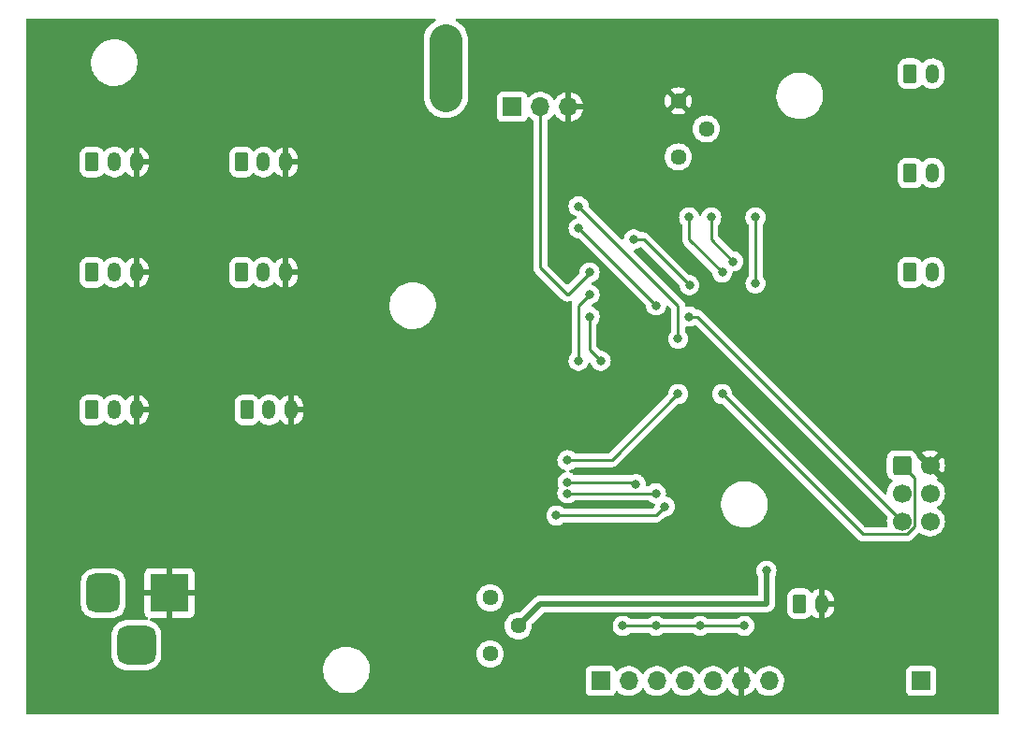
<source format=gbl>
G04 #@! TF.GenerationSoftware,KiCad,Pcbnew,6.0.2+dfsg-1*
G04 #@! TF.CreationDate,2022-11-07T23:46:16-08:00*
G04 #@! TF.ProjectId,controller,636f6e74-726f-46c6-9c65-722e6b696361,rev?*
G04 #@! TF.SameCoordinates,Original*
G04 #@! TF.FileFunction,Copper,L2,Bot*
G04 #@! TF.FilePolarity,Positive*
%FSLAX46Y46*%
G04 Gerber Fmt 4.6, Leading zero omitted, Abs format (unit mm)*
G04 Created by KiCad (PCBNEW 6.0.2+dfsg-1) date 2022-11-07 23:46:16*
%MOMM*%
%LPD*%
G01*
G04 APERTURE LIST*
G04 Aperture macros list*
%AMRoundRect*
0 Rectangle with rounded corners*
0 $1 Rounding radius*
0 $2 $3 $4 $5 $6 $7 $8 $9 X,Y pos of 4 corners*
0 Add a 4 corners polygon primitive as box body*
4,1,4,$2,$3,$4,$5,$6,$7,$8,$9,$2,$3,0*
0 Add four circle primitives for the rounded corners*
1,1,$1+$1,$2,$3*
1,1,$1+$1,$4,$5*
1,1,$1+$1,$6,$7*
1,1,$1+$1,$8,$9*
0 Add four rect primitives between the rounded corners*
20,1,$1+$1,$2,$3,$4,$5,0*
20,1,$1+$1,$4,$5,$6,$7,0*
20,1,$1+$1,$6,$7,$8,$9,0*
20,1,$1+$1,$8,$9,$2,$3,0*%
G04 Aperture macros list end*
G04 #@! TA.AperFunction,ComponentPad*
%ADD10RoundRect,0.250000X-0.350000X-0.625000X0.350000X-0.625000X0.350000X0.625000X-0.350000X0.625000X0*%
G04 #@! TD*
G04 #@! TA.AperFunction,ComponentPad*
%ADD11O,1.200000X1.750000*%
G04 #@! TD*
G04 #@! TA.AperFunction,ComponentPad*
%ADD12RoundRect,0.250000X-0.600000X-0.600000X0.600000X-0.600000X0.600000X0.600000X-0.600000X0.600000X0*%
G04 #@! TD*
G04 #@! TA.AperFunction,ComponentPad*
%ADD13C,1.700000*%
G04 #@! TD*
G04 #@! TA.AperFunction,ComponentPad*
%ADD14R,1.700000X1.700000*%
G04 #@! TD*
G04 #@! TA.AperFunction,ComponentPad*
%ADD15O,1.700000X1.700000*%
G04 #@! TD*
G04 #@! TA.AperFunction,ComponentPad*
%ADD16RoundRect,0.875000X-0.875000X-0.875000X0.875000X-0.875000X0.875000X0.875000X-0.875000X0.875000X0*%
G04 #@! TD*
G04 #@! TA.AperFunction,ComponentPad*
%ADD17RoundRect,0.750000X-0.750000X-1.000000X0.750000X-1.000000X0.750000X1.000000X-0.750000X1.000000X0*%
G04 #@! TD*
G04 #@! TA.AperFunction,ComponentPad*
%ADD18R,3.500000X3.500000*%
G04 #@! TD*
G04 #@! TA.AperFunction,ComponentPad*
%ADD19C,1.440000*%
G04 #@! TD*
G04 #@! TA.AperFunction,ViaPad*
%ADD20C,0.800000*%
G04 #@! TD*
G04 #@! TA.AperFunction,Conductor*
%ADD21C,0.500000*%
G04 #@! TD*
G04 #@! TA.AperFunction,Conductor*
%ADD22C,0.250000*%
G04 #@! TD*
G04 #@! TA.AperFunction,Conductor*
%ADD23C,3.000000*%
G04 #@! TD*
G04 APERTURE END LIST*
D10*
X189000000Y-79000000D03*
D11*
X191000000Y-79000000D03*
D12*
X188247500Y-105455000D03*
D13*
X190787500Y-105455000D03*
X188247500Y-107995000D03*
X190787500Y-107995000D03*
X188247500Y-110535000D03*
X190787500Y-110535000D03*
D14*
X161000000Y-125000000D03*
D15*
X163540000Y-125000000D03*
X166080000Y-125000000D03*
X168620000Y-125000000D03*
X171160000Y-125000000D03*
X173700000Y-125000000D03*
X176240000Y-125000000D03*
D10*
X115000000Y-78000000D03*
D11*
X117000000Y-78000000D03*
X119000000Y-78000000D03*
D16*
X119000000Y-121742500D03*
D17*
X116000000Y-117042500D03*
D18*
X122000000Y-117042500D03*
D10*
X129000000Y-100450000D03*
D11*
X131000000Y-100450000D03*
X133000000Y-100450000D03*
D10*
X115000000Y-88000000D03*
D11*
X117000000Y-88000000D03*
X119000000Y-88000000D03*
D14*
X190000000Y-125000000D03*
D10*
X128500000Y-88000000D03*
D11*
X130500000Y-88000000D03*
X132500000Y-88000000D03*
D10*
X115000000Y-100450000D03*
D11*
X117000000Y-100450000D03*
X119000000Y-100450000D03*
D14*
X153000000Y-73000000D03*
D15*
X155540000Y-73000000D03*
X158080000Y-73000000D03*
D19*
X151015000Y-117460000D03*
X153555000Y-120000000D03*
X151015000Y-122540000D03*
D10*
X179000000Y-118000000D03*
D11*
X181000000Y-118000000D03*
D10*
X128500000Y-78000000D03*
D11*
X130500000Y-78000000D03*
X132500000Y-78000000D03*
D10*
X189000000Y-70000000D03*
D11*
X191000000Y-70000000D03*
D10*
X189000000Y-88000000D03*
D11*
X191000000Y-88000000D03*
D19*
X168015000Y-77540000D03*
X170555000Y-75000000D03*
X168015000Y-72460000D03*
D20*
X176000000Y-115000000D03*
X181050000Y-92000000D03*
X174000000Y-94000000D03*
X161000000Y-91000000D03*
X161000000Y-93000000D03*
X174000000Y-120000000D03*
X161000000Y-96000000D03*
X166000000Y-120000000D03*
X170000000Y-120000000D03*
X147000000Y-67000000D03*
X147000000Y-72000000D03*
X163000000Y-120000000D03*
X160000000Y-92000000D03*
X159000000Y-82000000D03*
X168000000Y-94000000D03*
X160000000Y-90000000D03*
X159000000Y-96000000D03*
X164175000Y-107175000D03*
X158000000Y-107000000D03*
X158000000Y-108000000D03*
X166000000Y-108000000D03*
X166800000Y-109200000D03*
X157000000Y-110000000D03*
X172000000Y-99000000D03*
X169000000Y-92000000D03*
X168000000Y-99000000D03*
X158000000Y-105000000D03*
X169000000Y-83000000D03*
X172000000Y-88000000D03*
X164000000Y-85000000D03*
X169026002Y-89149502D03*
X159000000Y-84000000D03*
X166012299Y-90987701D03*
X175000000Y-89000000D03*
X175000000Y-83000000D03*
X160000000Y-88000000D03*
X171000000Y-83000000D03*
X173000000Y-87000000D03*
D21*
X153555000Y-120000000D02*
X155555000Y-118000000D01*
X155555000Y-118000000D02*
X176000000Y-118000000D01*
X176000000Y-118000000D02*
X176000000Y-115000000D01*
D22*
X163000000Y-120000000D02*
X166000000Y-120000000D01*
X160000000Y-95000000D02*
X161000000Y-96000000D01*
X160000000Y-92000000D02*
X160000000Y-95000000D01*
X166000000Y-120000000D02*
X170000000Y-120000000D01*
X170000000Y-120000000D02*
X174000000Y-120000000D01*
D23*
X147000000Y-72000000D02*
X147000000Y-67000000D01*
D22*
X168000000Y-91000000D02*
X168000000Y-94000000D01*
X159000000Y-82000000D02*
X168000000Y-91000000D01*
X159000000Y-96000000D02*
X159000000Y-91000000D01*
X159000000Y-91000000D02*
X160000000Y-90000000D01*
X158000000Y-107000000D02*
X164000000Y-107000000D01*
X164000000Y-107000000D02*
X164175000Y-107175000D01*
X158000000Y-108000000D02*
X166000000Y-108000000D01*
X157000000Y-110000000D02*
X166000000Y-110000000D01*
X166000000Y-110000000D02*
X166800000Y-109200000D01*
X188733999Y-111709511D02*
X184709511Y-111709511D01*
X188247500Y-105455000D02*
X189422011Y-106629511D01*
X184709511Y-111709511D02*
X172000000Y-99000000D01*
X189422011Y-111021499D02*
X188733999Y-111709511D01*
X189422011Y-106629511D02*
X189422011Y-111021499D01*
X169712500Y-92000000D02*
X188247500Y-110535000D01*
X169000000Y-92000000D02*
X169712500Y-92000000D01*
X162000000Y-105000000D02*
X168000000Y-99000000D01*
X158000000Y-105000000D02*
X162000000Y-105000000D01*
X169000000Y-85000000D02*
X172000000Y-88000000D01*
X169000000Y-83000000D02*
X169000000Y-85000000D01*
X164876500Y-85000000D02*
X169026002Y-89149502D01*
X164000000Y-85000000D02*
X164876500Y-85000000D01*
X165987701Y-90987701D02*
X166012299Y-90987701D01*
X159000000Y-84000000D02*
X165987701Y-90987701D01*
X175000000Y-83000000D02*
X175000000Y-89000000D01*
X155540000Y-87564614D02*
X155540000Y-73000000D01*
X158024614Y-90000000D02*
X157975386Y-90000000D01*
X160000000Y-88024614D02*
X158024614Y-90000000D01*
X157975386Y-90000000D02*
X155540000Y-87564614D01*
X160000000Y-88000000D02*
X160000000Y-88024614D01*
X171000000Y-83000000D02*
X171000000Y-85000000D01*
X171000000Y-85000000D02*
X173000000Y-87000000D01*
G04 #@! TA.AperFunction,Conductor*
G36*
X146041228Y-65020002D02*
G01*
X146087721Y-65073658D01*
X146097825Y-65143932D01*
X146068331Y-65208512D01*
X146028343Y-65239247D01*
X145993298Y-65256340D01*
X145989659Y-65258795D01*
X145989653Y-65258798D01*
X145886151Y-65328611D01*
X145760424Y-65413415D01*
X145551678Y-65601371D01*
X145371121Y-65816550D01*
X145222269Y-66054764D01*
X145108018Y-66311375D01*
X145030593Y-66581390D01*
X144991500Y-66859552D01*
X144991500Y-72070146D01*
X144991653Y-72072332D01*
X144991653Y-72072336D01*
X144998116Y-72164757D01*
X145006189Y-72280212D01*
X145064591Y-72554970D01*
X145066094Y-72559099D01*
X145066095Y-72559103D01*
X145145535Y-72777361D01*
X145160663Y-72818926D01*
X145292536Y-73066942D01*
X145295122Y-73070501D01*
X145295123Y-73070503D01*
X145431186Y-73257778D01*
X145457642Y-73294192D01*
X145652769Y-73496252D01*
X145874118Y-73669188D01*
X145877922Y-73671384D01*
X145877929Y-73671389D01*
X146074819Y-73785063D01*
X146117381Y-73809636D01*
X146377824Y-73914862D01*
X146382097Y-73915927D01*
X146382099Y-73915928D01*
X146646107Y-73981753D01*
X146646112Y-73981754D01*
X146650376Y-73982817D01*
X146654744Y-73983276D01*
X146654749Y-73983277D01*
X146925364Y-74011719D01*
X146925367Y-74011719D01*
X146929733Y-74012178D01*
X146934121Y-74012025D01*
X146934127Y-74012025D01*
X147206061Y-74002529D01*
X147206067Y-74002528D01*
X147210458Y-74002375D01*
X147214781Y-74001613D01*
X147214788Y-74001612D01*
X147407025Y-73967715D01*
X147487087Y-73953598D01*
X147657789Y-73898134D01*
X151641500Y-73898134D01*
X151648255Y-73960316D01*
X151699385Y-74096705D01*
X151786739Y-74213261D01*
X151903295Y-74300615D01*
X152039684Y-74351745D01*
X152101866Y-74358500D01*
X153898134Y-74358500D01*
X153960316Y-74351745D01*
X154096705Y-74300615D01*
X154213261Y-74213261D01*
X154300615Y-74096705D01*
X154322799Y-74037529D01*
X154344598Y-73979382D01*
X154387240Y-73922618D01*
X154453802Y-73897918D01*
X154523150Y-73913126D01*
X154557817Y-73941114D01*
X154586250Y-73973938D01*
X154758126Y-74116632D01*
X154762593Y-74119242D01*
X154844070Y-74166853D01*
X154892794Y-74218491D01*
X154906500Y-74275641D01*
X154906500Y-87485847D01*
X154905973Y-87497030D01*
X154904298Y-87504523D01*
X154904547Y-87512449D01*
X154904547Y-87512450D01*
X154906438Y-87572600D01*
X154906500Y-87576559D01*
X154906500Y-87604470D01*
X154906997Y-87608404D01*
X154906997Y-87608405D01*
X154907005Y-87608470D01*
X154907938Y-87620307D01*
X154909327Y-87664503D01*
X154913500Y-87678866D01*
X154914978Y-87683953D01*
X154918987Y-87703314D01*
X154921526Y-87723411D01*
X154924445Y-87730782D01*
X154924445Y-87730784D01*
X154937804Y-87764526D01*
X154941649Y-87775756D01*
X154951771Y-87810597D01*
X154953982Y-87818207D01*
X154958015Y-87825026D01*
X154958017Y-87825031D01*
X154964293Y-87835642D01*
X154972988Y-87853390D01*
X154980448Y-87872231D01*
X154985110Y-87878647D01*
X154985110Y-87878648D01*
X155006436Y-87908001D01*
X155012952Y-87917921D01*
X155035458Y-87955976D01*
X155049779Y-87970297D01*
X155062619Y-87985330D01*
X155074528Y-88001721D01*
X155080634Y-88006772D01*
X155108605Y-88029912D01*
X155117384Y-88037902D01*
X157471734Y-90392253D01*
X157479274Y-90400539D01*
X157483386Y-90407018D01*
X157489163Y-90412443D01*
X157533037Y-90453643D01*
X157535879Y-90456398D01*
X157555616Y-90476135D01*
X157558813Y-90478615D01*
X157567833Y-90486318D01*
X157600065Y-90516586D01*
X157607011Y-90520405D01*
X157607014Y-90520407D01*
X157617820Y-90526348D01*
X157634339Y-90537199D01*
X157650345Y-90549614D01*
X157657614Y-90552759D01*
X157657618Y-90552762D01*
X157690923Y-90567174D01*
X157701573Y-90572391D01*
X157740326Y-90593695D01*
X157748001Y-90595666D01*
X157748002Y-90595666D01*
X157759948Y-90598733D01*
X157778652Y-90605137D01*
X157786743Y-90608638D01*
X157797241Y-90613181D01*
X157805064Y-90614420D01*
X157805074Y-90614423D01*
X157840910Y-90620099D01*
X157852530Y-90622505D01*
X157885315Y-90630922D01*
X157895356Y-90633500D01*
X157915610Y-90633500D01*
X157935320Y-90635051D01*
X157955329Y-90638220D01*
X157963220Y-90637474D01*
X157963222Y-90637474D01*
X157986719Y-90635253D01*
X157994617Y-90634756D01*
X158030051Y-90633642D01*
X158032600Y-90633562D01*
X158036557Y-90633500D01*
X158064470Y-90633500D01*
X158068405Y-90633003D01*
X158068470Y-90632995D01*
X158080307Y-90632062D01*
X158112565Y-90631048D01*
X158116584Y-90630922D01*
X158124503Y-90630673D01*
X158143957Y-90625021D01*
X158163314Y-90621013D01*
X158175544Y-90619468D01*
X158175545Y-90619468D01*
X158183411Y-90618474D01*
X158190782Y-90615555D01*
X158190784Y-90615555D01*
X158224526Y-90602196D01*
X158235753Y-90598352D01*
X158243071Y-90596226D01*
X158257224Y-90592114D01*
X158328218Y-90592315D01*
X158387835Y-90630867D01*
X158417146Y-90695531D01*
X158409595Y-90758956D01*
X158406305Y-90764940D01*
X158404334Y-90772616D01*
X158404333Y-90772619D01*
X158401267Y-90784562D01*
X158394863Y-90803266D01*
X158386819Y-90821855D01*
X158385580Y-90829678D01*
X158385577Y-90829688D01*
X158379901Y-90865524D01*
X158377495Y-90877144D01*
X158369445Y-90908500D01*
X158366500Y-90919970D01*
X158366500Y-90940224D01*
X158364949Y-90959934D01*
X158361780Y-90979943D01*
X158362526Y-90987835D01*
X158365941Y-91023961D01*
X158366500Y-91035819D01*
X158366500Y-95297476D01*
X158346498Y-95365597D01*
X158334142Y-95381779D01*
X158260960Y-95463056D01*
X158165473Y-95628444D01*
X158106458Y-95810072D01*
X158086496Y-96000000D01*
X158087186Y-96006565D01*
X158102993Y-96156956D01*
X158106458Y-96189928D01*
X158165473Y-96371556D01*
X158260960Y-96536944D01*
X158388747Y-96678866D01*
X158543248Y-96791118D01*
X158549276Y-96793802D01*
X158549278Y-96793803D01*
X158711681Y-96866109D01*
X158717712Y-96868794D01*
X158811112Y-96888647D01*
X158898056Y-96907128D01*
X158898061Y-96907128D01*
X158904513Y-96908500D01*
X159095487Y-96908500D01*
X159101939Y-96907128D01*
X159101944Y-96907128D01*
X159188888Y-96888647D01*
X159282288Y-96868794D01*
X159288319Y-96866109D01*
X159450722Y-96793803D01*
X159450724Y-96793802D01*
X159456752Y-96791118D01*
X159611253Y-96678866D01*
X159739040Y-96536944D01*
X159834527Y-96371556D01*
X159880167Y-96231090D01*
X159920241Y-96172486D01*
X159985637Y-96144849D01*
X160055594Y-96156956D01*
X160107900Y-96204962D01*
X160119832Y-96231089D01*
X160165473Y-96371556D01*
X160260960Y-96536944D01*
X160388747Y-96678866D01*
X160543248Y-96791118D01*
X160549276Y-96793802D01*
X160549278Y-96793803D01*
X160711681Y-96866109D01*
X160717712Y-96868794D01*
X160811112Y-96888647D01*
X160898056Y-96907128D01*
X160898061Y-96907128D01*
X160904513Y-96908500D01*
X161095487Y-96908500D01*
X161101939Y-96907128D01*
X161101944Y-96907128D01*
X161188888Y-96888647D01*
X161282288Y-96868794D01*
X161288319Y-96866109D01*
X161450722Y-96793803D01*
X161450724Y-96793802D01*
X161456752Y-96791118D01*
X161611253Y-96678866D01*
X161739040Y-96536944D01*
X161834527Y-96371556D01*
X161893542Y-96189928D01*
X161897008Y-96156956D01*
X161912814Y-96006565D01*
X161913504Y-96000000D01*
X161893542Y-95810072D01*
X161834527Y-95628444D01*
X161739040Y-95463056D01*
X161611253Y-95321134D01*
X161456752Y-95208882D01*
X161450724Y-95206198D01*
X161450722Y-95206197D01*
X161288319Y-95133891D01*
X161288318Y-95133891D01*
X161282288Y-95131206D01*
X161188888Y-95111353D01*
X161101944Y-95092872D01*
X161101939Y-95092872D01*
X161095487Y-95091500D01*
X161039595Y-95091500D01*
X160971474Y-95071498D01*
X160950499Y-95054595D01*
X160670404Y-94774499D01*
X160636379Y-94712187D01*
X160633500Y-94685404D01*
X160633500Y-92702524D01*
X160653502Y-92634403D01*
X160665858Y-92618221D01*
X160739040Y-92536944D01*
X160834527Y-92371556D01*
X160893542Y-92189928D01*
X160913504Y-92000000D01*
X160908829Y-91955524D01*
X160894232Y-91816635D01*
X160894232Y-91816633D01*
X160893542Y-91810072D01*
X160834527Y-91628444D01*
X160739040Y-91463056D01*
X160724798Y-91447238D01*
X160615675Y-91326045D01*
X160615674Y-91326044D01*
X160611253Y-91321134D01*
X160456752Y-91208882D01*
X160450724Y-91206198D01*
X160450722Y-91206197D01*
X160288319Y-91133891D01*
X160288318Y-91133891D01*
X160282288Y-91131206D01*
X160244844Y-91123247D01*
X160182371Y-91089518D01*
X160148049Y-91027369D01*
X160152777Y-90956530D01*
X160195053Y-90899492D01*
X160244844Y-90876753D01*
X160282288Y-90868794D01*
X160299120Y-90861300D01*
X160450722Y-90793803D01*
X160450724Y-90793802D01*
X160456752Y-90791118D01*
X160611253Y-90678866D01*
X160647851Y-90638220D01*
X160734621Y-90541852D01*
X160734622Y-90541851D01*
X160739040Y-90536944D01*
X160834527Y-90371556D01*
X160893542Y-90189928D01*
X160903038Y-90099584D01*
X160912814Y-90006565D01*
X160913504Y-90000000D01*
X160893542Y-89810072D01*
X160834527Y-89628444D01*
X160739040Y-89463056D01*
X160670501Y-89386935D01*
X160615675Y-89326045D01*
X160615674Y-89326044D01*
X160611253Y-89321134D01*
X160503444Y-89242806D01*
X160462094Y-89212763D01*
X160462093Y-89212762D01*
X160456752Y-89208882D01*
X160450724Y-89206198D01*
X160450722Y-89206197D01*
X160288319Y-89133891D01*
X160288318Y-89133891D01*
X160282288Y-89131206D01*
X160244844Y-89123247D01*
X160182371Y-89089518D01*
X160148049Y-89027369D01*
X160152777Y-88956530D01*
X160195053Y-88899492D01*
X160244844Y-88876753D01*
X160248090Y-88876063D01*
X160282288Y-88868794D01*
X160399440Y-88816635D01*
X160450722Y-88793803D01*
X160450724Y-88793802D01*
X160456752Y-88791118D01*
X160611253Y-88678866D01*
X160661806Y-88622721D01*
X160734621Y-88541852D01*
X160734622Y-88541851D01*
X160739040Y-88536944D01*
X160824963Y-88388121D01*
X160831223Y-88377279D01*
X160831224Y-88377278D01*
X160834527Y-88371556D01*
X160893542Y-88189928D01*
X160913504Y-88000000D01*
X160899432Y-87866109D01*
X160894232Y-87816635D01*
X160894232Y-87816633D01*
X160893542Y-87810072D01*
X160834527Y-87628444D01*
X160822958Y-87608405D01*
X160759046Y-87497707D01*
X160739040Y-87463056D01*
X160617271Y-87327817D01*
X160615675Y-87326045D01*
X160615674Y-87326044D01*
X160611253Y-87321134D01*
X160456752Y-87208882D01*
X160450724Y-87206198D01*
X160450722Y-87206197D01*
X160288319Y-87133891D01*
X160288318Y-87133891D01*
X160282288Y-87131206D01*
X160188888Y-87111353D01*
X160101944Y-87092872D01*
X160101939Y-87092872D01*
X160095487Y-87091500D01*
X159904513Y-87091500D01*
X159898061Y-87092872D01*
X159898056Y-87092872D01*
X159811112Y-87111353D01*
X159717712Y-87131206D01*
X159711682Y-87133891D01*
X159711681Y-87133891D01*
X159549278Y-87206197D01*
X159549276Y-87206198D01*
X159543248Y-87208882D01*
X159388747Y-87321134D01*
X159384326Y-87326044D01*
X159384325Y-87326045D01*
X159382730Y-87327817D01*
X159260960Y-87463056D01*
X159240954Y-87497707D01*
X159177043Y-87608405D01*
X159165473Y-87628444D01*
X159106458Y-87810072D01*
X159105768Y-87816633D01*
X159105768Y-87816635D01*
X159100568Y-87866109D01*
X159086496Y-88000000D01*
X159084127Y-87999751D01*
X159067184Y-88057455D01*
X159050281Y-88078429D01*
X158089095Y-89039615D01*
X158026783Y-89073641D01*
X157955968Y-89068576D01*
X157910905Y-89039615D01*
X157075388Y-88204097D01*
X156210405Y-87339114D01*
X156176379Y-87276802D01*
X156173500Y-87250019D01*
X156173500Y-84000000D01*
X158086496Y-84000000D01*
X158106458Y-84189928D01*
X158165473Y-84371556D01*
X158168776Y-84377278D01*
X158168777Y-84377279D01*
X158197832Y-84427604D01*
X158260960Y-84536944D01*
X158265378Y-84541851D01*
X158265379Y-84541852D01*
X158319088Y-84601502D01*
X158388747Y-84678866D01*
X158543248Y-84791118D01*
X158549276Y-84793802D01*
X158549278Y-84793803D01*
X158600560Y-84816635D01*
X158717712Y-84868794D01*
X158811112Y-84888647D01*
X158898056Y-84907128D01*
X158898061Y-84907128D01*
X158904513Y-84908500D01*
X158960406Y-84908500D01*
X159028527Y-84928502D01*
X159049501Y-84945405D01*
X165068066Y-90963970D01*
X165102092Y-91026282D01*
X165104280Y-91039892D01*
X165118757Y-91177629D01*
X165177772Y-91359257D01*
X165181075Y-91364979D01*
X165181076Y-91364980D01*
X165203797Y-91404334D01*
X165273259Y-91524645D01*
X165277677Y-91529552D01*
X165277678Y-91529553D01*
X165329905Y-91587557D01*
X165401046Y-91666567D01*
X165555547Y-91778819D01*
X165561575Y-91781503D01*
X165561577Y-91781504D01*
X165723980Y-91853810D01*
X165730011Y-91856495D01*
X165823412Y-91876348D01*
X165910355Y-91894829D01*
X165910360Y-91894829D01*
X165916812Y-91896201D01*
X166107786Y-91896201D01*
X166114238Y-91894829D01*
X166114243Y-91894829D01*
X166201186Y-91876348D01*
X166294587Y-91856495D01*
X166300618Y-91853810D01*
X166463021Y-91781504D01*
X166463023Y-91781503D01*
X166469051Y-91778819D01*
X166623552Y-91666567D01*
X166694693Y-91587557D01*
X166746920Y-91529553D01*
X166746921Y-91529552D01*
X166751339Y-91524645D01*
X166820801Y-91404334D01*
X166843522Y-91364980D01*
X166843523Y-91364979D01*
X166846826Y-91359257D01*
X166905841Y-91177629D01*
X166908694Y-91150488D01*
X166913978Y-91100212D01*
X166940992Y-91034555D01*
X166999213Y-90993926D01*
X167070158Y-90991223D01*
X167128383Y-91024288D01*
X167329595Y-91225500D01*
X167363621Y-91287812D01*
X167366500Y-91314595D01*
X167366500Y-93297476D01*
X167346498Y-93365597D01*
X167334142Y-93381779D01*
X167260960Y-93463056D01*
X167165473Y-93628444D01*
X167106458Y-93810072D01*
X167086496Y-94000000D01*
X167106458Y-94189928D01*
X167165473Y-94371556D01*
X167260960Y-94536944D01*
X167388747Y-94678866D01*
X167543248Y-94791118D01*
X167549276Y-94793802D01*
X167549278Y-94793803D01*
X167711681Y-94866109D01*
X167717712Y-94868794D01*
X167811112Y-94888647D01*
X167898056Y-94907128D01*
X167898061Y-94907128D01*
X167904513Y-94908500D01*
X168095487Y-94908500D01*
X168101939Y-94907128D01*
X168101944Y-94907128D01*
X168188887Y-94888647D01*
X168282288Y-94868794D01*
X168288319Y-94866109D01*
X168450722Y-94793803D01*
X168450724Y-94793802D01*
X168456752Y-94791118D01*
X168611253Y-94678866D01*
X168739040Y-94536944D01*
X168834527Y-94371556D01*
X168893542Y-94189928D01*
X168913504Y-94000000D01*
X168893542Y-93810072D01*
X168834527Y-93628444D01*
X168739040Y-93463056D01*
X168665863Y-93381785D01*
X168635147Y-93317779D01*
X168633500Y-93297476D01*
X168633500Y-93006492D01*
X168653502Y-92938371D01*
X168707158Y-92891878D01*
X168777432Y-92881774D01*
X168785697Y-92883245D01*
X168898056Y-92907128D01*
X168898061Y-92907128D01*
X168904513Y-92908500D01*
X169095487Y-92908500D01*
X169101939Y-92907128D01*
X169101944Y-92907128D01*
X169188887Y-92888647D01*
X169282288Y-92868794D01*
X169288319Y-92866109D01*
X169450722Y-92793803D01*
X169450724Y-92793802D01*
X169456752Y-92791118D01*
X169462093Y-92787237D01*
X169467811Y-92783936D01*
X169469285Y-92786489D01*
X169524094Y-92766982D01*
X169593233Y-92783117D01*
X169620283Y-92803687D01*
X186897278Y-110080682D01*
X186931304Y-110142994D01*
X186929600Y-110203448D01*
X186908489Y-110279570D01*
X186907941Y-110284700D01*
X186907940Y-110284704D01*
X186904433Y-110317522D01*
X186884751Y-110501695D01*
X186885048Y-110506848D01*
X186885048Y-110506851D01*
X186892322Y-110633003D01*
X186897610Y-110724715D01*
X186939029Y-110908500D01*
X186942141Y-110922310D01*
X186937605Y-110993161D01*
X186895484Y-111050313D01*
X186829150Y-111075619D01*
X186819224Y-111076011D01*
X185024105Y-111076011D01*
X184955984Y-111056009D01*
X184935010Y-111039106D01*
X172947122Y-99051217D01*
X172913096Y-98988905D01*
X172910907Y-98975292D01*
X172894232Y-98816635D01*
X172894232Y-98816633D01*
X172893542Y-98810072D01*
X172834527Y-98628444D01*
X172739040Y-98463056D01*
X172611253Y-98321134D01*
X172456752Y-98208882D01*
X172450724Y-98206198D01*
X172450722Y-98206197D01*
X172288319Y-98133891D01*
X172288318Y-98133891D01*
X172282288Y-98131206D01*
X172188887Y-98111353D01*
X172101944Y-98092872D01*
X172101939Y-98092872D01*
X172095487Y-98091500D01*
X171904513Y-98091500D01*
X171898061Y-98092872D01*
X171898056Y-98092872D01*
X171811113Y-98111353D01*
X171717712Y-98131206D01*
X171711682Y-98133891D01*
X171711681Y-98133891D01*
X171549278Y-98206197D01*
X171549276Y-98206198D01*
X171543248Y-98208882D01*
X171388747Y-98321134D01*
X171260960Y-98463056D01*
X171165473Y-98628444D01*
X171106458Y-98810072D01*
X171086496Y-99000000D01*
X171087186Y-99006565D01*
X171100463Y-99132885D01*
X171106458Y-99189928D01*
X171165473Y-99371556D01*
X171260960Y-99536944D01*
X171265378Y-99541851D01*
X171265379Y-99541852D01*
X171285281Y-99563955D01*
X171388747Y-99678866D01*
X171543248Y-99791118D01*
X171549276Y-99793802D01*
X171549278Y-99793803D01*
X171711681Y-99866109D01*
X171717712Y-99868794D01*
X171811112Y-99888647D01*
X171898056Y-99907128D01*
X171898061Y-99907128D01*
X171904513Y-99908500D01*
X171960406Y-99908500D01*
X172028527Y-99928502D01*
X172049501Y-99945405D01*
X184205859Y-112101764D01*
X184213399Y-112110050D01*
X184217511Y-112116529D01*
X184223288Y-112121954D01*
X184267162Y-112163154D01*
X184270004Y-112165909D01*
X184289741Y-112185646D01*
X184292938Y-112188126D01*
X184301958Y-112195829D01*
X184334190Y-112226097D01*
X184341136Y-112229916D01*
X184341139Y-112229918D01*
X184351945Y-112235859D01*
X184368464Y-112246710D01*
X184384470Y-112259125D01*
X184391739Y-112262270D01*
X184391743Y-112262273D01*
X184425048Y-112276685D01*
X184435698Y-112281902D01*
X184474451Y-112303206D01*
X184482126Y-112305177D01*
X184482127Y-112305177D01*
X184494073Y-112308244D01*
X184512778Y-112314648D01*
X184531366Y-112322692D01*
X184539189Y-112323931D01*
X184539199Y-112323934D01*
X184575035Y-112329610D01*
X184586655Y-112332016D01*
X184618470Y-112340184D01*
X184629481Y-112343011D01*
X184649735Y-112343011D01*
X184669445Y-112344562D01*
X184689454Y-112347731D01*
X184697346Y-112346985D01*
X184716091Y-112345213D01*
X184733473Y-112343570D01*
X184745330Y-112343011D01*
X188655232Y-112343011D01*
X188666415Y-112343538D01*
X188673908Y-112345213D01*
X188681834Y-112344964D01*
X188681835Y-112344964D01*
X188741985Y-112343073D01*
X188745944Y-112343011D01*
X188773855Y-112343011D01*
X188777790Y-112342514D01*
X188777855Y-112342506D01*
X188789692Y-112341573D01*
X188821950Y-112340559D01*
X188825969Y-112340433D01*
X188833888Y-112340184D01*
X188853342Y-112334532D01*
X188872699Y-112330524D01*
X188884929Y-112328979D01*
X188884930Y-112328979D01*
X188892796Y-112327985D01*
X188900167Y-112325066D01*
X188900169Y-112325066D01*
X188933911Y-112311707D01*
X188945141Y-112307862D01*
X188979982Y-112297740D01*
X188979983Y-112297740D01*
X188987592Y-112295529D01*
X188994411Y-112291496D01*
X188994416Y-112291494D01*
X189005027Y-112285218D01*
X189022775Y-112276523D01*
X189041616Y-112269063D01*
X189077386Y-112243075D01*
X189087306Y-112236559D01*
X189118534Y-112218091D01*
X189118537Y-112218089D01*
X189125361Y-112214053D01*
X189139682Y-112199732D01*
X189154716Y-112186891D01*
X189164692Y-112179643D01*
X189171106Y-112174983D01*
X189199287Y-112140918D01*
X189207277Y-112132138D01*
X189750749Y-111588666D01*
X189813061Y-111554640D01*
X189883876Y-111559705D01*
X189920328Y-111580817D01*
X190005626Y-111651632D01*
X190198500Y-111764338D01*
X190407192Y-111844030D01*
X190412260Y-111845061D01*
X190412263Y-111845062D01*
X190519517Y-111866883D01*
X190626097Y-111888567D01*
X190631272Y-111888757D01*
X190631274Y-111888757D01*
X190844173Y-111896564D01*
X190844177Y-111896564D01*
X190849337Y-111896753D01*
X190854457Y-111896097D01*
X190854459Y-111896097D01*
X191065788Y-111869025D01*
X191065789Y-111869025D01*
X191070916Y-111868368D01*
X191075866Y-111866883D01*
X191279929Y-111805661D01*
X191279934Y-111805659D01*
X191284884Y-111804174D01*
X191485494Y-111705896D01*
X191667360Y-111576173D01*
X191688969Y-111554640D01*
X191821935Y-111422137D01*
X191825596Y-111418489D01*
X191955953Y-111237077D01*
X192019500Y-111108500D01*
X192052636Y-111041453D01*
X192052637Y-111041451D01*
X192054930Y-111036811D01*
X192119870Y-110823069D01*
X192149029Y-110601590D01*
X192149111Y-110598240D01*
X192150574Y-110538365D01*
X192150574Y-110538361D01*
X192150656Y-110535000D01*
X192132352Y-110312361D01*
X192077931Y-110095702D01*
X191988854Y-109890840D01*
X191932541Y-109803794D01*
X191870322Y-109707617D01*
X191870320Y-109707614D01*
X191867514Y-109703277D01*
X191717170Y-109538051D01*
X191713119Y-109534852D01*
X191713115Y-109534848D01*
X191545914Y-109402800D01*
X191545910Y-109402798D01*
X191541859Y-109399598D01*
X191500553Y-109376796D01*
X191450584Y-109326364D01*
X191435812Y-109256921D01*
X191460928Y-109190516D01*
X191488280Y-109163909D01*
X191589794Y-109091500D01*
X191667360Y-109036173D01*
X191686967Y-109016635D01*
X191821935Y-108882137D01*
X191825596Y-108878489D01*
X191830559Y-108871583D01*
X191952935Y-108701277D01*
X191955953Y-108697077D01*
X191963035Y-108682749D01*
X192052636Y-108501453D01*
X192052637Y-108501451D01*
X192054930Y-108496811D01*
X192114417Y-108301016D01*
X192118365Y-108288023D01*
X192118365Y-108288021D01*
X192119870Y-108283069D01*
X192149029Y-108061590D01*
X192149634Y-108036837D01*
X192150574Y-107998365D01*
X192150574Y-107998361D01*
X192150656Y-107995000D01*
X192132352Y-107772361D01*
X192077931Y-107555702D01*
X191988854Y-107350840D01*
X191897017Y-107208882D01*
X191870322Y-107167617D01*
X191870320Y-107167614D01*
X191867514Y-107163277D01*
X191717170Y-106998051D01*
X191713119Y-106994852D01*
X191713115Y-106994848D01*
X191545914Y-106862800D01*
X191545910Y-106862798D01*
X191541859Y-106859598D01*
X191500069Y-106836529D01*
X191450098Y-106786097D01*
X191435326Y-106716654D01*
X191460442Y-106650248D01*
X191487793Y-106623642D01*
X191536747Y-106588723D01*
X191545148Y-106578023D01*
X191538160Y-106564870D01*
X190429422Y-105456132D01*
X191151908Y-105456132D01*
X191152039Y-105457965D01*
X191156290Y-105464580D01*
X191897974Y-106206264D01*
X191909984Y-106212823D01*
X191921723Y-106203855D01*
X191952504Y-106161019D01*
X191957815Y-106152180D01*
X192052170Y-105961267D01*
X192055969Y-105951672D01*
X192117876Y-105747915D01*
X192120055Y-105737834D01*
X192148090Y-105524887D01*
X192148609Y-105518212D01*
X192150072Y-105458364D01*
X192149878Y-105451646D01*
X192132281Y-105237604D01*
X192130596Y-105227424D01*
X192078714Y-105020875D01*
X192075394Y-105011124D01*
X191990472Y-104815814D01*
X191985605Y-104806739D01*
X191920563Y-104706197D01*
X191909877Y-104696995D01*
X191900312Y-104701398D01*
X191159522Y-105442188D01*
X191151908Y-105456132D01*
X190429422Y-105456132D01*
X189677349Y-104704059D01*
X189637010Y-104682031D01*
X189624023Y-104679206D01*
X189573822Y-104629003D01*
X189564888Y-104608497D01*
X189541370Y-104538007D01*
X189541369Y-104538005D01*
X189539050Y-104531054D01*
X189445978Y-104380652D01*
X189396667Y-104331427D01*
X190028723Y-104331427D01*
X190035468Y-104343758D01*
X190774688Y-105082978D01*
X190788632Y-105090592D01*
X190790465Y-105090461D01*
X190797080Y-105086210D01*
X191540889Y-104342401D01*
X191547910Y-104329544D01*
X191541111Y-104320213D01*
X191537054Y-104317518D01*
X191350617Y-104214599D01*
X191341205Y-104210369D01*
X191140459Y-104139280D01*
X191130489Y-104136646D01*
X190920827Y-104099301D01*
X190910573Y-104098331D01*
X190697616Y-104095728D01*
X190687332Y-104096448D01*
X190476821Y-104128661D01*
X190466793Y-104131050D01*
X190264368Y-104197212D01*
X190254859Y-104201209D01*
X190065966Y-104299540D01*
X190057234Y-104305039D01*
X190037177Y-104320099D01*
X190028723Y-104331427D01*
X189396667Y-104331427D01*
X189320803Y-104255695D01*
X189314572Y-104251854D01*
X189176468Y-104166725D01*
X189176466Y-104166724D01*
X189170238Y-104162885D01*
X189009754Y-104109655D01*
X189008889Y-104109368D01*
X189008887Y-104109368D01*
X189002361Y-104107203D01*
X188995525Y-104106503D01*
X188995522Y-104106502D01*
X188952469Y-104102091D01*
X188897900Y-104096500D01*
X187597100Y-104096500D01*
X187593854Y-104096837D01*
X187593850Y-104096837D01*
X187498192Y-104106762D01*
X187498188Y-104106763D01*
X187491334Y-104107474D01*
X187484798Y-104109655D01*
X187484796Y-104109655D01*
X187412153Y-104133891D01*
X187323554Y-104163450D01*
X187173152Y-104256522D01*
X187048195Y-104381697D01*
X186955385Y-104532262D01*
X186899703Y-104700139D01*
X186889000Y-104804600D01*
X186889000Y-106105400D01*
X186889337Y-106108646D01*
X186889337Y-106108650D01*
X186894711Y-106160439D01*
X186899974Y-106211166D01*
X186902155Y-106217702D01*
X186902155Y-106217704D01*
X186931224Y-106304834D01*
X186955950Y-106378946D01*
X187049022Y-106529348D01*
X187174197Y-106654305D01*
X187180427Y-106658145D01*
X187180428Y-106658146D01*
X187247434Y-106699449D01*
X187324762Y-106747115D01*
X187331709Y-106749419D01*
X187333776Y-106750383D01*
X187387061Y-106797299D01*
X187406523Y-106865576D01*
X187385982Y-106933536D01*
X187356181Y-106965337D01*
X187342465Y-106975635D01*
X187188129Y-107137138D01*
X187185215Y-107141410D01*
X187185214Y-107141411D01*
X187136541Y-107212763D01*
X187062243Y-107321680D01*
X187036435Y-107377279D01*
X186993965Y-107468774D01*
X186968188Y-107524305D01*
X186908489Y-107739570D01*
X186884751Y-107961695D01*
X186885048Y-107966853D01*
X186884922Y-107972024D01*
X186883414Y-107971987D01*
X186868911Y-108034482D01*
X186818020Y-108083986D01*
X186748444Y-108098117D01*
X186682273Y-108072389D01*
X186670074Y-108061669D01*
X170216152Y-91607747D01*
X170208612Y-91599461D01*
X170204500Y-91592982D01*
X170154848Y-91546356D01*
X170152007Y-91543602D01*
X170132270Y-91523865D01*
X170129073Y-91521385D01*
X170120051Y-91513680D01*
X170093600Y-91488841D01*
X170087821Y-91483414D01*
X170080875Y-91479595D01*
X170080872Y-91479593D01*
X170070066Y-91473652D01*
X170053547Y-91462801D01*
X170047548Y-91458148D01*
X170037541Y-91450386D01*
X170030272Y-91447241D01*
X170030268Y-91447238D01*
X169996963Y-91432826D01*
X169986313Y-91427609D01*
X169947560Y-91406305D01*
X169927937Y-91401267D01*
X169909234Y-91394863D01*
X169897920Y-91389967D01*
X169897919Y-91389967D01*
X169890645Y-91386819D01*
X169882822Y-91385580D01*
X169882812Y-91385577D01*
X169846976Y-91379901D01*
X169835356Y-91377495D01*
X169800211Y-91368472D01*
X169800210Y-91368472D01*
X169792530Y-91366500D01*
X169772276Y-91366500D01*
X169752565Y-91364949D01*
X169740386Y-91363020D01*
X169732557Y-91361780D01*
X169724664Y-91362526D01*
X169724662Y-91362526D01*
X169717582Y-91363195D01*
X169647882Y-91349691D01*
X169621561Y-91329371D01*
X169620580Y-91330460D01*
X169615668Y-91326037D01*
X169611253Y-91321134D01*
X169456752Y-91208882D01*
X169450724Y-91206198D01*
X169450722Y-91206197D01*
X169288319Y-91133891D01*
X169288318Y-91133891D01*
X169282288Y-91131206D01*
X169188718Y-91111317D01*
X169101944Y-91092872D01*
X169101939Y-91092872D01*
X169095487Y-91091500D01*
X168904513Y-91091500D01*
X168898061Y-91092872D01*
X168898056Y-91092872D01*
X168785867Y-91116719D01*
X168715076Y-91111317D01*
X168658444Y-91068500D01*
X168633732Y-90997424D01*
X168633562Y-90992007D01*
X168633500Y-90988055D01*
X168633500Y-90960144D01*
X168632995Y-90956144D01*
X168632062Y-90944301D01*
X168631547Y-90927899D01*
X168630673Y-90900111D01*
X168625021Y-90880657D01*
X168621013Y-90861300D01*
X168619468Y-90849070D01*
X168619468Y-90849069D01*
X168618474Y-90841203D01*
X168613915Y-90829688D01*
X168602196Y-90800088D01*
X168598351Y-90788858D01*
X168588229Y-90754017D01*
X168588229Y-90754016D01*
X168586018Y-90746407D01*
X168581985Y-90739588D01*
X168581983Y-90739583D01*
X168575707Y-90728972D01*
X168567012Y-90711224D01*
X168559552Y-90692383D01*
X168549732Y-90678866D01*
X168533564Y-90656613D01*
X168527048Y-90646693D01*
X168508580Y-90615465D01*
X168508578Y-90615462D01*
X168504542Y-90608638D01*
X168490221Y-90594317D01*
X168477380Y-90579283D01*
X168470131Y-90569306D01*
X168465472Y-90562893D01*
X168431395Y-90534702D01*
X168422616Y-90526712D01*
X164018253Y-86122348D01*
X163984227Y-86060036D01*
X163989292Y-85989220D01*
X164031839Y-85932385D01*
X164092763Y-85908500D01*
X164095487Y-85908500D01*
X164282288Y-85868794D01*
X164288319Y-85866109D01*
X164450722Y-85793803D01*
X164450724Y-85793802D01*
X164456752Y-85791118D01*
X164552114Y-85721833D01*
X164618981Y-85697975D01*
X164688133Y-85714055D01*
X164715270Y-85734674D01*
X168078880Y-89098285D01*
X168112906Y-89160597D01*
X168115095Y-89174208D01*
X168115453Y-89177621D01*
X168131246Y-89327875D01*
X168132460Y-89339430D01*
X168191475Y-89521058D01*
X168194778Y-89526780D01*
X168194779Y-89526781D01*
X168200647Y-89536944D01*
X168286962Y-89686446D01*
X168291380Y-89691353D01*
X168291381Y-89691354D01*
X168410327Y-89823457D01*
X168414749Y-89828368D01*
X168569250Y-89940620D01*
X168575278Y-89943304D01*
X168575280Y-89943305D01*
X168737683Y-90015611D01*
X168743714Y-90018296D01*
X168830942Y-90036837D01*
X168924058Y-90056630D01*
X168924063Y-90056630D01*
X168930515Y-90058002D01*
X169121489Y-90058002D01*
X169127941Y-90056630D01*
X169127946Y-90056630D01*
X169221062Y-90036837D01*
X169308290Y-90018296D01*
X169314321Y-90015611D01*
X169476724Y-89943305D01*
X169476726Y-89943304D01*
X169482754Y-89940620D01*
X169637255Y-89828368D01*
X169641677Y-89823457D01*
X169760623Y-89691354D01*
X169760624Y-89691353D01*
X169765042Y-89686446D01*
X169851357Y-89536944D01*
X169857225Y-89526781D01*
X169857226Y-89526780D01*
X169860529Y-89521058D01*
X169919544Y-89339430D01*
X169920759Y-89327875D01*
X169938816Y-89156067D01*
X169939506Y-89149502D01*
X169931075Y-89069288D01*
X169923793Y-89000000D01*
X174086496Y-89000000D01*
X174087186Y-89006565D01*
X174105578Y-89181552D01*
X174106458Y-89189928D01*
X174165473Y-89371556D01*
X174168776Y-89377278D01*
X174168777Y-89377279D01*
X174202686Y-89436010D01*
X174260960Y-89536944D01*
X174388747Y-89678866D01*
X174543248Y-89791118D01*
X174549276Y-89793802D01*
X174549278Y-89793803D01*
X174711681Y-89866109D01*
X174717712Y-89868794D01*
X174811113Y-89888647D01*
X174898056Y-89907128D01*
X174898061Y-89907128D01*
X174904513Y-89908500D01*
X175095487Y-89908500D01*
X175101939Y-89907128D01*
X175101944Y-89907128D01*
X175188888Y-89888647D01*
X175282288Y-89868794D01*
X175288319Y-89866109D01*
X175450722Y-89793803D01*
X175450724Y-89793802D01*
X175456752Y-89791118D01*
X175611253Y-89678866D01*
X175739040Y-89536944D01*
X175797314Y-89436010D01*
X175831223Y-89377279D01*
X175831224Y-89377278D01*
X175834527Y-89371556D01*
X175893542Y-89189928D01*
X175894423Y-89181552D01*
X175912814Y-89006565D01*
X175913504Y-89000000D01*
X175900793Y-88879064D01*
X175894232Y-88816635D01*
X175894232Y-88816633D01*
X175893542Y-88810072D01*
X175849784Y-88675400D01*
X187891500Y-88675400D01*
X187891837Y-88678646D01*
X187891837Y-88678650D01*
X187892263Y-88682749D01*
X187902474Y-88781166D01*
X187904655Y-88787702D01*
X187904655Y-88787704D01*
X187906690Y-88793803D01*
X187958450Y-88948946D01*
X188051522Y-89099348D01*
X188176697Y-89224305D01*
X188182927Y-89228145D01*
X188182928Y-89228146D01*
X188320090Y-89312694D01*
X188327262Y-89317115D01*
X188363942Y-89329281D01*
X188488611Y-89370632D01*
X188488613Y-89370632D01*
X188495139Y-89372797D01*
X188501975Y-89373497D01*
X188501978Y-89373498D01*
X188538883Y-89377279D01*
X188599600Y-89383500D01*
X189400400Y-89383500D01*
X189403646Y-89383163D01*
X189403650Y-89383163D01*
X189499308Y-89373238D01*
X189499312Y-89373237D01*
X189506166Y-89372526D01*
X189512702Y-89370345D01*
X189512704Y-89370345D01*
X189660206Y-89321134D01*
X189673946Y-89316550D01*
X189824348Y-89223478D01*
X189949305Y-89098303D01*
X189953499Y-89091500D01*
X189981074Y-89046764D01*
X190033846Y-88999271D01*
X190103918Y-88987847D01*
X190169042Y-89016121D01*
X190187418Y-89035045D01*
X190193604Y-89042920D01*
X190198135Y-89046852D01*
X190198138Y-89046855D01*
X190308863Y-89142937D01*
X190353363Y-89181552D01*
X190358549Y-89184552D01*
X190358553Y-89184555D01*
X190454957Y-89240326D01*
X190536454Y-89287473D01*
X190736271Y-89356861D01*
X190742206Y-89357722D01*
X190742208Y-89357722D01*
X190939664Y-89386352D01*
X190939667Y-89386352D01*
X190945604Y-89387213D01*
X191156899Y-89377433D01*
X191288538Y-89345708D01*
X191356701Y-89329281D01*
X191356703Y-89329280D01*
X191362534Y-89327875D01*
X191367992Y-89325393D01*
X191367996Y-89325392D01*
X191483041Y-89273084D01*
X191555087Y-89240326D01*
X191727611Y-89117946D01*
X191873881Y-88965150D01*
X191988620Y-88787452D01*
X192067686Y-88591263D01*
X192108228Y-88383663D01*
X192108500Y-88378101D01*
X192108500Y-87672154D01*
X192093452Y-87514434D01*
X192033908Y-87311466D01*
X191986872Y-87220139D01*
X191939804Y-87128751D01*
X191939802Y-87128748D01*
X191937058Y-87123420D01*
X191806396Y-86957080D01*
X191801865Y-86953148D01*
X191801862Y-86953145D01*
X191651167Y-86822379D01*
X191646637Y-86818448D01*
X191641451Y-86815448D01*
X191641447Y-86815445D01*
X191468742Y-86715533D01*
X191463546Y-86712527D01*
X191263729Y-86643139D01*
X191257794Y-86642278D01*
X191257792Y-86642278D01*
X191060336Y-86613648D01*
X191060333Y-86613648D01*
X191054396Y-86612787D01*
X190843101Y-86622567D01*
X190730466Y-86649712D01*
X190643299Y-86670719D01*
X190643297Y-86670720D01*
X190637466Y-86672125D01*
X190632008Y-86674607D01*
X190632004Y-86674608D01*
X190540990Y-86715990D01*
X190444913Y-86759674D01*
X190272389Y-86882054D01*
X190268247Y-86886381D01*
X190268241Y-86886386D01*
X190181194Y-86977317D01*
X190119639Y-87012694D01*
X190048730Y-87009175D01*
X189990979Y-86967879D01*
X189983032Y-86956491D01*
X189948478Y-86900652D01*
X189823303Y-86775695D01*
X189817072Y-86771854D01*
X189678968Y-86686725D01*
X189678966Y-86686724D01*
X189672738Y-86682885D01*
X189564005Y-86646820D01*
X189511389Y-86629368D01*
X189511387Y-86629368D01*
X189504861Y-86627203D01*
X189498025Y-86626503D01*
X189498022Y-86626502D01*
X189454969Y-86622091D01*
X189400400Y-86616500D01*
X188599600Y-86616500D01*
X188596354Y-86616837D01*
X188596350Y-86616837D01*
X188500692Y-86626762D01*
X188500688Y-86626763D01*
X188493834Y-86627474D01*
X188487298Y-86629655D01*
X188487296Y-86629655D01*
X188423117Y-86651067D01*
X188326054Y-86683450D01*
X188175652Y-86776522D01*
X188050695Y-86901697D01*
X188046855Y-86907927D01*
X188046854Y-86907928D01*
X187994147Y-86993435D01*
X187957885Y-87052262D01*
X187902203Y-87220139D01*
X187901503Y-87226975D01*
X187901502Y-87226978D01*
X187897091Y-87270031D01*
X187891500Y-87324600D01*
X187891500Y-88675400D01*
X175849784Y-88675400D01*
X175834527Y-88628444D01*
X175828657Y-88618276D01*
X175778398Y-88531226D01*
X175739040Y-88463056D01*
X175665863Y-88381785D01*
X175635147Y-88317779D01*
X175633500Y-88297476D01*
X175633500Y-83702524D01*
X175653502Y-83634403D01*
X175665858Y-83618221D01*
X175739040Y-83536944D01*
X175834527Y-83371556D01*
X175893542Y-83189928D01*
X175897008Y-83156956D01*
X175912814Y-83006565D01*
X175913504Y-83000000D01*
X175903887Y-82908500D01*
X175894232Y-82816635D01*
X175894232Y-82816633D01*
X175893542Y-82810072D01*
X175834527Y-82628444D01*
X175739040Y-82463056D01*
X175611253Y-82321134D01*
X175456752Y-82208882D01*
X175450724Y-82206198D01*
X175450722Y-82206197D01*
X175288319Y-82133891D01*
X175288318Y-82133891D01*
X175282288Y-82131206D01*
X175188888Y-82111353D01*
X175101944Y-82092872D01*
X175101939Y-82092872D01*
X175095487Y-82091500D01*
X174904513Y-82091500D01*
X174898061Y-82092872D01*
X174898056Y-82092872D01*
X174811113Y-82111353D01*
X174717712Y-82131206D01*
X174711682Y-82133891D01*
X174711681Y-82133891D01*
X174549278Y-82206197D01*
X174549276Y-82206198D01*
X174543248Y-82208882D01*
X174388747Y-82321134D01*
X174260960Y-82463056D01*
X174165473Y-82628444D01*
X174106458Y-82810072D01*
X174105768Y-82816633D01*
X174105768Y-82816635D01*
X174096113Y-82908500D01*
X174086496Y-83000000D01*
X174087186Y-83006565D01*
X174102993Y-83156956D01*
X174106458Y-83189928D01*
X174165473Y-83371556D01*
X174260960Y-83536944D01*
X174334137Y-83618215D01*
X174364853Y-83682221D01*
X174366500Y-83702524D01*
X174366500Y-88297476D01*
X174346498Y-88365597D01*
X174334142Y-88381779D01*
X174260960Y-88463056D01*
X174221602Y-88531226D01*
X174171344Y-88618276D01*
X174165473Y-88628444D01*
X174106458Y-88810072D01*
X174105768Y-88816633D01*
X174105768Y-88816635D01*
X174099207Y-88879064D01*
X174086496Y-89000000D01*
X169923793Y-89000000D01*
X169920234Y-88966137D01*
X169920234Y-88966135D01*
X169919544Y-88959574D01*
X169860529Y-88777946D01*
X169765042Y-88612558D01*
X169691811Y-88531226D01*
X169641677Y-88475547D01*
X169641676Y-88475546D01*
X169637255Y-88470636D01*
X169523616Y-88388072D01*
X169488096Y-88362265D01*
X169488095Y-88362264D01*
X169482754Y-88358384D01*
X169476726Y-88355700D01*
X169476724Y-88355699D01*
X169314321Y-88283393D01*
X169314320Y-88283393D01*
X169308290Y-88280708D01*
X169190501Y-88255671D01*
X169127946Y-88242374D01*
X169127941Y-88242374D01*
X169121489Y-88241002D01*
X169065596Y-88241002D01*
X168997475Y-88221000D01*
X168976501Y-88204097D01*
X165380152Y-84607747D01*
X165372612Y-84599461D01*
X165368500Y-84592982D01*
X165318848Y-84546356D01*
X165316007Y-84543602D01*
X165296270Y-84523865D01*
X165293073Y-84521385D01*
X165284051Y-84513680D01*
X165257600Y-84488841D01*
X165251821Y-84483414D01*
X165244875Y-84479595D01*
X165244872Y-84479593D01*
X165234066Y-84473652D01*
X165217547Y-84462801D01*
X165211548Y-84458148D01*
X165201541Y-84450386D01*
X165194272Y-84447241D01*
X165194268Y-84447238D01*
X165160963Y-84432826D01*
X165150313Y-84427609D01*
X165111560Y-84406305D01*
X165091937Y-84401267D01*
X165073234Y-84394863D01*
X165061920Y-84389967D01*
X165061919Y-84389967D01*
X165054645Y-84386819D01*
X165046822Y-84385580D01*
X165046812Y-84385577D01*
X165010976Y-84379901D01*
X164999356Y-84377495D01*
X164964211Y-84368472D01*
X164964210Y-84368472D01*
X164956530Y-84366500D01*
X164936276Y-84366500D01*
X164916565Y-84364949D01*
X164904386Y-84363020D01*
X164896557Y-84361780D01*
X164859627Y-84365271D01*
X164852539Y-84365941D01*
X164840681Y-84366500D01*
X164708200Y-84366500D01*
X164640079Y-84346498D01*
X164620853Y-84330157D01*
X164620580Y-84330460D01*
X164615668Y-84326037D01*
X164611253Y-84321134D01*
X164456752Y-84208882D01*
X164450724Y-84206198D01*
X164450722Y-84206197D01*
X164288319Y-84133891D01*
X164288318Y-84133891D01*
X164282288Y-84131206D01*
X164188888Y-84111353D01*
X164101944Y-84092872D01*
X164101939Y-84092872D01*
X164095487Y-84091500D01*
X163904513Y-84091500D01*
X163898061Y-84092872D01*
X163898056Y-84092872D01*
X163811112Y-84111353D01*
X163717712Y-84131206D01*
X163711682Y-84133891D01*
X163711681Y-84133891D01*
X163549278Y-84206197D01*
X163549276Y-84206198D01*
X163543248Y-84208882D01*
X163388747Y-84321134D01*
X163384326Y-84326044D01*
X163384325Y-84326045D01*
X163275203Y-84447238D01*
X163260960Y-84463056D01*
X163165473Y-84628444D01*
X163106458Y-84810072D01*
X163105768Y-84816633D01*
X163105768Y-84816635D01*
X163095982Y-84909748D01*
X163068969Y-84975405D01*
X163010748Y-85016035D01*
X162939802Y-85018738D01*
X162881577Y-84985673D01*
X161437752Y-83541847D01*
X160895905Y-83000000D01*
X168086496Y-83000000D01*
X168087186Y-83006565D01*
X168102993Y-83156956D01*
X168106458Y-83189928D01*
X168165473Y-83371556D01*
X168260960Y-83536944D01*
X168334137Y-83618215D01*
X168364853Y-83682221D01*
X168366500Y-83702524D01*
X168366500Y-84921233D01*
X168365973Y-84932416D01*
X168364298Y-84939909D01*
X168364547Y-84947835D01*
X168364547Y-84947836D01*
X168366438Y-85007986D01*
X168366500Y-85011945D01*
X168366500Y-85039856D01*
X168366997Y-85043790D01*
X168366997Y-85043791D01*
X168367005Y-85043856D01*
X168367938Y-85055693D01*
X168369327Y-85099889D01*
X168374978Y-85119339D01*
X168378987Y-85138700D01*
X168380532Y-85150926D01*
X168381526Y-85158797D01*
X168384445Y-85166168D01*
X168384445Y-85166170D01*
X168397804Y-85199912D01*
X168401649Y-85211142D01*
X168413982Y-85253593D01*
X168418015Y-85260412D01*
X168418017Y-85260417D01*
X168424293Y-85271028D01*
X168432988Y-85288776D01*
X168440448Y-85307617D01*
X168445110Y-85314033D01*
X168445110Y-85314034D01*
X168466436Y-85343387D01*
X168472952Y-85353307D01*
X168495458Y-85391362D01*
X168509779Y-85405683D01*
X168522619Y-85420716D01*
X168534528Y-85437107D01*
X168540634Y-85442158D01*
X168568605Y-85465298D01*
X168577384Y-85473288D01*
X171052878Y-87948782D01*
X171086904Y-88011094D01*
X171089092Y-88024703D01*
X171106458Y-88189928D01*
X171165473Y-88371556D01*
X171168776Y-88377278D01*
X171168777Y-88377279D01*
X171175037Y-88388121D01*
X171260960Y-88536944D01*
X171265378Y-88541851D01*
X171265379Y-88541852D01*
X171338194Y-88622721D01*
X171388747Y-88678866D01*
X171543248Y-88791118D01*
X171549276Y-88793802D01*
X171549278Y-88793803D01*
X171600560Y-88816635D01*
X171717712Y-88868794D01*
X171798735Y-88886016D01*
X171898056Y-88907128D01*
X171898061Y-88907128D01*
X171904513Y-88908500D01*
X172095487Y-88908500D01*
X172101939Y-88907128D01*
X172101944Y-88907128D01*
X172201265Y-88886016D01*
X172282288Y-88868794D01*
X172399440Y-88816635D01*
X172450722Y-88793803D01*
X172450724Y-88793802D01*
X172456752Y-88791118D01*
X172611253Y-88678866D01*
X172661806Y-88622721D01*
X172734621Y-88541852D01*
X172734622Y-88541851D01*
X172739040Y-88536944D01*
X172824963Y-88388121D01*
X172831223Y-88377279D01*
X172831224Y-88377278D01*
X172834527Y-88371556D01*
X172893542Y-88189928D01*
X172911262Y-88021329D01*
X172938275Y-87955673D01*
X172996497Y-87915043D01*
X173036572Y-87908500D01*
X173095487Y-87908500D01*
X173101939Y-87907128D01*
X173101944Y-87907128D01*
X173188887Y-87888647D01*
X173282288Y-87868794D01*
X173291124Y-87864860D01*
X173450722Y-87793803D01*
X173450724Y-87793802D01*
X173456752Y-87791118D01*
X173485757Y-87770045D01*
X173577603Y-87703314D01*
X173611253Y-87678866D01*
X173617335Y-87672111D01*
X173734621Y-87541852D01*
X173734622Y-87541851D01*
X173739040Y-87536944D01*
X173834527Y-87371556D01*
X173893542Y-87189928D01*
X173899944Y-87129022D01*
X173912814Y-87006565D01*
X173913504Y-87000000D01*
X173903827Y-86907928D01*
X173894232Y-86816635D01*
X173894232Y-86816633D01*
X173893542Y-86810072D01*
X173834527Y-86628444D01*
X173827821Y-86616828D01*
X173742341Y-86468774D01*
X173739040Y-86463056D01*
X173611253Y-86321134D01*
X173456752Y-86208882D01*
X173450724Y-86206198D01*
X173450722Y-86206197D01*
X173288319Y-86133891D01*
X173288318Y-86133891D01*
X173282288Y-86131206D01*
X173188888Y-86111353D01*
X173101944Y-86092872D01*
X173101939Y-86092872D01*
X173095487Y-86091500D01*
X173039594Y-86091500D01*
X172971473Y-86071498D01*
X172950499Y-86054595D01*
X171670405Y-84774500D01*
X171636379Y-84712188D01*
X171633500Y-84685405D01*
X171633500Y-83702524D01*
X171653502Y-83634403D01*
X171665858Y-83618221D01*
X171739040Y-83536944D01*
X171834527Y-83371556D01*
X171893542Y-83189928D01*
X171897008Y-83156956D01*
X171912814Y-83006565D01*
X171913504Y-83000000D01*
X171903887Y-82908500D01*
X171894232Y-82816635D01*
X171894232Y-82816633D01*
X171893542Y-82810072D01*
X171834527Y-82628444D01*
X171739040Y-82463056D01*
X171611253Y-82321134D01*
X171456752Y-82208882D01*
X171450724Y-82206198D01*
X171450722Y-82206197D01*
X171288319Y-82133891D01*
X171288318Y-82133891D01*
X171282288Y-82131206D01*
X171188888Y-82111353D01*
X171101944Y-82092872D01*
X171101939Y-82092872D01*
X171095487Y-82091500D01*
X170904513Y-82091500D01*
X170898061Y-82092872D01*
X170898056Y-82092872D01*
X170811113Y-82111353D01*
X170717712Y-82131206D01*
X170711682Y-82133891D01*
X170711681Y-82133891D01*
X170549278Y-82206197D01*
X170549276Y-82206198D01*
X170543248Y-82208882D01*
X170388747Y-82321134D01*
X170260960Y-82463056D01*
X170165473Y-82628444D01*
X170150686Y-82673955D01*
X170119833Y-82768909D01*
X170079759Y-82827514D01*
X170014363Y-82855151D01*
X169944406Y-82843044D01*
X169892100Y-82795038D01*
X169880167Y-82768909D01*
X169849315Y-82673955D01*
X169834527Y-82628444D01*
X169739040Y-82463056D01*
X169611253Y-82321134D01*
X169456752Y-82208882D01*
X169450724Y-82206198D01*
X169450722Y-82206197D01*
X169288319Y-82133891D01*
X169288318Y-82133891D01*
X169282288Y-82131206D01*
X169188888Y-82111353D01*
X169101944Y-82092872D01*
X169101939Y-82092872D01*
X169095487Y-82091500D01*
X168904513Y-82091500D01*
X168898061Y-82092872D01*
X168898056Y-82092872D01*
X168811113Y-82111353D01*
X168717712Y-82131206D01*
X168711682Y-82133891D01*
X168711681Y-82133891D01*
X168549278Y-82206197D01*
X168549276Y-82206198D01*
X168543248Y-82208882D01*
X168388747Y-82321134D01*
X168260960Y-82463056D01*
X168165473Y-82628444D01*
X168106458Y-82810072D01*
X168105768Y-82816633D01*
X168105768Y-82816635D01*
X168096113Y-82908500D01*
X168086496Y-83000000D01*
X160895905Y-83000000D01*
X159947122Y-82051217D01*
X159913096Y-81988905D01*
X159910907Y-81975292D01*
X159894232Y-81816635D01*
X159894232Y-81816633D01*
X159893542Y-81810072D01*
X159834527Y-81628444D01*
X159739040Y-81463056D01*
X159611253Y-81321134D01*
X159456752Y-81208882D01*
X159450724Y-81206198D01*
X159450722Y-81206197D01*
X159288319Y-81133891D01*
X159288318Y-81133891D01*
X159282288Y-81131206D01*
X159188888Y-81111353D01*
X159101944Y-81092872D01*
X159101939Y-81092872D01*
X159095487Y-81091500D01*
X158904513Y-81091500D01*
X158898061Y-81092872D01*
X158898056Y-81092872D01*
X158811112Y-81111353D01*
X158717712Y-81131206D01*
X158711682Y-81133891D01*
X158711681Y-81133891D01*
X158549278Y-81206197D01*
X158549276Y-81206198D01*
X158543248Y-81208882D01*
X158388747Y-81321134D01*
X158260960Y-81463056D01*
X158165473Y-81628444D01*
X158106458Y-81810072D01*
X158086496Y-82000000D01*
X158106458Y-82189928D01*
X158165473Y-82371556D01*
X158260960Y-82536944D01*
X158388747Y-82678866D01*
X158543248Y-82791118D01*
X158549276Y-82793802D01*
X158549278Y-82793803D01*
X158600560Y-82816635D01*
X158717712Y-82868794D01*
X158755156Y-82876753D01*
X158817629Y-82910482D01*
X158851951Y-82972631D01*
X158847223Y-83043470D01*
X158804947Y-83100508D01*
X158755156Y-83123247D01*
X158717712Y-83131206D01*
X158711682Y-83133891D01*
X158711681Y-83133891D01*
X158549278Y-83206197D01*
X158549276Y-83206198D01*
X158543248Y-83208882D01*
X158388747Y-83321134D01*
X158260960Y-83463056D01*
X158165473Y-83628444D01*
X158106458Y-83810072D01*
X158086496Y-84000000D01*
X156173500Y-84000000D01*
X156173500Y-79675400D01*
X187891500Y-79675400D01*
X187902474Y-79781166D01*
X187904655Y-79787702D01*
X187904655Y-79787704D01*
X187935135Y-79879064D01*
X187958450Y-79948946D01*
X188051522Y-80099348D01*
X188176697Y-80224305D01*
X188182927Y-80228145D01*
X188182928Y-80228146D01*
X188320090Y-80312694D01*
X188327262Y-80317115D01*
X188352217Y-80325392D01*
X188488611Y-80370632D01*
X188488613Y-80370632D01*
X188495139Y-80372797D01*
X188501975Y-80373497D01*
X188501978Y-80373498D01*
X188540386Y-80377433D01*
X188599600Y-80383500D01*
X189400400Y-80383500D01*
X189403646Y-80383163D01*
X189403650Y-80383163D01*
X189499308Y-80373238D01*
X189499312Y-80373237D01*
X189506166Y-80372526D01*
X189512702Y-80370345D01*
X189512704Y-80370345D01*
X189647443Y-80325392D01*
X189673946Y-80316550D01*
X189824348Y-80223478D01*
X189949305Y-80098303D01*
X189981075Y-80046764D01*
X190033846Y-79999271D01*
X190103918Y-79987847D01*
X190169042Y-80016121D01*
X190187418Y-80035045D01*
X190193604Y-80042920D01*
X190198135Y-80046852D01*
X190198138Y-80046855D01*
X190284058Y-80121412D01*
X190353363Y-80181552D01*
X190358549Y-80184552D01*
X190358553Y-80184555D01*
X190454957Y-80240326D01*
X190536454Y-80287473D01*
X190736271Y-80356861D01*
X190742206Y-80357722D01*
X190742208Y-80357722D01*
X190939664Y-80386352D01*
X190939667Y-80386352D01*
X190945604Y-80387213D01*
X191156899Y-80377433D01*
X191288077Y-80345819D01*
X191356701Y-80329281D01*
X191356703Y-80329280D01*
X191362534Y-80327875D01*
X191367992Y-80325393D01*
X191367996Y-80325392D01*
X191483041Y-80273084D01*
X191555087Y-80240326D01*
X191727611Y-80117946D01*
X191873881Y-79965150D01*
X191988620Y-79787452D01*
X192067686Y-79591263D01*
X192108228Y-79383663D01*
X192108500Y-79378101D01*
X192108500Y-78672154D01*
X192093452Y-78514434D01*
X192033908Y-78311466D01*
X191986872Y-78220139D01*
X191939804Y-78128751D01*
X191939802Y-78128748D01*
X191937058Y-78123420D01*
X191806396Y-77957080D01*
X191801865Y-77953148D01*
X191801862Y-77953145D01*
X191651167Y-77822379D01*
X191646637Y-77818448D01*
X191641451Y-77815448D01*
X191641447Y-77815445D01*
X191468742Y-77715533D01*
X191463546Y-77712527D01*
X191263729Y-77643139D01*
X191257794Y-77642278D01*
X191257792Y-77642278D01*
X191060336Y-77613648D01*
X191060333Y-77613648D01*
X191054396Y-77612787D01*
X190843101Y-77622567D01*
X190711923Y-77654181D01*
X190643299Y-77670719D01*
X190643297Y-77670720D01*
X190637466Y-77672125D01*
X190632008Y-77674607D01*
X190632004Y-77674608D01*
X190516959Y-77726916D01*
X190444913Y-77759674D01*
X190272389Y-77882054D01*
X190268247Y-77886381D01*
X190268241Y-77886386D01*
X190181194Y-77977317D01*
X190119639Y-78012694D01*
X190048730Y-78009175D01*
X189990979Y-77967879D01*
X189983032Y-77956491D01*
X189948478Y-77900652D01*
X189823303Y-77775695D01*
X189772418Y-77744329D01*
X189678968Y-77686725D01*
X189678966Y-77686724D01*
X189672738Y-77682885D01*
X189512254Y-77629655D01*
X189511389Y-77629368D01*
X189511387Y-77629368D01*
X189504861Y-77627203D01*
X189498025Y-77626503D01*
X189498022Y-77626502D01*
X189454969Y-77622091D01*
X189400400Y-77616500D01*
X188599600Y-77616500D01*
X188596354Y-77616837D01*
X188596350Y-77616837D01*
X188500692Y-77626762D01*
X188500688Y-77626763D01*
X188493834Y-77627474D01*
X188487298Y-77629655D01*
X188487296Y-77629655D01*
X188368790Y-77669192D01*
X188326054Y-77683450D01*
X188175652Y-77776522D01*
X188050695Y-77901697D01*
X188046855Y-77907927D01*
X188046854Y-77907928D01*
X188009900Y-77967879D01*
X187957885Y-78052262D01*
X187902203Y-78220139D01*
X187901503Y-78226975D01*
X187901502Y-78226978D01*
X187897091Y-78270031D01*
X187891500Y-78324600D01*
X187891500Y-79675400D01*
X156173500Y-79675400D01*
X156173500Y-77540000D01*
X166781807Y-77540000D01*
X166800542Y-77754142D01*
X166801966Y-77759455D01*
X166801966Y-77759457D01*
X166840080Y-77901697D01*
X166856178Y-77961777D01*
X166858500Y-77966757D01*
X166858501Y-77966759D01*
X166934040Y-78128751D01*
X166947024Y-78156596D01*
X167070319Y-78332681D01*
X167222319Y-78484681D01*
X167398403Y-78607976D01*
X167403381Y-78610297D01*
X167403384Y-78610299D01*
X167542994Y-78675400D01*
X167593223Y-78698822D01*
X167598531Y-78700244D01*
X167598533Y-78700245D01*
X167795543Y-78753034D01*
X167795545Y-78753034D01*
X167800858Y-78754458D01*
X168015000Y-78773193D01*
X168229142Y-78754458D01*
X168234455Y-78753034D01*
X168234457Y-78753034D01*
X168431467Y-78700245D01*
X168431469Y-78700244D01*
X168436777Y-78698822D01*
X168487006Y-78675400D01*
X168626616Y-78610299D01*
X168626619Y-78610297D01*
X168631597Y-78607976D01*
X168807681Y-78484681D01*
X168959681Y-78332681D01*
X169082976Y-78156596D01*
X169095961Y-78128751D01*
X169171499Y-77966759D01*
X169171500Y-77966757D01*
X169173822Y-77961777D01*
X169189921Y-77901697D01*
X169228034Y-77759457D01*
X169228034Y-77759455D01*
X169229458Y-77754142D01*
X169248193Y-77540000D01*
X169229458Y-77325858D01*
X169202963Y-77226978D01*
X169175245Y-77123533D01*
X169175244Y-77123531D01*
X169173822Y-77118223D01*
X169143064Y-77052262D01*
X169085299Y-76928385D01*
X169085297Y-76928382D01*
X169082976Y-76923404D01*
X168959681Y-76747319D01*
X168807681Y-76595319D01*
X168631597Y-76472024D01*
X168626619Y-76469703D01*
X168626616Y-76469701D01*
X168441759Y-76383501D01*
X168441758Y-76383500D01*
X168436777Y-76381178D01*
X168431469Y-76379756D01*
X168431467Y-76379755D01*
X168234457Y-76326966D01*
X168234455Y-76326966D01*
X168229142Y-76325542D01*
X168015000Y-76306807D01*
X167800858Y-76325542D01*
X167795545Y-76326966D01*
X167795543Y-76326966D01*
X167598533Y-76379755D01*
X167598531Y-76379756D01*
X167593223Y-76381178D01*
X167588243Y-76383500D01*
X167588241Y-76383501D01*
X167403385Y-76469701D01*
X167403382Y-76469703D01*
X167398404Y-76472024D01*
X167222319Y-76595319D01*
X167070319Y-76747319D01*
X166947024Y-76923404D01*
X166944703Y-76928382D01*
X166944701Y-76928385D01*
X166886936Y-77052262D01*
X166856178Y-77118223D01*
X166854756Y-77123531D01*
X166854755Y-77123533D01*
X166827037Y-77226978D01*
X166800542Y-77325858D01*
X166781807Y-77540000D01*
X156173500Y-77540000D01*
X156173500Y-75000000D01*
X169321807Y-75000000D01*
X169340542Y-75214142D01*
X169396178Y-75421777D01*
X169487024Y-75616596D01*
X169610319Y-75792681D01*
X169762319Y-75944681D01*
X169938403Y-76067976D01*
X169943381Y-76070297D01*
X169943384Y-76070299D01*
X170128241Y-76156499D01*
X170133223Y-76158822D01*
X170138531Y-76160244D01*
X170138533Y-76160245D01*
X170335543Y-76213034D01*
X170335545Y-76213034D01*
X170340858Y-76214458D01*
X170555000Y-76233193D01*
X170769142Y-76214458D01*
X170774455Y-76213034D01*
X170774457Y-76213034D01*
X170971467Y-76160245D01*
X170971469Y-76160244D01*
X170976777Y-76158822D01*
X170981759Y-76156499D01*
X171166616Y-76070299D01*
X171166619Y-76070297D01*
X171171597Y-76067976D01*
X171347681Y-75944681D01*
X171499681Y-75792681D01*
X171622976Y-75616596D01*
X171713822Y-75421777D01*
X171769458Y-75214142D01*
X171788193Y-75000000D01*
X171769458Y-74785858D01*
X171713822Y-74578223D01*
X171622976Y-74383404D01*
X171499681Y-74207319D01*
X171347681Y-74055319D01*
X171171597Y-73932024D01*
X171166619Y-73929703D01*
X171166616Y-73929701D01*
X170981759Y-73843501D01*
X170981758Y-73843500D01*
X170976777Y-73841178D01*
X170971469Y-73839756D01*
X170971467Y-73839755D01*
X170774457Y-73786966D01*
X170774455Y-73786966D01*
X170769142Y-73785542D01*
X170555000Y-73766807D01*
X170340858Y-73785542D01*
X170335545Y-73786966D01*
X170335543Y-73786966D01*
X170138533Y-73839755D01*
X170138531Y-73839756D01*
X170133223Y-73841178D01*
X170128243Y-73843500D01*
X170128241Y-73843501D01*
X169943385Y-73929701D01*
X169943382Y-73929703D01*
X169938404Y-73932024D01*
X169762319Y-74055319D01*
X169610319Y-74207319D01*
X169487024Y-74383404D01*
X169396178Y-74578223D01*
X169340542Y-74785858D01*
X169321807Y-75000000D01*
X156173500Y-75000000D01*
X156173500Y-74280427D01*
X156193502Y-74212306D01*
X156234618Y-74172550D01*
X156237994Y-74170896D01*
X156419860Y-74041173D01*
X156459560Y-74001612D01*
X156520268Y-73941115D01*
X156578096Y-73883489D01*
X156589113Y-73868158D01*
X156708453Y-73702077D01*
X156709640Y-73702930D01*
X156756960Y-73659362D01*
X156826897Y-73647145D01*
X156892338Y-73674678D01*
X156920166Y-73706511D01*
X156977694Y-73800388D01*
X156983777Y-73808699D01*
X157123213Y-73969667D01*
X157130580Y-73976883D01*
X157294434Y-74112916D01*
X157302881Y-74118831D01*
X157486756Y-74226279D01*
X157496042Y-74230729D01*
X157695001Y-74306703D01*
X157704899Y-74309579D01*
X157808250Y-74330606D01*
X157822299Y-74329410D01*
X157826000Y-74319065D01*
X157826000Y-74318517D01*
X158334000Y-74318517D01*
X158338064Y-74332359D01*
X158351478Y-74334393D01*
X158358184Y-74333534D01*
X158368262Y-74331392D01*
X158572255Y-74270191D01*
X158581842Y-74266433D01*
X158773095Y-74172739D01*
X158781945Y-74167464D01*
X158955328Y-74043792D01*
X158963200Y-74037139D01*
X159114052Y-73886812D01*
X159120730Y-73878965D01*
X159245003Y-73706020D01*
X159250313Y-73697183D01*
X159344670Y-73506267D01*
X159348469Y-73496672D01*
X159350915Y-73488621D01*
X167350933Y-73488621D01*
X167360227Y-73500635D01*
X167394146Y-73524385D01*
X167403641Y-73529868D01*
X167588413Y-73616028D01*
X167598705Y-73619774D01*
X167795632Y-73672540D01*
X167806425Y-73674443D01*
X168009525Y-73692212D01*
X168020475Y-73692212D01*
X168223575Y-73674443D01*
X168234368Y-73672540D01*
X168431295Y-73619774D01*
X168441587Y-73616028D01*
X168626359Y-73529868D01*
X168635854Y-73524385D01*
X168670607Y-73500051D01*
X168678983Y-73489572D01*
X168671916Y-73476127D01*
X168027811Y-72832021D01*
X168013868Y-72824408D01*
X168012034Y-72824539D01*
X168005420Y-72828790D01*
X167357360Y-73476851D01*
X167350933Y-73488621D01*
X159350915Y-73488621D01*
X159410377Y-73292910D01*
X159412555Y-73282837D01*
X159413986Y-73271962D01*
X159411775Y-73257778D01*
X159398617Y-73254000D01*
X158352115Y-73254000D01*
X158336876Y-73258475D01*
X158335671Y-73259865D01*
X158334000Y-73267548D01*
X158334000Y-74318517D01*
X157826000Y-74318517D01*
X157826000Y-72727885D01*
X158334000Y-72727885D01*
X158338475Y-72743124D01*
X158339865Y-72744329D01*
X158347548Y-72746000D01*
X159398344Y-72746000D01*
X159411875Y-72742027D01*
X159413180Y-72732947D01*
X159371214Y-72565875D01*
X159367894Y-72556124D01*
X159328479Y-72465475D01*
X166782788Y-72465475D01*
X166800557Y-72668575D01*
X166802460Y-72679368D01*
X166855226Y-72876295D01*
X166858972Y-72886587D01*
X166945135Y-73071364D01*
X166950613Y-73080850D01*
X166974949Y-73115607D01*
X166985428Y-73123983D01*
X166998872Y-73116917D01*
X167642979Y-72472811D01*
X167649356Y-72461132D01*
X168379408Y-72461132D01*
X168379539Y-72462966D01*
X168383790Y-72469580D01*
X169031851Y-73117640D01*
X169043621Y-73124067D01*
X169055635Y-73114772D01*
X169079387Y-73080850D01*
X169084865Y-73071364D01*
X169171028Y-72886587D01*
X169174774Y-72876295D01*
X169227540Y-72679368D01*
X169229443Y-72668575D01*
X169247212Y-72465475D01*
X169247212Y-72454525D01*
X169229443Y-72251425D01*
X169227540Y-72240632D01*
X169198621Y-72132703D01*
X176890743Y-72132703D01*
X176891302Y-72136947D01*
X176891302Y-72136951D01*
X176893084Y-72150488D01*
X176928268Y-72417734D01*
X177004129Y-72695036D01*
X177005813Y-72698984D01*
X177112438Y-72948960D01*
X177116923Y-72959476D01*
X177128693Y-72979142D01*
X177252986Y-73186820D01*
X177264561Y-73206161D01*
X177444313Y-73430528D01*
X177652851Y-73628423D01*
X177886317Y-73796186D01*
X177890112Y-73798195D01*
X177890113Y-73798196D01*
X177911869Y-73809715D01*
X178140392Y-73930712D01*
X178410373Y-74029511D01*
X178691264Y-74090755D01*
X178719841Y-74093004D01*
X178914282Y-74108307D01*
X178914291Y-74108307D01*
X178916739Y-74108500D01*
X179072271Y-74108500D01*
X179074407Y-74108354D01*
X179074418Y-74108354D01*
X179282548Y-74094165D01*
X179282554Y-74094164D01*
X179286825Y-74093873D01*
X179291020Y-74093004D01*
X179291022Y-74093004D01*
X179472996Y-74055319D01*
X179568342Y-74035574D01*
X179839343Y-73939607D01*
X180094812Y-73807750D01*
X180098313Y-73805289D01*
X180098317Y-73805287D01*
X180212417Y-73725096D01*
X180330023Y-73642441D01*
X180457066Y-73524385D01*
X180537479Y-73449661D01*
X180537481Y-73449658D01*
X180540622Y-73446740D01*
X180722713Y-73224268D01*
X180872927Y-72979142D01*
X180940851Y-72824408D01*
X180986757Y-72719830D01*
X180988483Y-72715898D01*
X181067244Y-72439406D01*
X181107751Y-72154784D01*
X181107794Y-72146722D01*
X181109235Y-71871583D01*
X181109235Y-71871576D01*
X181109257Y-71867297D01*
X181106206Y-71844118D01*
X181085162Y-71684280D01*
X181071732Y-71582266D01*
X180995871Y-71304964D01*
X180914255Y-71113619D01*
X180884763Y-71044476D01*
X180884761Y-71044472D01*
X180883077Y-71040524D01*
X180743765Y-70807750D01*
X180737643Y-70797521D01*
X180737640Y-70797517D01*
X180735439Y-70793839D01*
X180640551Y-70675400D01*
X187891500Y-70675400D01*
X187891837Y-70678646D01*
X187891837Y-70678650D01*
X187901566Y-70772414D01*
X187902474Y-70781166D01*
X187904655Y-70787702D01*
X187904655Y-70787704D01*
X187910521Y-70805287D01*
X187958450Y-70948946D01*
X188051522Y-71099348D01*
X188176697Y-71224305D01*
X188182927Y-71228145D01*
X188182928Y-71228146D01*
X188320090Y-71312694D01*
X188327262Y-71317115D01*
X188352217Y-71325392D01*
X188488611Y-71370632D01*
X188488613Y-71370632D01*
X188495139Y-71372797D01*
X188501975Y-71373497D01*
X188501978Y-71373498D01*
X188540386Y-71377433D01*
X188599600Y-71383500D01*
X189400400Y-71383500D01*
X189403646Y-71383163D01*
X189403650Y-71383163D01*
X189499308Y-71373238D01*
X189499312Y-71373237D01*
X189506166Y-71372526D01*
X189512702Y-71370345D01*
X189512704Y-71370345D01*
X189647443Y-71325392D01*
X189673946Y-71316550D01*
X189824348Y-71223478D01*
X189949305Y-71098303D01*
X189954521Y-71089842D01*
X189981074Y-71046764D01*
X190033846Y-70999271D01*
X190103918Y-70987847D01*
X190169042Y-71016121D01*
X190187418Y-71035045D01*
X190193604Y-71042920D01*
X190198135Y-71046852D01*
X190198138Y-71046855D01*
X190284058Y-71121412D01*
X190353363Y-71181552D01*
X190358549Y-71184552D01*
X190358553Y-71184555D01*
X190467289Y-71247460D01*
X190536454Y-71287473D01*
X190736271Y-71356861D01*
X190742206Y-71357722D01*
X190742208Y-71357722D01*
X190939664Y-71386352D01*
X190939667Y-71386352D01*
X190945604Y-71387213D01*
X191156899Y-71377433D01*
X191288077Y-71345819D01*
X191356701Y-71329281D01*
X191356703Y-71329280D01*
X191362534Y-71327875D01*
X191367992Y-71325393D01*
X191367996Y-71325392D01*
X191483041Y-71273084D01*
X191555087Y-71240326D01*
X191727611Y-71117946D01*
X191873881Y-70965150D01*
X191988620Y-70787452D01*
X192048237Y-70639522D01*
X192065442Y-70596832D01*
X192065443Y-70596829D01*
X192067686Y-70591263D01*
X192108228Y-70383663D01*
X192108500Y-70378101D01*
X192108500Y-69672154D01*
X192093452Y-69514434D01*
X192033908Y-69311466D01*
X191986872Y-69220139D01*
X191939804Y-69128751D01*
X191939802Y-69128748D01*
X191937058Y-69123420D01*
X191806396Y-68957080D01*
X191801865Y-68953148D01*
X191801862Y-68953145D01*
X191651167Y-68822379D01*
X191646637Y-68818448D01*
X191641451Y-68815448D01*
X191641447Y-68815445D01*
X191468742Y-68715533D01*
X191463546Y-68712527D01*
X191263729Y-68643139D01*
X191257794Y-68642278D01*
X191257792Y-68642278D01*
X191060336Y-68613648D01*
X191060333Y-68613648D01*
X191054396Y-68612787D01*
X190843101Y-68622567D01*
X190711923Y-68654181D01*
X190643299Y-68670719D01*
X190643297Y-68670720D01*
X190637466Y-68672125D01*
X190632008Y-68674607D01*
X190632004Y-68674608D01*
X190516959Y-68726916D01*
X190444913Y-68759674D01*
X190362057Y-68818448D01*
X190293193Y-68867297D01*
X190272389Y-68882054D01*
X190268247Y-68886381D01*
X190268241Y-68886386D01*
X190181194Y-68977317D01*
X190119639Y-69012694D01*
X190048730Y-69009175D01*
X189990979Y-68967879D01*
X189983032Y-68956491D01*
X189948478Y-68900652D01*
X189823303Y-68775695D01*
X189720826Y-68712527D01*
X189678968Y-68686725D01*
X189678966Y-68686724D01*
X189672738Y-68682885D01*
X189512254Y-68629655D01*
X189511389Y-68629368D01*
X189511387Y-68629368D01*
X189504861Y-68627203D01*
X189498025Y-68626503D01*
X189498022Y-68626502D01*
X189454969Y-68622091D01*
X189400400Y-68616500D01*
X188599600Y-68616500D01*
X188596354Y-68616837D01*
X188596350Y-68616837D01*
X188500692Y-68626762D01*
X188500688Y-68626763D01*
X188493834Y-68627474D01*
X188487298Y-68629655D01*
X188487296Y-68629655D01*
X188364213Y-68670719D01*
X188326054Y-68683450D01*
X188175652Y-68776522D01*
X188050695Y-68901697D01*
X188046855Y-68907927D01*
X188046854Y-68907928D01*
X188009900Y-68967879D01*
X187957885Y-69052262D01*
X187902203Y-69220139D01*
X187891500Y-69324600D01*
X187891500Y-70675400D01*
X180640551Y-70675400D01*
X180555687Y-70569472D01*
X180412376Y-70433475D01*
X180350258Y-70374527D01*
X180350255Y-70374525D01*
X180347149Y-70371577D01*
X180113683Y-70203814D01*
X180091843Y-70192250D01*
X180068654Y-70179972D01*
X179859608Y-70069288D01*
X179623266Y-69982799D01*
X179593658Y-69971964D01*
X179593656Y-69971963D01*
X179589627Y-69970489D01*
X179308736Y-69909245D01*
X179277685Y-69906801D01*
X179085718Y-69891693D01*
X179085709Y-69891693D01*
X179083261Y-69891500D01*
X178927729Y-69891500D01*
X178925593Y-69891646D01*
X178925582Y-69891646D01*
X178717452Y-69905835D01*
X178717446Y-69905836D01*
X178713175Y-69906127D01*
X178708980Y-69906996D01*
X178708978Y-69906996D01*
X178572416Y-69935277D01*
X178431658Y-69964426D01*
X178160657Y-70060393D01*
X177905188Y-70192250D01*
X177901687Y-70194711D01*
X177901683Y-70194713D01*
X177885167Y-70206321D01*
X177669977Y-70357559D01*
X177459378Y-70553260D01*
X177277287Y-70775732D01*
X177127073Y-71020858D01*
X177125347Y-71024791D01*
X177125346Y-71024792D01*
X177088686Y-71108307D01*
X177011517Y-71284102D01*
X177010342Y-71288229D01*
X177010341Y-71288230D01*
X176986126Y-71373238D01*
X176932756Y-71560594D01*
X176912237Y-71704771D01*
X176899550Y-71793919D01*
X176892249Y-71845216D01*
X176892227Y-71849505D01*
X176892226Y-71849512D01*
X176890765Y-72128417D01*
X176890743Y-72132703D01*
X169198621Y-72132703D01*
X169174774Y-72043705D01*
X169171028Y-72033413D01*
X169084865Y-71848636D01*
X169079387Y-71839150D01*
X169055051Y-71804393D01*
X169044572Y-71796017D01*
X169031128Y-71803083D01*
X168387021Y-72447189D01*
X168379408Y-72461132D01*
X167649356Y-72461132D01*
X167650592Y-72458868D01*
X167650461Y-72457034D01*
X167646210Y-72450420D01*
X166998149Y-71802360D01*
X166986379Y-71795933D01*
X166974365Y-71805228D01*
X166950613Y-71839150D01*
X166945135Y-71848636D01*
X166858972Y-72033413D01*
X166855226Y-72043705D01*
X166802460Y-72240632D01*
X166800557Y-72251425D01*
X166782788Y-72454525D01*
X166782788Y-72465475D01*
X159328479Y-72465475D01*
X159282972Y-72360814D01*
X159278105Y-72351739D01*
X159162426Y-72172926D01*
X159156136Y-72164757D01*
X159012806Y-72007240D01*
X159005273Y-72000215D01*
X158838139Y-71868222D01*
X158829552Y-71862517D01*
X158643117Y-71759599D01*
X158633705Y-71755369D01*
X158432959Y-71684280D01*
X158422988Y-71681646D01*
X158351837Y-71668972D01*
X158338540Y-71670432D01*
X158334000Y-71684989D01*
X158334000Y-72727885D01*
X157826000Y-72727885D01*
X157826000Y-71683102D01*
X157822082Y-71669758D01*
X157807806Y-71667771D01*
X157769324Y-71673660D01*
X157759288Y-71676051D01*
X157556868Y-71742212D01*
X157547359Y-71746209D01*
X157358463Y-71844542D01*
X157349738Y-71850036D01*
X157179433Y-71977905D01*
X157171726Y-71984748D01*
X157024590Y-72138717D01*
X157018109Y-72146722D01*
X156913498Y-72300074D01*
X156858587Y-72345076D01*
X156788062Y-72353247D01*
X156724315Y-72321993D01*
X156703618Y-72297509D01*
X156622822Y-72172617D01*
X156622820Y-72172614D01*
X156620014Y-72168277D01*
X156469670Y-72003051D01*
X156465619Y-71999852D01*
X156465615Y-71999848D01*
X156298414Y-71867800D01*
X156298410Y-71867798D01*
X156294359Y-71864598D01*
X156259249Y-71845216D01*
X156182924Y-71803083D01*
X156098789Y-71756638D01*
X156093920Y-71754914D01*
X156093916Y-71754912D01*
X155893087Y-71683795D01*
X155893083Y-71683794D01*
X155888212Y-71682069D01*
X155883119Y-71681162D01*
X155883116Y-71681161D01*
X155673373Y-71643800D01*
X155673367Y-71643799D01*
X155668284Y-71642894D01*
X155594452Y-71641992D01*
X155450081Y-71640228D01*
X155450079Y-71640228D01*
X155444911Y-71640165D01*
X155224091Y-71673955D01*
X155011756Y-71743357D01*
X154938757Y-71781358D01*
X154827740Y-71839150D01*
X154813607Y-71846507D01*
X154809474Y-71849610D01*
X154809471Y-71849612D01*
X154639100Y-71977530D01*
X154634965Y-71980635D01*
X154578537Y-72039684D01*
X154554283Y-72065064D01*
X154492759Y-72100494D01*
X154421846Y-72097037D01*
X154364060Y-72055791D01*
X154345207Y-72022243D01*
X154303767Y-71911703D01*
X154300615Y-71903295D01*
X154213261Y-71786739D01*
X154096705Y-71699385D01*
X153960316Y-71648255D01*
X153898134Y-71641500D01*
X152101866Y-71641500D01*
X152039684Y-71648255D01*
X151903295Y-71699385D01*
X151786739Y-71786739D01*
X151699385Y-71903295D01*
X151648255Y-72039684D01*
X151641500Y-72101866D01*
X151641500Y-73898134D01*
X147657789Y-73898134D01*
X147754235Y-73866797D01*
X147758188Y-73864869D01*
X147758193Y-73864867D01*
X147875299Y-73807750D01*
X148006702Y-73743660D01*
X148010341Y-73741205D01*
X148010347Y-73741202D01*
X148161093Y-73639522D01*
X148239576Y-73586585D01*
X148448322Y-73398629D01*
X148628879Y-73183450D01*
X148777731Y-72945236D01*
X148891982Y-72688625D01*
X148969407Y-72418610D01*
X148979742Y-72345076D01*
X148988254Y-72284507D01*
X149008500Y-72140448D01*
X149008500Y-71430428D01*
X167351017Y-71430428D01*
X167358083Y-71443872D01*
X168002189Y-72087979D01*
X168016132Y-72095592D01*
X168017966Y-72095461D01*
X168024580Y-72091210D01*
X168672640Y-71443149D01*
X168679067Y-71431379D01*
X168669773Y-71419365D01*
X168635854Y-71395615D01*
X168626359Y-71390132D01*
X168441587Y-71303972D01*
X168431295Y-71300226D01*
X168234368Y-71247460D01*
X168223575Y-71245557D01*
X168020475Y-71227788D01*
X168009525Y-71227788D01*
X167806425Y-71245557D01*
X167795632Y-71247460D01*
X167598705Y-71300226D01*
X167588413Y-71303972D01*
X167403636Y-71390135D01*
X167394150Y-71395613D01*
X167359393Y-71419949D01*
X167351017Y-71430428D01*
X149008500Y-71430428D01*
X149008500Y-66929854D01*
X149007059Y-66909245D01*
X148994118Y-66724173D01*
X148994117Y-66724168D01*
X148993811Y-66719788D01*
X148935409Y-66445030D01*
X148839337Y-66181074D01*
X148707464Y-65933058D01*
X148625528Y-65820282D01*
X148544947Y-65709371D01*
X148544944Y-65709368D01*
X148542358Y-65705808D01*
X148347231Y-65503748D01*
X148125882Y-65330812D01*
X148122078Y-65328616D01*
X148122071Y-65328611D01*
X147960137Y-65235119D01*
X147911144Y-65183737D01*
X147897708Y-65114023D01*
X147924094Y-65048112D01*
X147981926Y-65006930D01*
X148023137Y-65000000D01*
X196874000Y-65000000D01*
X196942121Y-65020002D01*
X196988614Y-65073658D01*
X197000000Y-65126000D01*
X197000000Y-127874000D01*
X196979998Y-127942121D01*
X196926342Y-127988614D01*
X196874000Y-128000000D01*
X109126000Y-128000000D01*
X109057879Y-127979998D01*
X109011386Y-127926342D01*
X109000000Y-127874000D01*
X109000000Y-124132703D01*
X135890743Y-124132703D01*
X135891302Y-124136947D01*
X135891302Y-124136951D01*
X135893084Y-124150488D01*
X135928268Y-124417734D01*
X136004129Y-124695036D01*
X136116923Y-124959476D01*
X136264561Y-125206161D01*
X136444313Y-125430528D01*
X136652851Y-125628423D01*
X136886317Y-125796186D01*
X136890112Y-125798195D01*
X136890113Y-125798196D01*
X136911869Y-125809715D01*
X137140392Y-125930712D01*
X137410373Y-126029511D01*
X137691264Y-126090755D01*
X137719841Y-126093004D01*
X137914282Y-126108307D01*
X137914291Y-126108307D01*
X137916739Y-126108500D01*
X138072271Y-126108500D01*
X138074407Y-126108354D01*
X138074418Y-126108354D01*
X138282548Y-126094165D01*
X138282554Y-126094164D01*
X138286825Y-126093873D01*
X138291020Y-126093004D01*
X138291022Y-126093004D01*
X138526828Y-126044171D01*
X138568342Y-126035574D01*
X138839343Y-125939607D01*
X138919696Y-125898134D01*
X159641500Y-125898134D01*
X159648255Y-125960316D01*
X159699385Y-126096705D01*
X159786739Y-126213261D01*
X159903295Y-126300615D01*
X160039684Y-126351745D01*
X160101866Y-126358500D01*
X161898134Y-126358500D01*
X161960316Y-126351745D01*
X162096705Y-126300615D01*
X162213261Y-126213261D01*
X162300615Y-126096705D01*
X162322799Y-126037529D01*
X162344598Y-125979382D01*
X162387240Y-125922618D01*
X162453802Y-125897918D01*
X162523150Y-125913126D01*
X162557817Y-125941114D01*
X162586250Y-125973938D01*
X162758126Y-126116632D01*
X162951000Y-126229338D01*
X163159692Y-126309030D01*
X163164760Y-126310061D01*
X163164763Y-126310062D01*
X163259862Y-126329410D01*
X163378597Y-126353567D01*
X163383772Y-126353757D01*
X163383774Y-126353757D01*
X163596673Y-126361564D01*
X163596677Y-126361564D01*
X163601837Y-126361753D01*
X163606957Y-126361097D01*
X163606959Y-126361097D01*
X163818288Y-126334025D01*
X163818289Y-126334025D01*
X163823416Y-126333368D01*
X163828366Y-126331883D01*
X164032429Y-126270661D01*
X164032434Y-126270659D01*
X164037384Y-126269174D01*
X164237994Y-126170896D01*
X164419860Y-126041173D01*
X164578096Y-125883489D01*
X164708453Y-125702077D01*
X164709776Y-125703028D01*
X164756645Y-125659857D01*
X164826580Y-125647625D01*
X164892026Y-125675144D01*
X164919875Y-125706994D01*
X164979987Y-125805088D01*
X165126250Y-125973938D01*
X165298126Y-126116632D01*
X165491000Y-126229338D01*
X165699692Y-126309030D01*
X165704760Y-126310061D01*
X165704763Y-126310062D01*
X165799862Y-126329410D01*
X165918597Y-126353567D01*
X165923772Y-126353757D01*
X165923774Y-126353757D01*
X166136673Y-126361564D01*
X166136677Y-126361564D01*
X166141837Y-126361753D01*
X166146957Y-126361097D01*
X166146959Y-126361097D01*
X166358288Y-126334025D01*
X166358289Y-126334025D01*
X166363416Y-126333368D01*
X166368366Y-126331883D01*
X166572429Y-126270661D01*
X166572434Y-126270659D01*
X166577384Y-126269174D01*
X166777994Y-126170896D01*
X166959860Y-126041173D01*
X167118096Y-125883489D01*
X167248453Y-125702077D01*
X167249776Y-125703028D01*
X167296645Y-125659857D01*
X167366580Y-125647625D01*
X167432026Y-125675144D01*
X167459875Y-125706994D01*
X167519987Y-125805088D01*
X167666250Y-125973938D01*
X167838126Y-126116632D01*
X168031000Y-126229338D01*
X168239692Y-126309030D01*
X168244760Y-126310061D01*
X168244763Y-126310062D01*
X168339862Y-126329410D01*
X168458597Y-126353567D01*
X168463772Y-126353757D01*
X168463774Y-126353757D01*
X168676673Y-126361564D01*
X168676677Y-126361564D01*
X168681837Y-126361753D01*
X168686957Y-126361097D01*
X168686959Y-126361097D01*
X168898288Y-126334025D01*
X168898289Y-126334025D01*
X168903416Y-126333368D01*
X168908366Y-126331883D01*
X169112429Y-126270661D01*
X169112434Y-126270659D01*
X169117384Y-126269174D01*
X169317994Y-126170896D01*
X169499860Y-126041173D01*
X169658096Y-125883489D01*
X169788453Y-125702077D01*
X169789776Y-125703028D01*
X169836645Y-125659857D01*
X169906580Y-125647625D01*
X169972026Y-125675144D01*
X169999875Y-125706994D01*
X170059987Y-125805088D01*
X170206250Y-125973938D01*
X170378126Y-126116632D01*
X170571000Y-126229338D01*
X170779692Y-126309030D01*
X170784760Y-126310061D01*
X170784763Y-126310062D01*
X170879862Y-126329410D01*
X170998597Y-126353567D01*
X171003772Y-126353757D01*
X171003774Y-126353757D01*
X171216673Y-126361564D01*
X171216677Y-126361564D01*
X171221837Y-126361753D01*
X171226957Y-126361097D01*
X171226959Y-126361097D01*
X171438288Y-126334025D01*
X171438289Y-126334025D01*
X171443416Y-126333368D01*
X171448366Y-126331883D01*
X171652429Y-126270661D01*
X171652434Y-126270659D01*
X171657384Y-126269174D01*
X171857994Y-126170896D01*
X172039860Y-126041173D01*
X172198096Y-125883489D01*
X172328453Y-125702077D01*
X172329640Y-125702930D01*
X172376960Y-125659362D01*
X172446897Y-125647145D01*
X172512338Y-125674678D01*
X172540166Y-125706511D01*
X172597694Y-125800388D01*
X172603777Y-125808699D01*
X172743213Y-125969667D01*
X172750580Y-125976883D01*
X172914434Y-126112916D01*
X172922881Y-126118831D01*
X173106756Y-126226279D01*
X173116042Y-126230729D01*
X173315001Y-126306703D01*
X173324899Y-126309579D01*
X173428250Y-126330606D01*
X173442299Y-126329410D01*
X173446000Y-126319065D01*
X173446000Y-126318517D01*
X173954000Y-126318517D01*
X173958064Y-126332359D01*
X173971478Y-126334393D01*
X173978184Y-126333534D01*
X173988262Y-126331392D01*
X174192255Y-126270191D01*
X174201842Y-126266433D01*
X174393095Y-126172739D01*
X174401945Y-126167464D01*
X174575328Y-126043792D01*
X174583200Y-126037139D01*
X174734052Y-125886812D01*
X174740730Y-125878965D01*
X174868022Y-125701819D01*
X174869279Y-125702722D01*
X174916373Y-125659362D01*
X174986311Y-125647145D01*
X175051751Y-125674678D01*
X175079579Y-125706511D01*
X175139987Y-125805088D01*
X175286250Y-125973938D01*
X175458126Y-126116632D01*
X175651000Y-126229338D01*
X175859692Y-126309030D01*
X175864760Y-126310061D01*
X175864763Y-126310062D01*
X175959862Y-126329410D01*
X176078597Y-126353567D01*
X176083772Y-126353757D01*
X176083774Y-126353757D01*
X176296673Y-126361564D01*
X176296677Y-126361564D01*
X176301837Y-126361753D01*
X176306957Y-126361097D01*
X176306959Y-126361097D01*
X176518288Y-126334025D01*
X176518289Y-126334025D01*
X176523416Y-126333368D01*
X176528366Y-126331883D01*
X176732429Y-126270661D01*
X176732434Y-126270659D01*
X176737384Y-126269174D01*
X176937994Y-126170896D01*
X177119860Y-126041173D01*
X177263400Y-125898134D01*
X188641500Y-125898134D01*
X188648255Y-125960316D01*
X188699385Y-126096705D01*
X188786739Y-126213261D01*
X188903295Y-126300615D01*
X189039684Y-126351745D01*
X189101866Y-126358500D01*
X190898134Y-126358500D01*
X190960316Y-126351745D01*
X191096705Y-126300615D01*
X191213261Y-126213261D01*
X191300615Y-126096705D01*
X191351745Y-125960316D01*
X191358500Y-125898134D01*
X191358500Y-124101866D01*
X191351745Y-124039684D01*
X191300615Y-123903295D01*
X191213261Y-123786739D01*
X191096705Y-123699385D01*
X190960316Y-123648255D01*
X190898134Y-123641500D01*
X189101866Y-123641500D01*
X189039684Y-123648255D01*
X188903295Y-123699385D01*
X188786739Y-123786739D01*
X188699385Y-123903295D01*
X188648255Y-124039684D01*
X188641500Y-124101866D01*
X188641500Y-125898134D01*
X177263400Y-125898134D01*
X177278096Y-125883489D01*
X177408453Y-125702077D01*
X177421995Y-125674678D01*
X177505136Y-125506453D01*
X177505137Y-125506451D01*
X177507430Y-125501811D01*
X177572370Y-125288069D01*
X177601529Y-125066590D01*
X177603156Y-125000000D01*
X177584852Y-124777361D01*
X177530431Y-124560702D01*
X177441354Y-124355840D01*
X177320014Y-124168277D01*
X177169670Y-124003051D01*
X177165619Y-123999852D01*
X177165615Y-123999848D01*
X176998414Y-123867800D01*
X176998410Y-123867798D01*
X176994359Y-123864598D01*
X176959249Y-123845216D01*
X176942136Y-123835769D01*
X176798789Y-123756638D01*
X176793920Y-123754914D01*
X176793916Y-123754912D01*
X176593087Y-123683795D01*
X176593083Y-123683794D01*
X176588212Y-123682069D01*
X176583119Y-123681162D01*
X176583116Y-123681161D01*
X176373373Y-123643800D01*
X176373367Y-123643799D01*
X176368284Y-123642894D01*
X176294452Y-123641992D01*
X176150081Y-123640228D01*
X176150079Y-123640228D01*
X176144911Y-123640165D01*
X175924091Y-123673955D01*
X175711756Y-123743357D01*
X175513607Y-123846507D01*
X175509474Y-123849610D01*
X175509471Y-123849612D01*
X175374447Y-123950991D01*
X175334965Y-123980635D01*
X175331393Y-123984373D01*
X175223729Y-124097037D01*
X175180629Y-124142138D01*
X175073204Y-124299618D01*
X175072898Y-124300066D01*
X175017987Y-124345069D01*
X174947462Y-124353240D01*
X174883715Y-124321986D01*
X174863018Y-124297502D01*
X174782426Y-124172926D01*
X174776136Y-124164757D01*
X174632806Y-124007240D01*
X174625273Y-124000215D01*
X174458139Y-123868222D01*
X174449552Y-123862517D01*
X174263117Y-123759599D01*
X174253705Y-123755369D01*
X174052959Y-123684280D01*
X174042988Y-123681646D01*
X173971837Y-123668972D01*
X173958540Y-123670432D01*
X173954000Y-123684989D01*
X173954000Y-126318517D01*
X173446000Y-126318517D01*
X173446000Y-123683102D01*
X173442082Y-123669758D01*
X173427806Y-123667771D01*
X173389324Y-123673660D01*
X173379288Y-123676051D01*
X173176868Y-123742212D01*
X173167359Y-123746209D01*
X172978463Y-123844542D01*
X172969738Y-123850036D01*
X172799433Y-123977905D01*
X172791726Y-123984748D01*
X172644590Y-124138717D01*
X172638109Y-124146722D01*
X172533498Y-124300074D01*
X172478587Y-124345076D01*
X172408062Y-124353247D01*
X172344315Y-124321993D01*
X172323618Y-124297509D01*
X172242822Y-124172617D01*
X172242820Y-124172614D01*
X172240014Y-124168277D01*
X172089670Y-124003051D01*
X172085619Y-123999852D01*
X172085615Y-123999848D01*
X171918414Y-123867800D01*
X171918410Y-123867798D01*
X171914359Y-123864598D01*
X171879249Y-123845216D01*
X171862136Y-123835769D01*
X171718789Y-123756638D01*
X171713920Y-123754914D01*
X171713916Y-123754912D01*
X171513087Y-123683795D01*
X171513083Y-123683794D01*
X171508212Y-123682069D01*
X171503119Y-123681162D01*
X171503116Y-123681161D01*
X171293373Y-123643800D01*
X171293367Y-123643799D01*
X171288284Y-123642894D01*
X171214452Y-123641992D01*
X171070081Y-123640228D01*
X171070079Y-123640228D01*
X171064911Y-123640165D01*
X170844091Y-123673955D01*
X170631756Y-123743357D01*
X170433607Y-123846507D01*
X170429474Y-123849610D01*
X170429471Y-123849612D01*
X170294447Y-123950991D01*
X170254965Y-123980635D01*
X170251393Y-123984373D01*
X170143729Y-124097037D01*
X170100629Y-124142138D01*
X169993201Y-124299621D01*
X169938293Y-124344621D01*
X169867768Y-124352792D01*
X169804021Y-124321538D01*
X169783324Y-124297054D01*
X169702822Y-124172617D01*
X169702820Y-124172614D01*
X169700014Y-124168277D01*
X169549670Y-124003051D01*
X169545619Y-123999852D01*
X169545615Y-123999848D01*
X169378414Y-123867800D01*
X169378410Y-123867798D01*
X169374359Y-123864598D01*
X169339249Y-123845216D01*
X169322136Y-123835769D01*
X169178789Y-123756638D01*
X169173920Y-123754914D01*
X169173916Y-123754912D01*
X168973087Y-123683795D01*
X168973083Y-123683794D01*
X168968212Y-123682069D01*
X168963119Y-123681162D01*
X168963116Y-123681161D01*
X168753373Y-123643800D01*
X168753367Y-123643799D01*
X168748284Y-123642894D01*
X168674452Y-123641992D01*
X168530081Y-123640228D01*
X168530079Y-123640228D01*
X168524911Y-123640165D01*
X168304091Y-123673955D01*
X168091756Y-123743357D01*
X167893607Y-123846507D01*
X167889474Y-123849610D01*
X167889471Y-123849612D01*
X167754447Y-123950991D01*
X167714965Y-123980635D01*
X167711393Y-123984373D01*
X167603729Y-124097037D01*
X167560629Y-124142138D01*
X167453201Y-124299621D01*
X167398293Y-124344621D01*
X167327768Y-124352792D01*
X167264021Y-124321538D01*
X167243324Y-124297054D01*
X167162822Y-124172617D01*
X167162820Y-124172614D01*
X167160014Y-124168277D01*
X167009670Y-124003051D01*
X167005619Y-123999852D01*
X167005615Y-123999848D01*
X166838414Y-123867800D01*
X166838410Y-123867798D01*
X166834359Y-123864598D01*
X166799249Y-123845216D01*
X166782136Y-123835769D01*
X166638789Y-123756638D01*
X166633920Y-123754914D01*
X166633916Y-123754912D01*
X166433087Y-123683795D01*
X166433083Y-123683794D01*
X166428212Y-123682069D01*
X166423119Y-123681162D01*
X166423116Y-123681161D01*
X166213373Y-123643800D01*
X166213367Y-123643799D01*
X166208284Y-123642894D01*
X166134452Y-123641992D01*
X165990081Y-123640228D01*
X165990079Y-123640228D01*
X165984911Y-123640165D01*
X165764091Y-123673955D01*
X165551756Y-123743357D01*
X165353607Y-123846507D01*
X165349474Y-123849610D01*
X165349471Y-123849612D01*
X165214447Y-123950991D01*
X165174965Y-123980635D01*
X165171393Y-123984373D01*
X165063729Y-124097037D01*
X165020629Y-124142138D01*
X164913201Y-124299621D01*
X164858293Y-124344621D01*
X164787768Y-124352792D01*
X164724021Y-124321538D01*
X164703324Y-124297054D01*
X164622822Y-124172617D01*
X164622820Y-124172614D01*
X164620014Y-124168277D01*
X164469670Y-124003051D01*
X164465619Y-123999852D01*
X164465615Y-123999848D01*
X164298414Y-123867800D01*
X164298410Y-123867798D01*
X164294359Y-123864598D01*
X164259249Y-123845216D01*
X164242136Y-123835769D01*
X164098789Y-123756638D01*
X164093920Y-123754914D01*
X164093916Y-123754912D01*
X163893087Y-123683795D01*
X163893083Y-123683794D01*
X163888212Y-123682069D01*
X163883119Y-123681162D01*
X163883116Y-123681161D01*
X163673373Y-123643800D01*
X163673367Y-123643799D01*
X163668284Y-123642894D01*
X163594452Y-123641992D01*
X163450081Y-123640228D01*
X163450079Y-123640228D01*
X163444911Y-123640165D01*
X163224091Y-123673955D01*
X163011756Y-123743357D01*
X162813607Y-123846507D01*
X162809474Y-123849610D01*
X162809471Y-123849612D01*
X162674447Y-123950991D01*
X162634965Y-123980635D01*
X162578537Y-124039684D01*
X162554283Y-124065064D01*
X162492759Y-124100494D01*
X162421846Y-124097037D01*
X162364060Y-124055791D01*
X162345207Y-124022243D01*
X162303767Y-123911703D01*
X162300615Y-123903295D01*
X162213261Y-123786739D01*
X162096705Y-123699385D01*
X161960316Y-123648255D01*
X161898134Y-123641500D01*
X160101866Y-123641500D01*
X160039684Y-123648255D01*
X159903295Y-123699385D01*
X159786739Y-123786739D01*
X159699385Y-123903295D01*
X159648255Y-124039684D01*
X159641500Y-124101866D01*
X159641500Y-125898134D01*
X138919696Y-125898134D01*
X139094812Y-125807750D01*
X139098313Y-125805289D01*
X139098317Y-125805287D01*
X139238173Y-125706994D01*
X139330023Y-125642441D01*
X139486690Y-125496857D01*
X139537479Y-125449661D01*
X139537481Y-125449658D01*
X139540622Y-125446740D01*
X139722713Y-125224268D01*
X139860145Y-125000000D01*
X139870686Y-124982799D01*
X139872927Y-124979142D01*
X139988483Y-124715898D01*
X140067244Y-124439406D01*
X140107751Y-124154784D01*
X140107794Y-124146722D01*
X140109235Y-123871583D01*
X140109235Y-123871576D01*
X140109257Y-123867297D01*
X140106206Y-123844118D01*
X140085162Y-123684280D01*
X140071732Y-123582266D01*
X139995871Y-123304964D01*
X139883077Y-123040524D01*
X139735439Y-122793839D01*
X139555687Y-122569472D01*
X139524630Y-122540000D01*
X149781807Y-122540000D01*
X149800542Y-122754142D01*
X149856178Y-122961777D01*
X149858500Y-122966757D01*
X149858501Y-122966759D01*
X149885563Y-123024792D01*
X149947024Y-123156596D01*
X150070319Y-123332681D01*
X150222319Y-123484681D01*
X150398403Y-123607976D01*
X150403381Y-123610297D01*
X150403384Y-123610299D01*
X150563558Y-123684989D01*
X150593223Y-123698822D01*
X150598531Y-123700244D01*
X150598533Y-123700245D01*
X150795543Y-123753034D01*
X150795545Y-123753034D01*
X150800858Y-123754458D01*
X151015000Y-123773193D01*
X151229142Y-123754458D01*
X151234455Y-123753034D01*
X151234457Y-123753034D01*
X151431467Y-123700245D01*
X151431469Y-123700244D01*
X151436777Y-123698822D01*
X151466442Y-123684989D01*
X151626616Y-123610299D01*
X151626619Y-123610297D01*
X151631597Y-123607976D01*
X151807681Y-123484681D01*
X151959681Y-123332681D01*
X152082976Y-123156596D01*
X152144438Y-123024792D01*
X152171499Y-122966759D01*
X152171500Y-122966757D01*
X152173822Y-122961777D01*
X152229458Y-122754142D01*
X152248193Y-122540000D01*
X152229458Y-122325858D01*
X152173822Y-122118223D01*
X152151003Y-122069288D01*
X152085299Y-121928385D01*
X152085297Y-121928382D01*
X152082976Y-121923404D01*
X151959681Y-121747319D01*
X151807681Y-121595319D01*
X151631597Y-121472024D01*
X151626619Y-121469703D01*
X151626616Y-121469701D01*
X151441759Y-121383501D01*
X151441758Y-121383500D01*
X151436777Y-121381178D01*
X151431469Y-121379756D01*
X151431467Y-121379755D01*
X151234457Y-121326966D01*
X151234455Y-121326966D01*
X151229142Y-121325542D01*
X151015000Y-121306807D01*
X150800858Y-121325542D01*
X150795545Y-121326966D01*
X150795543Y-121326966D01*
X150598533Y-121379755D01*
X150598531Y-121379756D01*
X150593223Y-121381178D01*
X150588243Y-121383500D01*
X150588241Y-121383501D01*
X150403385Y-121469701D01*
X150403382Y-121469703D01*
X150398404Y-121472024D01*
X150222319Y-121595319D01*
X150070319Y-121747319D01*
X149947024Y-121923404D01*
X149944703Y-121928382D01*
X149944701Y-121928385D01*
X149878997Y-122069288D01*
X149856178Y-122118223D01*
X149800542Y-122325858D01*
X149781807Y-122540000D01*
X139524630Y-122540000D01*
X139347149Y-122371577D01*
X139113683Y-122203814D01*
X139091843Y-122192250D01*
X139068654Y-122179972D01*
X138859608Y-122069288D01*
X138589627Y-121970489D01*
X138308736Y-121909245D01*
X138277685Y-121906801D01*
X138085718Y-121891693D01*
X138085709Y-121891693D01*
X138083261Y-121891500D01*
X137927729Y-121891500D01*
X137925593Y-121891646D01*
X137925582Y-121891646D01*
X137717452Y-121905835D01*
X137717446Y-121905836D01*
X137713175Y-121906127D01*
X137708980Y-121906996D01*
X137708978Y-121906996D01*
X137572416Y-121935277D01*
X137431658Y-121964426D01*
X137160657Y-122060393D01*
X136905188Y-122192250D01*
X136901687Y-122194711D01*
X136901683Y-122194713D01*
X136891594Y-122201804D01*
X136669977Y-122357559D01*
X136654892Y-122371577D01*
X136467756Y-122545475D01*
X136459378Y-122553260D01*
X136277287Y-122775732D01*
X136127073Y-123020858D01*
X136011517Y-123284102D01*
X135932756Y-123560594D01*
X135912881Y-123700245D01*
X135899550Y-123793919D01*
X135892249Y-123845216D01*
X135892227Y-123849505D01*
X135892226Y-123849512D01*
X135890765Y-124128417D01*
X135890743Y-124132703D01*
X109000000Y-124132703D01*
X109000000Y-122709864D01*
X116741500Y-122709864D01*
X116744619Y-122767457D01*
X116789620Y-122997893D01*
X116872804Y-123217452D01*
X116991791Y-123419856D01*
X117143181Y-123599319D01*
X117322644Y-123750709D01*
X117327248Y-123753415D01*
X117327250Y-123753417D01*
X117374780Y-123781358D01*
X117525048Y-123869696D01*
X117744607Y-123952880D01*
X117975043Y-123997881D01*
X117979401Y-123998117D01*
X118030948Y-124000909D01*
X118030963Y-124000909D01*
X118032636Y-124001000D01*
X119967364Y-124001000D01*
X119969037Y-124000909D01*
X119969052Y-124000909D01*
X120020599Y-123998117D01*
X120024957Y-123997881D01*
X120255393Y-123952880D01*
X120474952Y-123869696D01*
X120625220Y-123781358D01*
X120672750Y-123753417D01*
X120672752Y-123753415D01*
X120677356Y-123750709D01*
X120856819Y-123599319D01*
X121008209Y-123419856D01*
X121127196Y-123217452D01*
X121210380Y-122997893D01*
X121255381Y-122767457D01*
X121258500Y-122709864D01*
X121258500Y-120775136D01*
X121255381Y-120717543D01*
X121221071Y-120541852D01*
X121211402Y-120492340D01*
X121211402Y-120492339D01*
X121210380Y-120487107D01*
X121127196Y-120267548D01*
X121008209Y-120065144D01*
X120953255Y-120000000D01*
X152321807Y-120000000D01*
X152340542Y-120214142D01*
X152396178Y-120421777D01*
X152487024Y-120616596D01*
X152610319Y-120792681D01*
X152762319Y-120944681D01*
X152938403Y-121067976D01*
X152943381Y-121070297D01*
X152943384Y-121070299D01*
X153128241Y-121156499D01*
X153133223Y-121158822D01*
X153138531Y-121160244D01*
X153138533Y-121160245D01*
X153335543Y-121213034D01*
X153335545Y-121213034D01*
X153340858Y-121214458D01*
X153555000Y-121233193D01*
X153769142Y-121214458D01*
X153774455Y-121213034D01*
X153774457Y-121213034D01*
X153971467Y-121160245D01*
X153971469Y-121160244D01*
X153976777Y-121158822D01*
X153981759Y-121156499D01*
X154166616Y-121070299D01*
X154166619Y-121070297D01*
X154171597Y-121067976D01*
X154347681Y-120944681D01*
X154499681Y-120792681D01*
X154622976Y-120616596D01*
X154713822Y-120421777D01*
X154769458Y-120214142D01*
X154788193Y-120000000D01*
X162086496Y-120000000D01*
X162106458Y-120189928D01*
X162165473Y-120371556D01*
X162260960Y-120536944D01*
X162388747Y-120678866D01*
X162543248Y-120791118D01*
X162549276Y-120793802D01*
X162549278Y-120793803D01*
X162711681Y-120866109D01*
X162717712Y-120868794D01*
X162811113Y-120888647D01*
X162898056Y-120907128D01*
X162898061Y-120907128D01*
X162904513Y-120908500D01*
X163095487Y-120908500D01*
X163101939Y-120907128D01*
X163101944Y-120907128D01*
X163188887Y-120888647D01*
X163282288Y-120868794D01*
X163288319Y-120866109D01*
X163450722Y-120793803D01*
X163450724Y-120793802D01*
X163456752Y-120791118D01*
X163611253Y-120678866D01*
X163615668Y-120673963D01*
X163620580Y-120669540D01*
X163621705Y-120670789D01*
X163675014Y-120637949D01*
X163708200Y-120633500D01*
X165291800Y-120633500D01*
X165359921Y-120653502D01*
X165379147Y-120669843D01*
X165379420Y-120669540D01*
X165384332Y-120673963D01*
X165388747Y-120678866D01*
X165543248Y-120791118D01*
X165549276Y-120793802D01*
X165549278Y-120793803D01*
X165711681Y-120866109D01*
X165717712Y-120868794D01*
X165811113Y-120888647D01*
X165898056Y-120907128D01*
X165898061Y-120907128D01*
X165904513Y-120908500D01*
X166095487Y-120908500D01*
X166101939Y-120907128D01*
X166101944Y-120907128D01*
X166188887Y-120888647D01*
X166282288Y-120868794D01*
X166288319Y-120866109D01*
X166450722Y-120793803D01*
X166450724Y-120793802D01*
X166456752Y-120791118D01*
X166611253Y-120678866D01*
X166615668Y-120673963D01*
X166620580Y-120669540D01*
X166621705Y-120670789D01*
X166675014Y-120637949D01*
X166708200Y-120633500D01*
X169291800Y-120633500D01*
X169359921Y-120653502D01*
X169379147Y-120669843D01*
X169379420Y-120669540D01*
X169384332Y-120673963D01*
X169388747Y-120678866D01*
X169543248Y-120791118D01*
X169549276Y-120793802D01*
X169549278Y-120793803D01*
X169711681Y-120866109D01*
X169717712Y-120868794D01*
X169811113Y-120888647D01*
X169898056Y-120907128D01*
X169898061Y-120907128D01*
X169904513Y-120908500D01*
X170095487Y-120908500D01*
X170101939Y-120907128D01*
X170101944Y-120907128D01*
X170188887Y-120888647D01*
X170282288Y-120868794D01*
X170288319Y-120866109D01*
X170450722Y-120793803D01*
X170450724Y-120793802D01*
X170456752Y-120791118D01*
X170611253Y-120678866D01*
X170615668Y-120673963D01*
X170620580Y-120669540D01*
X170621705Y-120670789D01*
X170675014Y-120637949D01*
X170708200Y-120633500D01*
X173291800Y-120633500D01*
X173359921Y-120653502D01*
X173379147Y-120669843D01*
X173379420Y-120669540D01*
X173384332Y-120673963D01*
X173388747Y-120678866D01*
X173543248Y-120791118D01*
X173549276Y-120793802D01*
X173549278Y-120793803D01*
X173711681Y-120866109D01*
X173717712Y-120868794D01*
X173811113Y-120888647D01*
X173898056Y-120907128D01*
X173898061Y-120907128D01*
X173904513Y-120908500D01*
X174095487Y-120908500D01*
X174101939Y-120907128D01*
X174101944Y-120907128D01*
X174188887Y-120888647D01*
X174282288Y-120868794D01*
X174288319Y-120866109D01*
X174450722Y-120793803D01*
X174450724Y-120793802D01*
X174456752Y-120791118D01*
X174611253Y-120678866D01*
X174739040Y-120536944D01*
X174834527Y-120371556D01*
X174893542Y-120189928D01*
X174913504Y-120000000D01*
X174912814Y-119993435D01*
X174894232Y-119816635D01*
X174894232Y-119816633D01*
X174893542Y-119810072D01*
X174834527Y-119628444D01*
X174739040Y-119463056D01*
X174611253Y-119321134D01*
X174507598Y-119245824D01*
X174462094Y-119212763D01*
X174462093Y-119212762D01*
X174456752Y-119208882D01*
X174450724Y-119206198D01*
X174450722Y-119206197D01*
X174288319Y-119133891D01*
X174288318Y-119133891D01*
X174282288Y-119131206D01*
X174156746Y-119104521D01*
X174101944Y-119092872D01*
X174101939Y-119092872D01*
X174095487Y-119091500D01*
X173904513Y-119091500D01*
X173898061Y-119092872D01*
X173898056Y-119092872D01*
X173843254Y-119104521D01*
X173717712Y-119131206D01*
X173711682Y-119133891D01*
X173711681Y-119133891D01*
X173549278Y-119206197D01*
X173549276Y-119206198D01*
X173543248Y-119208882D01*
X173537907Y-119212762D01*
X173537906Y-119212763D01*
X173432318Y-119289478D01*
X173388747Y-119321134D01*
X173384332Y-119326037D01*
X173379420Y-119330460D01*
X173378295Y-119329211D01*
X173324986Y-119362051D01*
X173291800Y-119366500D01*
X170708200Y-119366500D01*
X170640079Y-119346498D01*
X170620853Y-119330157D01*
X170620580Y-119330460D01*
X170615668Y-119326037D01*
X170611253Y-119321134D01*
X170567682Y-119289478D01*
X170462094Y-119212763D01*
X170462093Y-119212762D01*
X170456752Y-119208882D01*
X170450724Y-119206198D01*
X170450722Y-119206197D01*
X170288319Y-119133891D01*
X170288318Y-119133891D01*
X170282288Y-119131206D01*
X170156746Y-119104521D01*
X170101944Y-119092872D01*
X170101939Y-119092872D01*
X170095487Y-119091500D01*
X169904513Y-119091500D01*
X169898061Y-119092872D01*
X169898056Y-119092872D01*
X169843254Y-119104521D01*
X169717712Y-119131206D01*
X169711682Y-119133891D01*
X169711681Y-119133891D01*
X169549278Y-119206197D01*
X169549276Y-119206198D01*
X169543248Y-119208882D01*
X169537907Y-119212762D01*
X169537906Y-119212763D01*
X169432318Y-119289478D01*
X169388747Y-119321134D01*
X169384332Y-119326037D01*
X169379420Y-119330460D01*
X169378295Y-119329211D01*
X169324986Y-119362051D01*
X169291800Y-119366500D01*
X166708200Y-119366500D01*
X166640079Y-119346498D01*
X166620853Y-119330157D01*
X166620580Y-119330460D01*
X166615668Y-119326037D01*
X166611253Y-119321134D01*
X166567682Y-119289478D01*
X166462094Y-119212763D01*
X166462093Y-119212762D01*
X166456752Y-119208882D01*
X166450724Y-119206198D01*
X166450722Y-119206197D01*
X166288319Y-119133891D01*
X166288318Y-119133891D01*
X166282288Y-119131206D01*
X166156746Y-119104521D01*
X166101944Y-119092872D01*
X166101939Y-119092872D01*
X166095487Y-119091500D01*
X165904513Y-119091500D01*
X165898061Y-119092872D01*
X165898056Y-119092872D01*
X165843254Y-119104521D01*
X165717712Y-119131206D01*
X165711682Y-119133891D01*
X165711681Y-119133891D01*
X165549278Y-119206197D01*
X165549276Y-119206198D01*
X165543248Y-119208882D01*
X165537907Y-119212762D01*
X165537906Y-119212763D01*
X165432318Y-119289478D01*
X165388747Y-119321134D01*
X165384332Y-119326037D01*
X165379420Y-119330460D01*
X165378295Y-119329211D01*
X165324986Y-119362051D01*
X165291800Y-119366500D01*
X163708200Y-119366500D01*
X163640079Y-119346498D01*
X163620853Y-119330157D01*
X163620580Y-119330460D01*
X163615668Y-119326037D01*
X163611253Y-119321134D01*
X163567682Y-119289478D01*
X163462094Y-119212763D01*
X163462093Y-119212762D01*
X163456752Y-119208882D01*
X163450724Y-119206198D01*
X163450722Y-119206197D01*
X163288319Y-119133891D01*
X163288318Y-119133891D01*
X163282288Y-119131206D01*
X163156746Y-119104521D01*
X163101944Y-119092872D01*
X163101939Y-119092872D01*
X163095487Y-119091500D01*
X162904513Y-119091500D01*
X162898061Y-119092872D01*
X162898056Y-119092872D01*
X162843254Y-119104521D01*
X162717712Y-119131206D01*
X162711682Y-119133891D01*
X162711681Y-119133891D01*
X162549278Y-119206197D01*
X162549276Y-119206198D01*
X162543248Y-119208882D01*
X162537907Y-119212762D01*
X162537906Y-119212763D01*
X162492402Y-119245824D01*
X162388747Y-119321134D01*
X162260960Y-119463056D01*
X162165473Y-119628444D01*
X162106458Y-119810072D01*
X162105768Y-119816633D01*
X162105768Y-119816635D01*
X162087186Y-119993435D01*
X162086496Y-120000000D01*
X154788193Y-120000000D01*
X154780401Y-119910930D01*
X154794391Y-119841325D01*
X154816827Y-119810854D01*
X155832276Y-118795405D01*
X155894588Y-118761379D01*
X155921371Y-118758500D01*
X175972165Y-118758500D01*
X175979966Y-118758742D01*
X176041298Y-118762547D01*
X176104889Y-118751620D01*
X176111610Y-118750652D01*
X176132535Y-118748212D01*
X176168411Y-118744030D01*
X176168414Y-118744029D01*
X176175681Y-118743182D01*
X176184607Y-118739942D01*
X176206258Y-118734201D01*
X176215614Y-118732594D01*
X176274996Y-118707327D01*
X176281289Y-118704848D01*
X176341937Y-118682833D01*
X176348739Y-118678374D01*
X176349878Y-118677627D01*
X176354040Y-118675400D01*
X177891500Y-118675400D01*
X177891837Y-118678646D01*
X177891837Y-118678650D01*
X177901544Y-118772199D01*
X177902474Y-118781166D01*
X177904655Y-118787702D01*
X177904655Y-118787704D01*
X177923271Y-118843501D01*
X177958450Y-118948946D01*
X178051522Y-119099348D01*
X178176697Y-119224305D01*
X178182927Y-119228145D01*
X178182928Y-119228146D01*
X178320090Y-119312694D01*
X178327262Y-119317115D01*
X178363731Y-119329211D01*
X178488611Y-119370632D01*
X178488613Y-119370632D01*
X178495139Y-119372797D01*
X178501975Y-119373497D01*
X178501978Y-119373498D01*
X178545031Y-119377909D01*
X178599600Y-119383500D01*
X179400400Y-119383500D01*
X179403646Y-119383163D01*
X179403650Y-119383163D01*
X179499308Y-119373238D01*
X179499312Y-119373237D01*
X179506166Y-119372526D01*
X179512702Y-119370345D01*
X179512704Y-119370345D01*
X179660206Y-119321134D01*
X179673946Y-119316550D01*
X179824348Y-119223478D01*
X179949305Y-119098303D01*
X179953148Y-119092069D01*
X179981355Y-119046310D01*
X180034127Y-118998817D01*
X180104199Y-118987395D01*
X180169323Y-119015669D01*
X180187702Y-119034597D01*
X180190262Y-119037856D01*
X180198499Y-119046506D01*
X180349123Y-119177212D01*
X180358847Y-119184147D01*
X180531467Y-119284010D01*
X180542331Y-119288984D01*
X180730727Y-119354407D01*
X180731716Y-119354648D01*
X180742008Y-119353180D01*
X180746000Y-119339615D01*
X180746000Y-119335402D01*
X181254000Y-119335402D01*
X181257973Y-119348933D01*
X181267399Y-119350288D01*
X181356537Y-119328806D01*
X181367832Y-119324917D01*
X181549382Y-119242371D01*
X181559724Y-119236424D01*
X181722397Y-119121032D01*
X181731425Y-119113239D01*
X181869342Y-118969169D01*
X181876738Y-118959804D01*
X181984921Y-118792259D01*
X181990417Y-118781655D01*
X182064961Y-118596688D01*
X182068355Y-118585230D01*
X182106857Y-118388072D01*
X182107934Y-118379209D01*
X182108000Y-118376500D01*
X182108000Y-118272115D01*
X182103525Y-118256876D01*
X182102135Y-118255671D01*
X182094452Y-118254000D01*
X181272115Y-118254000D01*
X181256876Y-118258475D01*
X181255671Y-118259865D01*
X181254000Y-118267548D01*
X181254000Y-119335402D01*
X180746000Y-119335402D01*
X180746000Y-117727885D01*
X181254000Y-117727885D01*
X181258475Y-117743124D01*
X181259865Y-117744329D01*
X181267548Y-117746000D01*
X182089885Y-117746000D01*
X182105124Y-117741525D01*
X182106329Y-117740135D01*
X182108000Y-117732452D01*
X182108000Y-117675168D01*
X182107715Y-117669192D01*
X182093529Y-117520506D01*
X182091270Y-117508772D01*
X182035128Y-117317401D01*
X182030698Y-117306325D01*
X181939381Y-117129022D01*
X181932931Y-117118976D01*
X181809738Y-116962143D01*
X181801501Y-116953494D01*
X181650877Y-116822788D01*
X181641153Y-116815853D01*
X181468533Y-116715990D01*
X181457669Y-116711016D01*
X181269273Y-116645593D01*
X181268284Y-116645352D01*
X181257992Y-116646820D01*
X181254000Y-116660385D01*
X181254000Y-117727885D01*
X180746000Y-117727885D01*
X180746000Y-116664598D01*
X180742027Y-116651067D01*
X180732601Y-116649712D01*
X180643463Y-116671194D01*
X180632168Y-116675083D01*
X180450618Y-116757629D01*
X180440276Y-116763576D01*
X180277603Y-116878968D01*
X180268575Y-116886761D01*
X180181465Y-116977757D01*
X180119910Y-117013133D01*
X180049000Y-117009614D01*
X179991250Y-116968317D01*
X179983315Y-116956947D01*
X179948478Y-116900652D01*
X179823303Y-116775695D01*
X179814689Y-116770385D01*
X179678968Y-116686725D01*
X179678966Y-116686724D01*
X179672738Y-116682885D01*
X179564005Y-116646820D01*
X179511389Y-116629368D01*
X179511387Y-116629368D01*
X179504861Y-116627203D01*
X179498025Y-116626503D01*
X179498022Y-116626502D01*
X179454969Y-116622091D01*
X179400400Y-116616500D01*
X178599600Y-116616500D01*
X178596354Y-116616837D01*
X178596350Y-116616837D01*
X178500692Y-116626762D01*
X178500688Y-116626763D01*
X178493834Y-116627474D01*
X178487298Y-116629655D01*
X178487296Y-116629655D01*
X178423117Y-116651067D01*
X178326054Y-116683450D01*
X178175652Y-116776522D01*
X178050695Y-116901697D01*
X178046855Y-116907927D01*
X178046854Y-116907928D01*
X177963266Y-117043533D01*
X177957885Y-117052262D01*
X177902203Y-117220139D01*
X177901503Y-117226975D01*
X177901502Y-117226978D01*
X177899027Y-117251140D01*
X177891500Y-117324600D01*
X177891500Y-118675400D01*
X176354040Y-118675400D01*
X176369615Y-118667067D01*
X176371623Y-118666213D01*
X176371635Y-118666206D01*
X176378364Y-118663343D01*
X176384256Y-118659007D01*
X176384261Y-118659004D01*
X176430332Y-118625100D01*
X176435928Y-118621210D01*
X176473330Y-118596688D01*
X176489852Y-118585856D01*
X176496384Y-118578961D01*
X176513166Y-118564139D01*
X176520818Y-118558508D01*
X176525553Y-118552935D01*
X176525560Y-118552928D01*
X176562581Y-118509351D01*
X176567133Y-118504277D01*
X176606457Y-118462766D01*
X176606458Y-118462765D01*
X176611490Y-118457453D01*
X176615165Y-118451126D01*
X176615172Y-118451117D01*
X176616267Y-118449232D01*
X176629185Y-118430953D01*
X176630594Y-118429294D01*
X176630596Y-118429291D01*
X176635333Y-118423715D01*
X176638659Y-118417201D01*
X176638662Y-118417197D01*
X176664670Y-118366264D01*
X176667932Y-118360281D01*
X176696649Y-118310841D01*
X176696650Y-118310839D01*
X176700326Y-118304510D01*
X176702447Y-118297506D01*
X176702449Y-118297502D01*
X176703078Y-118295425D01*
X176711451Y-118274649D01*
X176715769Y-118266192D01*
X176731108Y-118203505D01*
X176732891Y-118196988D01*
X176751595Y-118135233D01*
X176752183Y-118125754D01*
X176755551Y-118103617D01*
X176756474Y-118099846D01*
X176756476Y-118099834D01*
X176757808Y-118094390D01*
X176758500Y-118083236D01*
X176758500Y-118027835D01*
X176758742Y-118020033D01*
X176762093Y-117966013D01*
X176762547Y-117958702D01*
X176760320Y-117945740D01*
X176758500Y-117924404D01*
X176758500Y-115536999D01*
X176775381Y-115473999D01*
X176831223Y-115377279D01*
X176831224Y-115377278D01*
X176834527Y-115371556D01*
X176893542Y-115189928D01*
X176913504Y-115000000D01*
X176907714Y-114944909D01*
X176894232Y-114816635D01*
X176894232Y-114816633D01*
X176893542Y-114810072D01*
X176834527Y-114628444D01*
X176739040Y-114463056D01*
X176611253Y-114321134D01*
X176456752Y-114208882D01*
X176450724Y-114206198D01*
X176450722Y-114206197D01*
X176288319Y-114133891D01*
X176288318Y-114133891D01*
X176282288Y-114131206D01*
X176188888Y-114111353D01*
X176101944Y-114092872D01*
X176101939Y-114092872D01*
X176095487Y-114091500D01*
X175904513Y-114091500D01*
X175898061Y-114092872D01*
X175898056Y-114092872D01*
X175811112Y-114111353D01*
X175717712Y-114131206D01*
X175711682Y-114133891D01*
X175711681Y-114133891D01*
X175549278Y-114206197D01*
X175549276Y-114206198D01*
X175543248Y-114208882D01*
X175388747Y-114321134D01*
X175260960Y-114463056D01*
X175165473Y-114628444D01*
X175106458Y-114810072D01*
X175105768Y-114816633D01*
X175105768Y-114816635D01*
X175092286Y-114944909D01*
X175086496Y-115000000D01*
X175106458Y-115189928D01*
X175165473Y-115371556D01*
X175168776Y-115377278D01*
X175168777Y-115377279D01*
X175224619Y-115473999D01*
X175241500Y-115536999D01*
X175241500Y-117115500D01*
X175221498Y-117183621D01*
X175167842Y-117230114D01*
X175115500Y-117241500D01*
X155622069Y-117241500D01*
X155603121Y-117240067D01*
X155595780Y-117238950D01*
X155588883Y-117237901D01*
X155588881Y-117237901D01*
X155581651Y-117236801D01*
X155574359Y-117237394D01*
X155574356Y-117237394D01*
X155528982Y-117241085D01*
X155518767Y-117241500D01*
X155510707Y-117241500D01*
X155497417Y-117243049D01*
X155482493Y-117244789D01*
X155478118Y-117245222D01*
X155412661Y-117250546D01*
X155412658Y-117250547D01*
X155405363Y-117251140D01*
X155398399Y-117253396D01*
X155392440Y-117254587D01*
X155386585Y-117255971D01*
X155379319Y-117256818D01*
X155310673Y-117281735D01*
X155306545Y-117283152D01*
X155244064Y-117303393D01*
X155244062Y-117303394D01*
X155237101Y-117305649D01*
X155230846Y-117309445D01*
X155225372Y-117311951D01*
X155219942Y-117314670D01*
X155213063Y-117317167D01*
X155206943Y-117321180D01*
X155206942Y-117321180D01*
X155152024Y-117357186D01*
X155148320Y-117359523D01*
X155085893Y-117397405D01*
X155077516Y-117404803D01*
X155077492Y-117404776D01*
X155074500Y-117407429D01*
X155071267Y-117410132D01*
X155065148Y-117414144D01*
X155021708Y-117460000D01*
X155011872Y-117470383D01*
X155009494Y-117472825D01*
X153744146Y-118738173D01*
X153681834Y-118772199D01*
X153644070Y-118774599D01*
X153560475Y-118767286D01*
X153555000Y-118766807D01*
X153340858Y-118785542D01*
X153335545Y-118786966D01*
X153335543Y-118786966D01*
X153138533Y-118839755D01*
X153138531Y-118839756D01*
X153133223Y-118841178D01*
X153128243Y-118843500D01*
X153128241Y-118843501D01*
X152943385Y-118929701D01*
X152943382Y-118929703D01*
X152938404Y-118932024D01*
X152762319Y-119055319D01*
X152610319Y-119207319D01*
X152487024Y-119383404D01*
X152484703Y-119388382D01*
X152484701Y-119388385D01*
X152438270Y-119487956D01*
X152396178Y-119578223D01*
X152340542Y-119785858D01*
X152321807Y-120000000D01*
X120953255Y-120000000D01*
X120856819Y-119885681D01*
X120677356Y-119734291D01*
X120474952Y-119615304D01*
X120431569Y-119598868D01*
X120287613Y-119544327D01*
X120230998Y-119501488D01*
X120206530Y-119434840D01*
X120221979Y-119365545D01*
X120272440Y-119315602D01*
X120332254Y-119300500D01*
X121727885Y-119300500D01*
X121743124Y-119296025D01*
X121744329Y-119294635D01*
X121746000Y-119286952D01*
X121746000Y-119282384D01*
X122254000Y-119282384D01*
X122258475Y-119297623D01*
X122259865Y-119298828D01*
X122267548Y-119300499D01*
X123794669Y-119300499D01*
X123801490Y-119300129D01*
X123852352Y-119294605D01*
X123867604Y-119290979D01*
X123988054Y-119245824D01*
X124003649Y-119237286D01*
X124105724Y-119160785D01*
X124118285Y-119148224D01*
X124194786Y-119046149D01*
X124203324Y-119030554D01*
X124248478Y-118910106D01*
X124252105Y-118894851D01*
X124257631Y-118843986D01*
X124258000Y-118837172D01*
X124258000Y-117460000D01*
X149781807Y-117460000D01*
X149800542Y-117674142D01*
X149856178Y-117881777D01*
X149947024Y-118076596D01*
X150070319Y-118252681D01*
X150222319Y-118404681D01*
X150398403Y-118527976D01*
X150403381Y-118530297D01*
X150403384Y-118530299D01*
X150522527Y-118585856D01*
X150593223Y-118618822D01*
X150598531Y-118620244D01*
X150598533Y-118620245D01*
X150795543Y-118673034D01*
X150795545Y-118673034D01*
X150800858Y-118674458D01*
X151015000Y-118693193D01*
X151229142Y-118674458D01*
X151234455Y-118673034D01*
X151234457Y-118673034D01*
X151431467Y-118620245D01*
X151431469Y-118620244D01*
X151436777Y-118618822D01*
X151507473Y-118585856D01*
X151626616Y-118530299D01*
X151626619Y-118530297D01*
X151631597Y-118527976D01*
X151807681Y-118404681D01*
X151959681Y-118252681D01*
X152082976Y-118076596D01*
X152173822Y-117881777D01*
X152229458Y-117674142D01*
X152248193Y-117460000D01*
X152229458Y-117245858D01*
X152227031Y-117236801D01*
X152175245Y-117043533D01*
X152175244Y-117043531D01*
X152173822Y-117038223D01*
X152162122Y-117013133D01*
X152085299Y-116848385D01*
X152085297Y-116848382D01*
X152082976Y-116843404D01*
X151959681Y-116667319D01*
X151807681Y-116515319D01*
X151631597Y-116392024D01*
X151626619Y-116389703D01*
X151626616Y-116389701D01*
X151441759Y-116303501D01*
X151441758Y-116303500D01*
X151436777Y-116301178D01*
X151431469Y-116299756D01*
X151431467Y-116299755D01*
X151234457Y-116246966D01*
X151234455Y-116246966D01*
X151229142Y-116245542D01*
X151015000Y-116226807D01*
X150800858Y-116245542D01*
X150795545Y-116246966D01*
X150795543Y-116246966D01*
X150598533Y-116299755D01*
X150598531Y-116299756D01*
X150593223Y-116301178D01*
X150588243Y-116303500D01*
X150588241Y-116303501D01*
X150403385Y-116389701D01*
X150403382Y-116389703D01*
X150398404Y-116392024D01*
X150222319Y-116515319D01*
X150070319Y-116667319D01*
X149947024Y-116843404D01*
X149944703Y-116848382D01*
X149944701Y-116848385D01*
X149867878Y-117013133D01*
X149856178Y-117038223D01*
X149854756Y-117043531D01*
X149854755Y-117043533D01*
X149802969Y-117236801D01*
X149800542Y-117245858D01*
X149781807Y-117460000D01*
X124258000Y-117460000D01*
X124258000Y-117314615D01*
X124253525Y-117299376D01*
X124252135Y-117298171D01*
X124244452Y-117296500D01*
X122272115Y-117296500D01*
X122256876Y-117300975D01*
X122255671Y-117302365D01*
X122254000Y-117310048D01*
X122254000Y-119282384D01*
X121746000Y-119282384D01*
X121746000Y-117314615D01*
X121741525Y-117299376D01*
X121740135Y-117298171D01*
X121732452Y-117296500D01*
X119760116Y-117296500D01*
X119744877Y-117300975D01*
X119743672Y-117302365D01*
X119742001Y-117310048D01*
X119742001Y-118837169D01*
X119742371Y-118843990D01*
X119747895Y-118894852D01*
X119751521Y-118910104D01*
X119796676Y-119030554D01*
X119805214Y-119046149D01*
X119881715Y-119148224D01*
X119894276Y-119160785D01*
X119996354Y-119237288D01*
X120014970Y-119247480D01*
X120065116Y-119297738D01*
X120080130Y-119367129D01*
X120055245Y-119433622D01*
X119998362Y-119476105D01*
X119954461Y-119484000D01*
X118032636Y-119484000D01*
X118030963Y-119484091D01*
X118030948Y-119484091D01*
X117980773Y-119486809D01*
X117975043Y-119487119D01*
X117744607Y-119532120D01*
X117525048Y-119615304D01*
X117322644Y-119734291D01*
X117143181Y-119885681D01*
X116991791Y-120065144D01*
X116872804Y-120267548D01*
X116789620Y-120487107D01*
X116788598Y-120492339D01*
X116788598Y-120492340D01*
X116778929Y-120541852D01*
X116744619Y-120717543D01*
X116741500Y-120775136D01*
X116741500Y-122709864D01*
X109000000Y-122709864D01*
X109000000Y-118105042D01*
X113991500Y-118105042D01*
X113991707Y-118107582D01*
X113991707Y-118107592D01*
X113998638Y-118192795D01*
X114003022Y-118246700D01*
X114004356Y-118251895D01*
X114004356Y-118251896D01*
X114057495Y-118458861D01*
X114058890Y-118464294D01*
X114152409Y-118668555D01*
X114155609Y-118673159D01*
X114155610Y-118673161D01*
X114179358Y-118707330D01*
X114280620Y-118853027D01*
X114439473Y-119011880D01*
X114501974Y-119055319D01*
X114596523Y-119121032D01*
X114623945Y-119140091D01*
X114828206Y-119233610D01*
X114833638Y-119235005D01*
X114833639Y-119235005D01*
X115035962Y-119286952D01*
X115045800Y-119289478D01*
X115099705Y-119293862D01*
X115184908Y-119300793D01*
X115184918Y-119300793D01*
X115187458Y-119301000D01*
X116812542Y-119301000D01*
X116815082Y-119300793D01*
X116815092Y-119300793D01*
X116900295Y-119293862D01*
X116954200Y-119289478D01*
X116964039Y-119286952D01*
X117166361Y-119235005D01*
X117166362Y-119235005D01*
X117171794Y-119233610D01*
X117376055Y-119140091D01*
X117403478Y-119121032D01*
X117498026Y-119055319D01*
X117560527Y-119011880D01*
X117719380Y-118853027D01*
X117820642Y-118707330D01*
X117844390Y-118673161D01*
X117844391Y-118673159D01*
X117847591Y-118668555D01*
X117941110Y-118464294D01*
X117942505Y-118458861D01*
X117995644Y-118251896D01*
X117995644Y-118251895D01*
X117996978Y-118246700D01*
X118001362Y-118192795D01*
X118008293Y-118107592D01*
X118008293Y-118107582D01*
X118008500Y-118105042D01*
X118008500Y-116770385D01*
X119742000Y-116770385D01*
X119746475Y-116785624D01*
X119747865Y-116786829D01*
X119755548Y-116788500D01*
X121727885Y-116788500D01*
X121743124Y-116784025D01*
X121744329Y-116782635D01*
X121746000Y-116774952D01*
X121746000Y-116770385D01*
X122254000Y-116770385D01*
X122258475Y-116785624D01*
X122259865Y-116786829D01*
X122267548Y-116788500D01*
X124239884Y-116788500D01*
X124255123Y-116784025D01*
X124256328Y-116782635D01*
X124257999Y-116774952D01*
X124257999Y-115247831D01*
X124257629Y-115241010D01*
X124252105Y-115190148D01*
X124248479Y-115174896D01*
X124203324Y-115054446D01*
X124194786Y-115038851D01*
X124118285Y-114936776D01*
X124105724Y-114924215D01*
X124003649Y-114847714D01*
X123988054Y-114839176D01*
X123867606Y-114794022D01*
X123852351Y-114790395D01*
X123801486Y-114784869D01*
X123794672Y-114784500D01*
X122272115Y-114784500D01*
X122256876Y-114788975D01*
X122255671Y-114790365D01*
X122254000Y-114798048D01*
X122254000Y-116770385D01*
X121746000Y-116770385D01*
X121746000Y-114802616D01*
X121741525Y-114787377D01*
X121740135Y-114786172D01*
X121732452Y-114784501D01*
X120205331Y-114784501D01*
X120198510Y-114784871D01*
X120147648Y-114790395D01*
X120132396Y-114794021D01*
X120011946Y-114839176D01*
X119996351Y-114847714D01*
X119894276Y-114924215D01*
X119881715Y-114936776D01*
X119805214Y-115038851D01*
X119796676Y-115054446D01*
X119751522Y-115174894D01*
X119747895Y-115190149D01*
X119742369Y-115241014D01*
X119742000Y-115247828D01*
X119742000Y-116770385D01*
X118008500Y-116770385D01*
X118008500Y-115979958D01*
X117996978Y-115838300D01*
X117941110Y-115620706D01*
X117847591Y-115416445D01*
X117719380Y-115231973D01*
X117560527Y-115073120D01*
X117376055Y-114944909D01*
X117171794Y-114851390D01*
X116981830Y-114802616D01*
X116959396Y-114796856D01*
X116959395Y-114796856D01*
X116954200Y-114795522D01*
X116890797Y-114790365D01*
X116815092Y-114784207D01*
X116815082Y-114784207D01*
X116812542Y-114784000D01*
X115187458Y-114784000D01*
X115184918Y-114784207D01*
X115184908Y-114784207D01*
X115109203Y-114790365D01*
X115045800Y-114795522D01*
X115040605Y-114796856D01*
X115040604Y-114796856D01*
X115018170Y-114802616D01*
X114828206Y-114851390D01*
X114623945Y-114944909D01*
X114439473Y-115073120D01*
X114280620Y-115231973D01*
X114152409Y-115416445D01*
X114058890Y-115620706D01*
X114003022Y-115838300D01*
X113991500Y-115979958D01*
X113991500Y-118105042D01*
X109000000Y-118105042D01*
X109000000Y-110000000D01*
X156086496Y-110000000D01*
X156087186Y-110006565D01*
X156096555Y-110095702D01*
X156106458Y-110189928D01*
X156165473Y-110371556D01*
X156260960Y-110536944D01*
X156265378Y-110541851D01*
X156265379Y-110541852D01*
X156380350Y-110669540D01*
X156388747Y-110678866D01*
X156543248Y-110791118D01*
X156549276Y-110793802D01*
X156549278Y-110793803D01*
X156603489Y-110817939D01*
X156717712Y-110868794D01*
X156811113Y-110888647D01*
X156898056Y-110907128D01*
X156898061Y-110907128D01*
X156904513Y-110908500D01*
X157095487Y-110908500D01*
X157101939Y-110907128D01*
X157101944Y-110907128D01*
X157188887Y-110888647D01*
X157282288Y-110868794D01*
X157396511Y-110817939D01*
X157450722Y-110793803D01*
X157450724Y-110793802D01*
X157456752Y-110791118D01*
X157541196Y-110729766D01*
X157589671Y-110694546D01*
X157611253Y-110678866D01*
X157615668Y-110673963D01*
X157620580Y-110669540D01*
X157621705Y-110670789D01*
X157675014Y-110637949D01*
X157708200Y-110633500D01*
X165921233Y-110633500D01*
X165932416Y-110634027D01*
X165939909Y-110635702D01*
X165947835Y-110635453D01*
X165947836Y-110635453D01*
X166007986Y-110633562D01*
X166011945Y-110633500D01*
X166039856Y-110633500D01*
X166043791Y-110633003D01*
X166043856Y-110632995D01*
X166055693Y-110632062D01*
X166087951Y-110631048D01*
X166091970Y-110630922D01*
X166099889Y-110630673D01*
X166119343Y-110625021D01*
X166138700Y-110621013D01*
X166150930Y-110619468D01*
X166150931Y-110619468D01*
X166158797Y-110618474D01*
X166166168Y-110615555D01*
X166166170Y-110615555D01*
X166199912Y-110602196D01*
X166211142Y-110598351D01*
X166245983Y-110588229D01*
X166245984Y-110588229D01*
X166253593Y-110586018D01*
X166260412Y-110581985D01*
X166260417Y-110581983D01*
X166271028Y-110575707D01*
X166288776Y-110567012D01*
X166307617Y-110559552D01*
X166343387Y-110533564D01*
X166353307Y-110527048D01*
X166384535Y-110508580D01*
X166384538Y-110508578D01*
X166391362Y-110504542D01*
X166405683Y-110490221D01*
X166420717Y-110477380D01*
X166430694Y-110470131D01*
X166437107Y-110465472D01*
X166442158Y-110459367D01*
X166442163Y-110459362D01*
X166465294Y-110431402D01*
X166473281Y-110422624D01*
X166611201Y-110284704D01*
X166750499Y-110145405D01*
X166812812Y-110111380D01*
X166839595Y-110108500D01*
X166895487Y-110108500D01*
X166901939Y-110107128D01*
X166901944Y-110107128D01*
X166988888Y-110088647D01*
X167082288Y-110068794D01*
X167088319Y-110066109D01*
X167250722Y-109993803D01*
X167250724Y-109993802D01*
X167256752Y-109991118D01*
X167273236Y-109979142D01*
X167394772Y-109890840D01*
X167411253Y-109878866D01*
X167539040Y-109736944D01*
X167634527Y-109571556D01*
X167693542Y-109389928D01*
X167696005Y-109366500D01*
X167712814Y-109206565D01*
X167713504Y-109200000D01*
X167706431Y-109132703D01*
X171890743Y-109132703D01*
X171891302Y-109136947D01*
X171891302Y-109136951D01*
X171902807Y-109224338D01*
X171928268Y-109417734D01*
X172004129Y-109695036D01*
X172005813Y-109698984D01*
X172082540Y-109878866D01*
X172116923Y-109959476D01*
X172141176Y-110000000D01*
X172254846Y-110189928D01*
X172264561Y-110206161D01*
X172444313Y-110430528D01*
X172522308Y-110504542D01*
X172621162Y-110598351D01*
X172652851Y-110628423D01*
X172886317Y-110796186D01*
X172890112Y-110798195D01*
X172890113Y-110798196D01*
X172911869Y-110809715D01*
X173140392Y-110930712D01*
X173410373Y-111029511D01*
X173691264Y-111090755D01*
X173719841Y-111093004D01*
X173914282Y-111108307D01*
X173914291Y-111108307D01*
X173916739Y-111108500D01*
X174072271Y-111108500D01*
X174074407Y-111108354D01*
X174074418Y-111108354D01*
X174282548Y-111094165D01*
X174282554Y-111094164D01*
X174286825Y-111093873D01*
X174291020Y-111093004D01*
X174291022Y-111093004D01*
X174469664Y-111056009D01*
X174568342Y-111035574D01*
X174839343Y-110939607D01*
X175094812Y-110807750D01*
X175098313Y-110805289D01*
X175098317Y-110805287D01*
X175291465Y-110669540D01*
X175330023Y-110642441D01*
X175424239Y-110554890D01*
X175537479Y-110449661D01*
X175537481Y-110449658D01*
X175540622Y-110446740D01*
X175722713Y-110224268D01*
X175872927Y-109979142D01*
X175913598Y-109886492D01*
X175986757Y-109719830D01*
X175988483Y-109715898D01*
X176067244Y-109439406D01*
X176107751Y-109154784D01*
X176107825Y-109140782D01*
X176109235Y-108871583D01*
X176109235Y-108871576D01*
X176109257Y-108867297D01*
X176104970Y-108834729D01*
X176084960Y-108682745D01*
X176071732Y-108582266D01*
X175995871Y-108304964D01*
X175958174Y-108216586D01*
X175884763Y-108044476D01*
X175884761Y-108044472D01*
X175883077Y-108040524D01*
X175749082Y-107816635D01*
X175737643Y-107797521D01*
X175737640Y-107797517D01*
X175735439Y-107793839D01*
X175555687Y-107569472D01*
X175347149Y-107371577D01*
X175113683Y-107203814D01*
X175091843Y-107192250D01*
X174987754Y-107137138D01*
X174859608Y-107069288D01*
X174613904Y-106979373D01*
X174593658Y-106971964D01*
X174593656Y-106971963D01*
X174589627Y-106970489D01*
X174308736Y-106909245D01*
X174277685Y-106906801D01*
X174085718Y-106891693D01*
X174085709Y-106891693D01*
X174083261Y-106891500D01*
X173927729Y-106891500D01*
X173925593Y-106891646D01*
X173925582Y-106891646D01*
X173717452Y-106905835D01*
X173717446Y-106905836D01*
X173713175Y-106906127D01*
X173708980Y-106906996D01*
X173708978Y-106906996D01*
X173580821Y-106933536D01*
X173431658Y-106964426D01*
X173160657Y-107060393D01*
X172905188Y-107192250D01*
X172901687Y-107194711D01*
X172901683Y-107194713D01*
X172899559Y-107196206D01*
X172669977Y-107357559D01*
X172654892Y-107371577D01*
X172495590Y-107519610D01*
X172459378Y-107553260D01*
X172277287Y-107775732D01*
X172127073Y-108020858D01*
X172125347Y-108024791D01*
X172125346Y-108024792D01*
X172013243Y-108280170D01*
X172011517Y-108284102D01*
X171932756Y-108560594D01*
X171892249Y-108845216D01*
X171892227Y-108849505D01*
X171892226Y-108849512D01*
X171890765Y-109128417D01*
X171890743Y-109132703D01*
X167706431Y-109132703D01*
X167702100Y-109091500D01*
X167694232Y-109016635D01*
X167694232Y-109016633D01*
X167693542Y-109010072D01*
X167634527Y-108828444D01*
X167539040Y-108663056D01*
X167466297Y-108582266D01*
X167415675Y-108526045D01*
X167415674Y-108526044D01*
X167411253Y-108521134D01*
X167256752Y-108408882D01*
X167250724Y-108406198D01*
X167250722Y-108406197D01*
X167088319Y-108333891D01*
X167088318Y-108333891D01*
X167082288Y-108331206D01*
X166994114Y-108312464D01*
X166931641Y-108278736D01*
X166897319Y-108216586D01*
X166895001Y-108176047D01*
X166912814Y-108006565D01*
X166913504Y-108000000D01*
X166893542Y-107810072D01*
X166834527Y-107628444D01*
X166739040Y-107463056D01*
X166646679Y-107360478D01*
X166615675Y-107326045D01*
X166615674Y-107326044D01*
X166611253Y-107321134D01*
X166512157Y-107249136D01*
X166462094Y-107212763D01*
X166462093Y-107212762D01*
X166456752Y-107208882D01*
X166450724Y-107206198D01*
X166450722Y-107206197D01*
X166288319Y-107133891D01*
X166288318Y-107133891D01*
X166282288Y-107131206D01*
X166188888Y-107111353D01*
X166101944Y-107092872D01*
X166101939Y-107092872D01*
X166095487Y-107091500D01*
X165904513Y-107091500D01*
X165898061Y-107092872D01*
X165898056Y-107092872D01*
X165811112Y-107111353D01*
X165717712Y-107131206D01*
X165711682Y-107133891D01*
X165711681Y-107133891D01*
X165549278Y-107206197D01*
X165549276Y-107206198D01*
X165543248Y-107208882D01*
X165537907Y-107212762D01*
X165537906Y-107212763D01*
X165427687Y-107292842D01*
X165388747Y-107321134D01*
X165384332Y-107326037D01*
X165379420Y-107330460D01*
X165378295Y-107329211D01*
X165324986Y-107362051D01*
X165291800Y-107366500D01*
X165208314Y-107366500D01*
X165140193Y-107346498D01*
X165093700Y-107292842D01*
X165083004Y-107227330D01*
X165087814Y-107181565D01*
X165088504Y-107175000D01*
X165076665Y-107062359D01*
X165069232Y-106991635D01*
X165069232Y-106991633D01*
X165068542Y-106985072D01*
X165009527Y-106803444D01*
X164914040Y-106638056D01*
X164905386Y-106628444D01*
X164790675Y-106501045D01*
X164790674Y-106501044D01*
X164786253Y-106496134D01*
X164631752Y-106383882D01*
X164625724Y-106381198D01*
X164625722Y-106381197D01*
X164463319Y-106308891D01*
X164463318Y-106308891D01*
X164457288Y-106306206D01*
X164363887Y-106286353D01*
X164276944Y-106267872D01*
X164276939Y-106267872D01*
X164270487Y-106266500D01*
X164079513Y-106266500D01*
X164073061Y-106267872D01*
X164073056Y-106267872D01*
X163986113Y-106286353D01*
X163892712Y-106306206D01*
X163886682Y-106308891D01*
X163886681Y-106308891D01*
X163781755Y-106355607D01*
X163730506Y-106366500D01*
X158708200Y-106366500D01*
X158640079Y-106346498D01*
X158620853Y-106330157D01*
X158620580Y-106330460D01*
X158615668Y-106326037D01*
X158611253Y-106321134D01*
X158588818Y-106304834D01*
X158462094Y-106212763D01*
X158462093Y-106212762D01*
X158456752Y-106208882D01*
X158450724Y-106206198D01*
X158450722Y-106206197D01*
X158288319Y-106133891D01*
X158288318Y-106133891D01*
X158282288Y-106131206D01*
X158244844Y-106123247D01*
X158182371Y-106089518D01*
X158148049Y-106027369D01*
X158152777Y-105956530D01*
X158195053Y-105899492D01*
X158244844Y-105876753D01*
X158282288Y-105868794D01*
X158288319Y-105866109D01*
X158450722Y-105793803D01*
X158450724Y-105793802D01*
X158456752Y-105791118D01*
X158611253Y-105678866D01*
X158615668Y-105673963D01*
X158620580Y-105669540D01*
X158621705Y-105670789D01*
X158675014Y-105637949D01*
X158708200Y-105633500D01*
X161921233Y-105633500D01*
X161932416Y-105634027D01*
X161939909Y-105635702D01*
X161947835Y-105635453D01*
X161947836Y-105635453D01*
X162007986Y-105633562D01*
X162011945Y-105633500D01*
X162039856Y-105633500D01*
X162043791Y-105633003D01*
X162043856Y-105632995D01*
X162055693Y-105632062D01*
X162087951Y-105631048D01*
X162091970Y-105630922D01*
X162099889Y-105630673D01*
X162119343Y-105625021D01*
X162138700Y-105621013D01*
X162150930Y-105619468D01*
X162150931Y-105619468D01*
X162158797Y-105618474D01*
X162166168Y-105615555D01*
X162166170Y-105615555D01*
X162199912Y-105602196D01*
X162211142Y-105598351D01*
X162245983Y-105588229D01*
X162245984Y-105588229D01*
X162253593Y-105586018D01*
X162260412Y-105581985D01*
X162260417Y-105581983D01*
X162271028Y-105575707D01*
X162288776Y-105567012D01*
X162307617Y-105559552D01*
X162343387Y-105533564D01*
X162353307Y-105527048D01*
X162384535Y-105508580D01*
X162384538Y-105508578D01*
X162391362Y-105504542D01*
X162405683Y-105490221D01*
X162420717Y-105477380D01*
X162430694Y-105470131D01*
X162437107Y-105465472D01*
X162465298Y-105431395D01*
X162473288Y-105422616D01*
X167950499Y-99945405D01*
X168012811Y-99911379D01*
X168039594Y-99908500D01*
X168095487Y-99908500D01*
X168101939Y-99907128D01*
X168101944Y-99907128D01*
X168188888Y-99888647D01*
X168282288Y-99868794D01*
X168288319Y-99866109D01*
X168450722Y-99793803D01*
X168450724Y-99793802D01*
X168456752Y-99791118D01*
X168611253Y-99678866D01*
X168714719Y-99563955D01*
X168734621Y-99541852D01*
X168734622Y-99541851D01*
X168739040Y-99536944D01*
X168834527Y-99371556D01*
X168893542Y-99189928D01*
X168899538Y-99132885D01*
X168912814Y-99006565D01*
X168913504Y-99000000D01*
X168893542Y-98810072D01*
X168834527Y-98628444D01*
X168739040Y-98463056D01*
X168611253Y-98321134D01*
X168456752Y-98208882D01*
X168450724Y-98206198D01*
X168450722Y-98206197D01*
X168288319Y-98133891D01*
X168288318Y-98133891D01*
X168282288Y-98131206D01*
X168188887Y-98111353D01*
X168101944Y-98092872D01*
X168101939Y-98092872D01*
X168095487Y-98091500D01*
X167904513Y-98091500D01*
X167898061Y-98092872D01*
X167898056Y-98092872D01*
X167811113Y-98111353D01*
X167717712Y-98131206D01*
X167711682Y-98133891D01*
X167711681Y-98133891D01*
X167549278Y-98206197D01*
X167549276Y-98206198D01*
X167543248Y-98208882D01*
X167388747Y-98321134D01*
X167260960Y-98463056D01*
X167165473Y-98628444D01*
X167106458Y-98810072D01*
X167105768Y-98816633D01*
X167105768Y-98816635D01*
X167089093Y-98975292D01*
X167062080Y-99040949D01*
X167052878Y-99051217D01*
X161774500Y-104329595D01*
X161712188Y-104363621D01*
X161685405Y-104366500D01*
X158708200Y-104366500D01*
X158640079Y-104346498D01*
X158620853Y-104330157D01*
X158620580Y-104330460D01*
X158615668Y-104326037D01*
X158611253Y-104321134D01*
X158456752Y-104208882D01*
X158450724Y-104206198D01*
X158450722Y-104206197D01*
X158288319Y-104133891D01*
X158288318Y-104133891D01*
X158282288Y-104131206D01*
X158179549Y-104109368D01*
X158101944Y-104092872D01*
X158101939Y-104092872D01*
X158095487Y-104091500D01*
X157904513Y-104091500D01*
X157898061Y-104092872D01*
X157898056Y-104092872D01*
X157820451Y-104109368D01*
X157717712Y-104131206D01*
X157711682Y-104133891D01*
X157711681Y-104133891D01*
X157549278Y-104206197D01*
X157549276Y-104206198D01*
X157543248Y-104208882D01*
X157388747Y-104321134D01*
X157384326Y-104326044D01*
X157384325Y-104326045D01*
X157339815Y-104375479D01*
X157260960Y-104463056D01*
X157165473Y-104628444D01*
X157106458Y-104810072D01*
X157086496Y-105000000D01*
X157106458Y-105189928D01*
X157165473Y-105371556D01*
X157260960Y-105536944D01*
X157265378Y-105541851D01*
X157265379Y-105541852D01*
X157347452Y-105633003D01*
X157388747Y-105678866D01*
X157543248Y-105791118D01*
X157549276Y-105793802D01*
X157549278Y-105793803D01*
X157711681Y-105866109D01*
X157717712Y-105868794D01*
X157755156Y-105876753D01*
X157817629Y-105910482D01*
X157851951Y-105972631D01*
X157847223Y-106043470D01*
X157804947Y-106100508D01*
X157755156Y-106123247D01*
X157717712Y-106131206D01*
X157711682Y-106133891D01*
X157711681Y-106133891D01*
X157549278Y-106206197D01*
X157549276Y-106206198D01*
X157543248Y-106208882D01*
X157537907Y-106212762D01*
X157537906Y-106212763D01*
X157502967Y-106238148D01*
X157388747Y-106321134D01*
X157384326Y-106326044D01*
X157384325Y-106326045D01*
X157332249Y-106383882D01*
X157260960Y-106463056D01*
X157165473Y-106628444D01*
X157106458Y-106810072D01*
X157105768Y-106816633D01*
X157105768Y-106816635D01*
X157090326Y-106963557D01*
X157086496Y-107000000D01*
X157087186Y-107006565D01*
X157100910Y-107137138D01*
X157106458Y-107189928D01*
X157165473Y-107371556D01*
X157168776Y-107377278D01*
X157168777Y-107377279D01*
X157203257Y-107437000D01*
X157219995Y-107505995D01*
X157203257Y-107563000D01*
X157165473Y-107628444D01*
X157106458Y-107810072D01*
X157086496Y-108000000D01*
X157106458Y-108189928D01*
X157165473Y-108371556D01*
X157260960Y-108536944D01*
X157265378Y-108541851D01*
X157265379Y-108541852D01*
X157301768Y-108582266D01*
X157388747Y-108678866D01*
X157543248Y-108791118D01*
X157549276Y-108793802D01*
X157549278Y-108793803D01*
X157704808Y-108863049D01*
X157717712Y-108868794D01*
X157780486Y-108882137D01*
X157898056Y-108907128D01*
X157898061Y-108907128D01*
X157904513Y-108908500D01*
X158095487Y-108908500D01*
X158101939Y-108907128D01*
X158101944Y-108907128D01*
X158219514Y-108882137D01*
X158282288Y-108868794D01*
X158295192Y-108863049D01*
X158450722Y-108793803D01*
X158450724Y-108793802D01*
X158456752Y-108791118D01*
X158611253Y-108678866D01*
X158615668Y-108673963D01*
X158620580Y-108669540D01*
X158621705Y-108670789D01*
X158675014Y-108637949D01*
X158708200Y-108633500D01*
X165291800Y-108633500D01*
X165359921Y-108653502D01*
X165379147Y-108669843D01*
X165379420Y-108669540D01*
X165384332Y-108673963D01*
X165388747Y-108678866D01*
X165543248Y-108791118D01*
X165549276Y-108793802D01*
X165549278Y-108793803D01*
X165704808Y-108863049D01*
X165717712Y-108868794D01*
X165780486Y-108882137D01*
X165805886Y-108887536D01*
X165868359Y-108921264D01*
X165902681Y-108983414D01*
X165904999Y-109023953D01*
X165890081Y-109165896D01*
X165889093Y-109175292D01*
X165862080Y-109240949D01*
X165852878Y-109251218D01*
X165774499Y-109329596D01*
X165712186Y-109363621D01*
X165685404Y-109366500D01*
X157708200Y-109366500D01*
X157640079Y-109346498D01*
X157620853Y-109330157D01*
X157620580Y-109330460D01*
X157615668Y-109326037D01*
X157611253Y-109321134D01*
X157515022Y-109251218D01*
X157462094Y-109212763D01*
X157462093Y-109212762D01*
X157456752Y-109208882D01*
X157450724Y-109206198D01*
X157450722Y-109206197D01*
X157288319Y-109133891D01*
X157288318Y-109133891D01*
X157282288Y-109131206D01*
X157188888Y-109111353D01*
X157101944Y-109092872D01*
X157101939Y-109092872D01*
X157095487Y-109091500D01*
X156904513Y-109091500D01*
X156898061Y-109092872D01*
X156898056Y-109092872D01*
X156811112Y-109111353D01*
X156717712Y-109131206D01*
X156711682Y-109133891D01*
X156711681Y-109133891D01*
X156549278Y-109206197D01*
X156549276Y-109206198D01*
X156543248Y-109208882D01*
X156388747Y-109321134D01*
X156384326Y-109326044D01*
X156384325Y-109326045D01*
X156278538Y-109443534D01*
X156260960Y-109463056D01*
X156165473Y-109628444D01*
X156106458Y-109810072D01*
X156105768Y-109816633D01*
X156105768Y-109816635D01*
X156098819Y-109882749D01*
X156086496Y-110000000D01*
X109000000Y-110000000D01*
X109000000Y-101125400D01*
X113891500Y-101125400D01*
X113902474Y-101231166D01*
X113958450Y-101398946D01*
X114051522Y-101549348D01*
X114176697Y-101674305D01*
X114182927Y-101678145D01*
X114182928Y-101678146D01*
X114320090Y-101762694D01*
X114327262Y-101767115D01*
X114363942Y-101779281D01*
X114488611Y-101820632D01*
X114488613Y-101820632D01*
X114495139Y-101822797D01*
X114501975Y-101823497D01*
X114501978Y-101823498D01*
X114540386Y-101827433D01*
X114599600Y-101833500D01*
X115400400Y-101833500D01*
X115403646Y-101833163D01*
X115403650Y-101833163D01*
X115499308Y-101823238D01*
X115499312Y-101823237D01*
X115506166Y-101822526D01*
X115512702Y-101820345D01*
X115512704Y-101820345D01*
X115648867Y-101774917D01*
X115673946Y-101766550D01*
X115824348Y-101673478D01*
X115949305Y-101548303D01*
X115981075Y-101496764D01*
X116033846Y-101449271D01*
X116103918Y-101437847D01*
X116169042Y-101466121D01*
X116187418Y-101485045D01*
X116193604Y-101492920D01*
X116198135Y-101496852D01*
X116198138Y-101496855D01*
X116283620Y-101571032D01*
X116353363Y-101631552D01*
X116358549Y-101634552D01*
X116358553Y-101634555D01*
X116454957Y-101690326D01*
X116536454Y-101737473D01*
X116736271Y-101806861D01*
X116742206Y-101807722D01*
X116742208Y-101807722D01*
X116939664Y-101836352D01*
X116939667Y-101836352D01*
X116945604Y-101837213D01*
X117156899Y-101827433D01*
X117288077Y-101795819D01*
X117356701Y-101779281D01*
X117356703Y-101779280D01*
X117362534Y-101777875D01*
X117367992Y-101775393D01*
X117367996Y-101775392D01*
X117483041Y-101723084D01*
X117555087Y-101690326D01*
X117727611Y-101567946D01*
X117873881Y-101415150D01*
X117877130Y-101410119D01*
X117877135Y-101410112D01*
X117895033Y-101382393D01*
X117948789Y-101336016D01*
X118019085Y-101326063D01*
X118083602Y-101355696D01*
X118099970Y-101372909D01*
X118190262Y-101487857D01*
X118198499Y-101496506D01*
X118349123Y-101627212D01*
X118358847Y-101634147D01*
X118531467Y-101734010D01*
X118542331Y-101738984D01*
X118730727Y-101804407D01*
X118731716Y-101804648D01*
X118742008Y-101803180D01*
X118746000Y-101789615D01*
X118746000Y-101785402D01*
X119254000Y-101785402D01*
X119257973Y-101798933D01*
X119267399Y-101800288D01*
X119356537Y-101778806D01*
X119367832Y-101774917D01*
X119549382Y-101692371D01*
X119559724Y-101686424D01*
X119722397Y-101571032D01*
X119731425Y-101563239D01*
X119869342Y-101419169D01*
X119876738Y-101409804D01*
X119984921Y-101242259D01*
X119990417Y-101231655D01*
X120033239Y-101125400D01*
X127891500Y-101125400D01*
X127902474Y-101231166D01*
X127958450Y-101398946D01*
X128051522Y-101549348D01*
X128176697Y-101674305D01*
X128182927Y-101678145D01*
X128182928Y-101678146D01*
X128320090Y-101762694D01*
X128327262Y-101767115D01*
X128363942Y-101779281D01*
X128488611Y-101820632D01*
X128488613Y-101820632D01*
X128495139Y-101822797D01*
X128501975Y-101823497D01*
X128501978Y-101823498D01*
X128540386Y-101827433D01*
X128599600Y-101833500D01*
X129400400Y-101833500D01*
X129403646Y-101833163D01*
X129403650Y-101833163D01*
X129499308Y-101823238D01*
X129499312Y-101823237D01*
X129506166Y-101822526D01*
X129512702Y-101820345D01*
X129512704Y-101820345D01*
X129648867Y-101774917D01*
X129673946Y-101766550D01*
X129824348Y-101673478D01*
X129949305Y-101548303D01*
X129981075Y-101496764D01*
X130033846Y-101449271D01*
X130103918Y-101437847D01*
X130169042Y-101466121D01*
X130187418Y-101485045D01*
X130193604Y-101492920D01*
X130198135Y-101496852D01*
X130198138Y-101496855D01*
X130283620Y-101571032D01*
X130353363Y-101631552D01*
X130358549Y-101634552D01*
X130358553Y-101634555D01*
X130454957Y-101690326D01*
X130536454Y-101737473D01*
X130736271Y-101806861D01*
X130742206Y-101807722D01*
X130742208Y-101807722D01*
X130939664Y-101836352D01*
X130939667Y-101836352D01*
X130945604Y-101837213D01*
X131156899Y-101827433D01*
X131288077Y-101795819D01*
X131356701Y-101779281D01*
X131356703Y-101779280D01*
X131362534Y-101777875D01*
X131367992Y-101775393D01*
X131367996Y-101775392D01*
X131483041Y-101723084D01*
X131555087Y-101690326D01*
X131727611Y-101567946D01*
X131873881Y-101415150D01*
X131877130Y-101410119D01*
X131877135Y-101410112D01*
X131895033Y-101382393D01*
X131948789Y-101336016D01*
X132019085Y-101326063D01*
X132083602Y-101355696D01*
X132099970Y-101372909D01*
X132190262Y-101487857D01*
X132198499Y-101496506D01*
X132349123Y-101627212D01*
X132358847Y-101634147D01*
X132531467Y-101734010D01*
X132542331Y-101738984D01*
X132730727Y-101804407D01*
X132731716Y-101804648D01*
X132742008Y-101803180D01*
X132746000Y-101789615D01*
X132746000Y-101785402D01*
X133254000Y-101785402D01*
X133257973Y-101798933D01*
X133267399Y-101800288D01*
X133356537Y-101778806D01*
X133367832Y-101774917D01*
X133549382Y-101692371D01*
X133559724Y-101686424D01*
X133722397Y-101571032D01*
X133731425Y-101563239D01*
X133869342Y-101419169D01*
X133876738Y-101409804D01*
X133984921Y-101242259D01*
X133990417Y-101231655D01*
X134064961Y-101046688D01*
X134068355Y-101035230D01*
X134106857Y-100838072D01*
X134107934Y-100829209D01*
X134108000Y-100826500D01*
X134108000Y-100722115D01*
X134103525Y-100706876D01*
X134102135Y-100705671D01*
X134094452Y-100704000D01*
X133272115Y-100704000D01*
X133256876Y-100708475D01*
X133255671Y-100709865D01*
X133254000Y-100717548D01*
X133254000Y-101785402D01*
X132746000Y-101785402D01*
X132746000Y-100177885D01*
X133254000Y-100177885D01*
X133258475Y-100193124D01*
X133259865Y-100194329D01*
X133267548Y-100196000D01*
X134089885Y-100196000D01*
X134105124Y-100191525D01*
X134106329Y-100190135D01*
X134108000Y-100182452D01*
X134108000Y-100125168D01*
X134107715Y-100119192D01*
X134093529Y-99970506D01*
X134091270Y-99958772D01*
X134035128Y-99767401D01*
X134030698Y-99756325D01*
X133939381Y-99579022D01*
X133932931Y-99568976D01*
X133809738Y-99412143D01*
X133801501Y-99403494D01*
X133650877Y-99272788D01*
X133641153Y-99265853D01*
X133468533Y-99165990D01*
X133457669Y-99161016D01*
X133269273Y-99095593D01*
X133268284Y-99095352D01*
X133257992Y-99096820D01*
X133254000Y-99110385D01*
X133254000Y-100177885D01*
X132746000Y-100177885D01*
X132746000Y-99114598D01*
X132742027Y-99101067D01*
X132732601Y-99099712D01*
X132643463Y-99121194D01*
X132632168Y-99125083D01*
X132450618Y-99207629D01*
X132440276Y-99213576D01*
X132277603Y-99328968D01*
X132268575Y-99336761D01*
X132130658Y-99480831D01*
X132123259Y-99490200D01*
X132105582Y-99517577D01*
X132051828Y-99563955D01*
X131981532Y-99573909D01*
X131917015Y-99544278D01*
X131900644Y-99527063D01*
X131893193Y-99517577D01*
X131806396Y-99407080D01*
X131801865Y-99403148D01*
X131801862Y-99403145D01*
X131651167Y-99272379D01*
X131646637Y-99268448D01*
X131641451Y-99265448D01*
X131641447Y-99265445D01*
X131468742Y-99165533D01*
X131463546Y-99162527D01*
X131263729Y-99093139D01*
X131257794Y-99092278D01*
X131257792Y-99092278D01*
X131060336Y-99063648D01*
X131060333Y-99063648D01*
X131054396Y-99062787D01*
X130843101Y-99072567D01*
X130730466Y-99099712D01*
X130643299Y-99120719D01*
X130643297Y-99120720D01*
X130637466Y-99122125D01*
X130632008Y-99124607D01*
X130632004Y-99124608D01*
X130540990Y-99165990D01*
X130444913Y-99209674D01*
X130272389Y-99332054D01*
X130268247Y-99336381D01*
X130268241Y-99336386D01*
X130181194Y-99427317D01*
X130119639Y-99462694D01*
X130048730Y-99459175D01*
X129990979Y-99417879D01*
X129983032Y-99406491D01*
X129948478Y-99350652D01*
X129823303Y-99225695D01*
X129817072Y-99221854D01*
X129678968Y-99136725D01*
X129678966Y-99136724D01*
X129672738Y-99132885D01*
X129564005Y-99096820D01*
X129511389Y-99079368D01*
X129511387Y-99079368D01*
X129504861Y-99077203D01*
X129498025Y-99076503D01*
X129498022Y-99076502D01*
X129454969Y-99072091D01*
X129400400Y-99066500D01*
X128599600Y-99066500D01*
X128596354Y-99066837D01*
X128596350Y-99066837D01*
X128500692Y-99076762D01*
X128500688Y-99076763D01*
X128493834Y-99077474D01*
X128487298Y-99079655D01*
X128487296Y-99079655D01*
X128423117Y-99101067D01*
X128326054Y-99133450D01*
X128175652Y-99226522D01*
X128050695Y-99351697D01*
X128046855Y-99357927D01*
X128046854Y-99357928D01*
X128009900Y-99417879D01*
X127957885Y-99502262D01*
X127902203Y-99670139D01*
X127891500Y-99774600D01*
X127891500Y-101125400D01*
X120033239Y-101125400D01*
X120064961Y-101046688D01*
X120068355Y-101035230D01*
X120106857Y-100838072D01*
X120107934Y-100829209D01*
X120108000Y-100826500D01*
X120108000Y-100722115D01*
X120103525Y-100706876D01*
X120102135Y-100705671D01*
X120094452Y-100704000D01*
X119272115Y-100704000D01*
X119256876Y-100708475D01*
X119255671Y-100709865D01*
X119254000Y-100717548D01*
X119254000Y-101785402D01*
X118746000Y-101785402D01*
X118746000Y-100177885D01*
X119254000Y-100177885D01*
X119258475Y-100193124D01*
X119259865Y-100194329D01*
X119267548Y-100196000D01*
X120089885Y-100196000D01*
X120105124Y-100191525D01*
X120106329Y-100190135D01*
X120108000Y-100182452D01*
X120108000Y-100125168D01*
X120107715Y-100119192D01*
X120093529Y-99970506D01*
X120091270Y-99958772D01*
X120035128Y-99767401D01*
X120030698Y-99756325D01*
X119939381Y-99579022D01*
X119932931Y-99568976D01*
X119809738Y-99412143D01*
X119801501Y-99403494D01*
X119650877Y-99272788D01*
X119641153Y-99265853D01*
X119468533Y-99165990D01*
X119457669Y-99161016D01*
X119269273Y-99095593D01*
X119268284Y-99095352D01*
X119257992Y-99096820D01*
X119254000Y-99110385D01*
X119254000Y-100177885D01*
X118746000Y-100177885D01*
X118746000Y-99114598D01*
X118742027Y-99101067D01*
X118732601Y-99099712D01*
X118643463Y-99121194D01*
X118632168Y-99125083D01*
X118450618Y-99207629D01*
X118440276Y-99213576D01*
X118277603Y-99328968D01*
X118268575Y-99336761D01*
X118130658Y-99480831D01*
X118123259Y-99490200D01*
X118105582Y-99517577D01*
X118051828Y-99563955D01*
X117981532Y-99573909D01*
X117917015Y-99544278D01*
X117900644Y-99527063D01*
X117893193Y-99517577D01*
X117806396Y-99407080D01*
X117801865Y-99403148D01*
X117801862Y-99403145D01*
X117651167Y-99272379D01*
X117646637Y-99268448D01*
X117641451Y-99265448D01*
X117641447Y-99265445D01*
X117468742Y-99165533D01*
X117463546Y-99162527D01*
X117263729Y-99093139D01*
X117257794Y-99092278D01*
X117257792Y-99092278D01*
X117060336Y-99063648D01*
X117060333Y-99063648D01*
X117054396Y-99062787D01*
X116843101Y-99072567D01*
X116730466Y-99099712D01*
X116643299Y-99120719D01*
X116643297Y-99120720D01*
X116637466Y-99122125D01*
X116632008Y-99124607D01*
X116632004Y-99124608D01*
X116540990Y-99165990D01*
X116444913Y-99209674D01*
X116272389Y-99332054D01*
X116268247Y-99336381D01*
X116268241Y-99336386D01*
X116181194Y-99427317D01*
X116119639Y-99462694D01*
X116048730Y-99459175D01*
X115990979Y-99417879D01*
X115983032Y-99406491D01*
X115948478Y-99350652D01*
X115823303Y-99225695D01*
X115817072Y-99221854D01*
X115678968Y-99136725D01*
X115678966Y-99136724D01*
X115672738Y-99132885D01*
X115564005Y-99096820D01*
X115511389Y-99079368D01*
X115511387Y-99079368D01*
X115504861Y-99077203D01*
X115498025Y-99076503D01*
X115498022Y-99076502D01*
X115454969Y-99072091D01*
X115400400Y-99066500D01*
X114599600Y-99066500D01*
X114596354Y-99066837D01*
X114596350Y-99066837D01*
X114500692Y-99076762D01*
X114500688Y-99076763D01*
X114493834Y-99077474D01*
X114487298Y-99079655D01*
X114487296Y-99079655D01*
X114423117Y-99101067D01*
X114326054Y-99133450D01*
X114175652Y-99226522D01*
X114050695Y-99351697D01*
X114046855Y-99357927D01*
X114046854Y-99357928D01*
X114009900Y-99417879D01*
X113957885Y-99502262D01*
X113902203Y-99670139D01*
X113891500Y-99774600D01*
X113891500Y-101125400D01*
X109000000Y-101125400D01*
X109000000Y-91132703D01*
X141890743Y-91132703D01*
X141891302Y-91136947D01*
X141891302Y-91136951D01*
X141897484Y-91183907D01*
X141928268Y-91417734D01*
X141929401Y-91421874D01*
X141929401Y-91421876D01*
X141938529Y-91455242D01*
X142004129Y-91695036D01*
X142005813Y-91698984D01*
X142089934Y-91896201D01*
X142116923Y-91959476D01*
X142128693Y-91979142D01*
X142254846Y-92189928D01*
X142264561Y-92206161D01*
X142444313Y-92430528D01*
X142652851Y-92628423D01*
X142886317Y-92796186D01*
X142890112Y-92798195D01*
X142890113Y-92798196D01*
X142911869Y-92809715D01*
X143140392Y-92930712D01*
X143164699Y-92939607D01*
X143347471Y-93006492D01*
X143410373Y-93029511D01*
X143691264Y-93090755D01*
X143719841Y-93093004D01*
X143914282Y-93108307D01*
X143914291Y-93108307D01*
X143916739Y-93108500D01*
X144072271Y-93108500D01*
X144074407Y-93108354D01*
X144074418Y-93108354D01*
X144282548Y-93094165D01*
X144282554Y-93094164D01*
X144286825Y-93093873D01*
X144291020Y-93093004D01*
X144291022Y-93093004D01*
X144427584Y-93064723D01*
X144568342Y-93035574D01*
X144839343Y-92939607D01*
X145094812Y-92807750D01*
X145098313Y-92805289D01*
X145098317Y-92805287D01*
X145212418Y-92725095D01*
X145330023Y-92642441D01*
X145443551Y-92536944D01*
X145537479Y-92449661D01*
X145537481Y-92449658D01*
X145540622Y-92446740D01*
X145722713Y-92224268D01*
X145872927Y-91979142D01*
X145988483Y-91715898D01*
X146067244Y-91439406D01*
X146107751Y-91154784D01*
X146107845Y-91136951D01*
X146109235Y-90871583D01*
X146109235Y-90871576D01*
X146109257Y-90867297D01*
X146108468Y-90861300D01*
X146088708Y-90711213D01*
X146071732Y-90582266D01*
X146062800Y-90549614D01*
X146039781Y-90465472D01*
X145995871Y-90304964D01*
X145985295Y-90280170D01*
X145884763Y-90044476D01*
X145884761Y-90044472D01*
X145883077Y-90040524D01*
X145747821Y-89814528D01*
X145737643Y-89797521D01*
X145737640Y-89797517D01*
X145735439Y-89793839D01*
X145555687Y-89569472D01*
X145362719Y-89386352D01*
X145350258Y-89374527D01*
X145350255Y-89374525D01*
X145347149Y-89371577D01*
X145113683Y-89203814D01*
X145091843Y-89192250D01*
X145023505Y-89156067D01*
X144859608Y-89069288D01*
X144589627Y-88970489D01*
X144308736Y-88909245D01*
X144277685Y-88906801D01*
X144085718Y-88891693D01*
X144085709Y-88891693D01*
X144083261Y-88891500D01*
X143927729Y-88891500D01*
X143925593Y-88891646D01*
X143925582Y-88891646D01*
X143717452Y-88905835D01*
X143717446Y-88905836D01*
X143713175Y-88906127D01*
X143708980Y-88906996D01*
X143708978Y-88906996D01*
X143632137Y-88922909D01*
X143431658Y-88964426D01*
X143160657Y-89060393D01*
X143156848Y-89062359D01*
X143042435Y-89121412D01*
X142905188Y-89192250D01*
X142901687Y-89194711D01*
X142901683Y-89194713D01*
X142841716Y-89236859D01*
X142669977Y-89357559D01*
X142652825Y-89373498D01*
X142487873Y-89526781D01*
X142459378Y-89553260D01*
X142277287Y-89775732D01*
X142127073Y-90020858D01*
X142011517Y-90284102D01*
X141932756Y-90560594D01*
X141920503Y-90646693D01*
X141898672Y-90800088D01*
X141892249Y-90845216D01*
X141892227Y-90849505D01*
X141892226Y-90849512D01*
X141890765Y-91128417D01*
X141890743Y-91132703D01*
X109000000Y-91132703D01*
X109000000Y-88675400D01*
X113891500Y-88675400D01*
X113891837Y-88678646D01*
X113891837Y-88678650D01*
X113892263Y-88682749D01*
X113902474Y-88781166D01*
X113904655Y-88787702D01*
X113904655Y-88787704D01*
X113906690Y-88793803D01*
X113958450Y-88948946D01*
X114051522Y-89099348D01*
X114176697Y-89224305D01*
X114182927Y-89228145D01*
X114182928Y-89228146D01*
X114320090Y-89312694D01*
X114327262Y-89317115D01*
X114363942Y-89329281D01*
X114488611Y-89370632D01*
X114488613Y-89370632D01*
X114495139Y-89372797D01*
X114501975Y-89373497D01*
X114501978Y-89373498D01*
X114538883Y-89377279D01*
X114599600Y-89383500D01*
X115400400Y-89383500D01*
X115403646Y-89383163D01*
X115403650Y-89383163D01*
X115499308Y-89373238D01*
X115499312Y-89373237D01*
X115506166Y-89372526D01*
X115512702Y-89370345D01*
X115512704Y-89370345D01*
X115660206Y-89321134D01*
X115673946Y-89316550D01*
X115824348Y-89223478D01*
X115949305Y-89098303D01*
X115953499Y-89091500D01*
X115981074Y-89046764D01*
X116033846Y-88999271D01*
X116103918Y-88987847D01*
X116169042Y-89016121D01*
X116187418Y-89035045D01*
X116193604Y-89042920D01*
X116198135Y-89046852D01*
X116198138Y-89046855D01*
X116308863Y-89142937D01*
X116353363Y-89181552D01*
X116358549Y-89184552D01*
X116358553Y-89184555D01*
X116454957Y-89240326D01*
X116536454Y-89287473D01*
X116736271Y-89356861D01*
X116742206Y-89357722D01*
X116742208Y-89357722D01*
X116939664Y-89386352D01*
X116939667Y-89386352D01*
X116945604Y-89387213D01*
X117156899Y-89377433D01*
X117288538Y-89345708D01*
X117356701Y-89329281D01*
X117356703Y-89329280D01*
X117362534Y-89327875D01*
X117367992Y-89325393D01*
X117367996Y-89325392D01*
X117483041Y-89273084D01*
X117555087Y-89240326D01*
X117727611Y-89117946D01*
X117873881Y-88965150D01*
X117877130Y-88960119D01*
X117877135Y-88960112D01*
X117895033Y-88932393D01*
X117948789Y-88886016D01*
X118019085Y-88876063D01*
X118083602Y-88905696D01*
X118099970Y-88922909D01*
X118190262Y-89037857D01*
X118198499Y-89046506D01*
X118349123Y-89177212D01*
X118358847Y-89184147D01*
X118531467Y-89284010D01*
X118542331Y-89288984D01*
X118730727Y-89354407D01*
X118731716Y-89354648D01*
X118742008Y-89353180D01*
X118746000Y-89339615D01*
X118746000Y-89335402D01*
X119254000Y-89335402D01*
X119257973Y-89348933D01*
X119267399Y-89350288D01*
X119356537Y-89328806D01*
X119367832Y-89324917D01*
X119549382Y-89242371D01*
X119559724Y-89236424D01*
X119722397Y-89121032D01*
X119731425Y-89113239D01*
X119869342Y-88969169D01*
X119876738Y-88959804D01*
X119984921Y-88792259D01*
X119990417Y-88781655D01*
X120033239Y-88675400D01*
X127391500Y-88675400D01*
X127391837Y-88678646D01*
X127391837Y-88678650D01*
X127392263Y-88682749D01*
X127402474Y-88781166D01*
X127404655Y-88787702D01*
X127404655Y-88787704D01*
X127406690Y-88793803D01*
X127458450Y-88948946D01*
X127551522Y-89099348D01*
X127676697Y-89224305D01*
X127682927Y-89228145D01*
X127682928Y-89228146D01*
X127820090Y-89312694D01*
X127827262Y-89317115D01*
X127863942Y-89329281D01*
X127988611Y-89370632D01*
X127988613Y-89370632D01*
X127995139Y-89372797D01*
X128001975Y-89373497D01*
X128001978Y-89373498D01*
X128038883Y-89377279D01*
X128099600Y-89383500D01*
X128900400Y-89383500D01*
X128903646Y-89383163D01*
X128903650Y-89383163D01*
X128999308Y-89373238D01*
X128999312Y-89373237D01*
X129006166Y-89372526D01*
X129012702Y-89370345D01*
X129012704Y-89370345D01*
X129160206Y-89321134D01*
X129173946Y-89316550D01*
X129324348Y-89223478D01*
X129449305Y-89098303D01*
X129453499Y-89091500D01*
X129481074Y-89046764D01*
X129533846Y-88999271D01*
X129603918Y-88987847D01*
X129669042Y-89016121D01*
X129687418Y-89035045D01*
X129693604Y-89042920D01*
X129698135Y-89046852D01*
X129698138Y-89046855D01*
X129808863Y-89142937D01*
X129853363Y-89181552D01*
X129858549Y-89184552D01*
X129858553Y-89184555D01*
X129954957Y-89240326D01*
X130036454Y-89287473D01*
X130236271Y-89356861D01*
X130242206Y-89357722D01*
X130242208Y-89357722D01*
X130439664Y-89386352D01*
X130439667Y-89386352D01*
X130445604Y-89387213D01*
X130656899Y-89377433D01*
X130788538Y-89345708D01*
X130856701Y-89329281D01*
X130856703Y-89329280D01*
X130862534Y-89327875D01*
X130867992Y-89325393D01*
X130867996Y-89325392D01*
X130983041Y-89273084D01*
X131055087Y-89240326D01*
X131227611Y-89117946D01*
X131373881Y-88965150D01*
X131377130Y-88960119D01*
X131377135Y-88960112D01*
X131395033Y-88932393D01*
X131448789Y-88886016D01*
X131519085Y-88876063D01*
X131583602Y-88905696D01*
X131599970Y-88922909D01*
X131690262Y-89037857D01*
X131698499Y-89046506D01*
X131849123Y-89177212D01*
X131858847Y-89184147D01*
X132031467Y-89284010D01*
X132042331Y-89288984D01*
X132230727Y-89354407D01*
X132231716Y-89354648D01*
X132242008Y-89353180D01*
X132246000Y-89339615D01*
X132246000Y-89335402D01*
X132754000Y-89335402D01*
X132757973Y-89348933D01*
X132767399Y-89350288D01*
X132856537Y-89328806D01*
X132867832Y-89324917D01*
X133049382Y-89242371D01*
X133059724Y-89236424D01*
X133222397Y-89121032D01*
X133231425Y-89113239D01*
X133369342Y-88969169D01*
X133376738Y-88959804D01*
X133484921Y-88792259D01*
X133490417Y-88781655D01*
X133564961Y-88596688D01*
X133568355Y-88585230D01*
X133606857Y-88388072D01*
X133607934Y-88379209D01*
X133608000Y-88376500D01*
X133608000Y-88272115D01*
X133603525Y-88256876D01*
X133602135Y-88255671D01*
X133594452Y-88254000D01*
X132772115Y-88254000D01*
X132756876Y-88258475D01*
X132755671Y-88259865D01*
X132754000Y-88267548D01*
X132754000Y-89335402D01*
X132246000Y-89335402D01*
X132246000Y-87727885D01*
X132754000Y-87727885D01*
X132758475Y-87743124D01*
X132759865Y-87744329D01*
X132767548Y-87746000D01*
X133589885Y-87746000D01*
X133605124Y-87741525D01*
X133606329Y-87740135D01*
X133608000Y-87732452D01*
X133608000Y-87675168D01*
X133607715Y-87669192D01*
X133593529Y-87520506D01*
X133591270Y-87508772D01*
X133535128Y-87317401D01*
X133530698Y-87306325D01*
X133439381Y-87129022D01*
X133432931Y-87118976D01*
X133309738Y-86962143D01*
X133301501Y-86953494D01*
X133150877Y-86822788D01*
X133141153Y-86815853D01*
X132968533Y-86715990D01*
X132957669Y-86711016D01*
X132769273Y-86645593D01*
X132768284Y-86645352D01*
X132757992Y-86646820D01*
X132754000Y-86660385D01*
X132754000Y-87727885D01*
X132246000Y-87727885D01*
X132246000Y-86664598D01*
X132242027Y-86651067D01*
X132232601Y-86649712D01*
X132143463Y-86671194D01*
X132132168Y-86675083D01*
X131950618Y-86757629D01*
X131940276Y-86763576D01*
X131777603Y-86878968D01*
X131768575Y-86886761D01*
X131630658Y-87030831D01*
X131623259Y-87040200D01*
X131605582Y-87067577D01*
X131551828Y-87113955D01*
X131481532Y-87123909D01*
X131417015Y-87094278D01*
X131400644Y-87077063D01*
X131393193Y-87067577D01*
X131306396Y-86957080D01*
X131301865Y-86953148D01*
X131301862Y-86953145D01*
X131151167Y-86822379D01*
X131146637Y-86818448D01*
X131141451Y-86815448D01*
X131141447Y-86815445D01*
X130968742Y-86715533D01*
X130963546Y-86712527D01*
X130763729Y-86643139D01*
X130757794Y-86642278D01*
X130757792Y-86642278D01*
X130560336Y-86613648D01*
X130560333Y-86613648D01*
X130554396Y-86612787D01*
X130343101Y-86622567D01*
X130230466Y-86649712D01*
X130143299Y-86670719D01*
X130143297Y-86670720D01*
X130137466Y-86672125D01*
X130132008Y-86674607D01*
X130132004Y-86674608D01*
X130040990Y-86715990D01*
X129944913Y-86759674D01*
X129772389Y-86882054D01*
X129768247Y-86886381D01*
X129768241Y-86886386D01*
X129681194Y-86977317D01*
X129619639Y-87012694D01*
X129548730Y-87009175D01*
X129490979Y-86967879D01*
X129483032Y-86956491D01*
X129448478Y-86900652D01*
X129323303Y-86775695D01*
X129317072Y-86771854D01*
X129178968Y-86686725D01*
X129178966Y-86686724D01*
X129172738Y-86682885D01*
X129064005Y-86646820D01*
X129011389Y-86629368D01*
X129011387Y-86629368D01*
X129004861Y-86627203D01*
X128998025Y-86626503D01*
X128998022Y-86626502D01*
X128954969Y-86622091D01*
X128900400Y-86616500D01*
X128099600Y-86616500D01*
X128096354Y-86616837D01*
X128096350Y-86616837D01*
X128000692Y-86626762D01*
X128000688Y-86626763D01*
X127993834Y-86627474D01*
X127987298Y-86629655D01*
X127987296Y-86629655D01*
X127923117Y-86651067D01*
X127826054Y-86683450D01*
X127675652Y-86776522D01*
X127550695Y-86901697D01*
X127546855Y-86907927D01*
X127546854Y-86907928D01*
X127494147Y-86993435D01*
X127457885Y-87052262D01*
X127402203Y-87220139D01*
X127401503Y-87226975D01*
X127401502Y-87226978D01*
X127397091Y-87270031D01*
X127391500Y-87324600D01*
X127391500Y-88675400D01*
X120033239Y-88675400D01*
X120064961Y-88596688D01*
X120068355Y-88585230D01*
X120106857Y-88388072D01*
X120107934Y-88379209D01*
X120108000Y-88376500D01*
X120108000Y-88272115D01*
X120103525Y-88256876D01*
X120102135Y-88255671D01*
X120094452Y-88254000D01*
X119272115Y-88254000D01*
X119256876Y-88258475D01*
X119255671Y-88259865D01*
X119254000Y-88267548D01*
X119254000Y-89335402D01*
X118746000Y-89335402D01*
X118746000Y-87727885D01*
X119254000Y-87727885D01*
X119258475Y-87743124D01*
X119259865Y-87744329D01*
X119267548Y-87746000D01*
X120089885Y-87746000D01*
X120105124Y-87741525D01*
X120106329Y-87740135D01*
X120108000Y-87732452D01*
X120108000Y-87675168D01*
X120107715Y-87669192D01*
X120093529Y-87520506D01*
X120091270Y-87508772D01*
X120035128Y-87317401D01*
X120030698Y-87306325D01*
X119939381Y-87129022D01*
X119932931Y-87118976D01*
X119809738Y-86962143D01*
X119801501Y-86953494D01*
X119650877Y-86822788D01*
X119641153Y-86815853D01*
X119468533Y-86715990D01*
X119457669Y-86711016D01*
X119269273Y-86645593D01*
X119268284Y-86645352D01*
X119257992Y-86646820D01*
X119254000Y-86660385D01*
X119254000Y-87727885D01*
X118746000Y-87727885D01*
X118746000Y-86664598D01*
X118742027Y-86651067D01*
X118732601Y-86649712D01*
X118643463Y-86671194D01*
X118632168Y-86675083D01*
X118450618Y-86757629D01*
X118440276Y-86763576D01*
X118277603Y-86878968D01*
X118268575Y-86886761D01*
X118130658Y-87030831D01*
X118123259Y-87040200D01*
X118105582Y-87067577D01*
X118051828Y-87113955D01*
X117981532Y-87123909D01*
X117917015Y-87094278D01*
X117900644Y-87077063D01*
X117893193Y-87067577D01*
X117806396Y-86957080D01*
X117801865Y-86953148D01*
X117801862Y-86953145D01*
X117651167Y-86822379D01*
X117646637Y-86818448D01*
X117641451Y-86815448D01*
X117641447Y-86815445D01*
X117468742Y-86715533D01*
X117463546Y-86712527D01*
X117263729Y-86643139D01*
X117257794Y-86642278D01*
X117257792Y-86642278D01*
X117060336Y-86613648D01*
X117060333Y-86613648D01*
X117054396Y-86612787D01*
X116843101Y-86622567D01*
X116730466Y-86649712D01*
X116643299Y-86670719D01*
X116643297Y-86670720D01*
X116637466Y-86672125D01*
X116632008Y-86674607D01*
X116632004Y-86674608D01*
X116540990Y-86715990D01*
X116444913Y-86759674D01*
X116272389Y-86882054D01*
X116268247Y-86886381D01*
X116268241Y-86886386D01*
X116181194Y-86977317D01*
X116119639Y-87012694D01*
X116048730Y-87009175D01*
X115990979Y-86967879D01*
X115983032Y-86956491D01*
X115948478Y-86900652D01*
X115823303Y-86775695D01*
X115817072Y-86771854D01*
X115678968Y-86686725D01*
X115678966Y-86686724D01*
X115672738Y-86682885D01*
X115564005Y-86646820D01*
X115511389Y-86629368D01*
X115511387Y-86629368D01*
X115504861Y-86627203D01*
X115498025Y-86626503D01*
X115498022Y-86626502D01*
X115454969Y-86622091D01*
X115400400Y-86616500D01*
X114599600Y-86616500D01*
X114596354Y-86616837D01*
X114596350Y-86616837D01*
X114500692Y-86626762D01*
X114500688Y-86626763D01*
X114493834Y-86627474D01*
X114487298Y-86629655D01*
X114487296Y-86629655D01*
X114423117Y-86651067D01*
X114326054Y-86683450D01*
X114175652Y-86776522D01*
X114050695Y-86901697D01*
X114046855Y-86907927D01*
X114046854Y-86907928D01*
X113994147Y-86993435D01*
X113957885Y-87052262D01*
X113902203Y-87220139D01*
X113901503Y-87226975D01*
X113901502Y-87226978D01*
X113897091Y-87270031D01*
X113891500Y-87324600D01*
X113891500Y-88675400D01*
X109000000Y-88675400D01*
X109000000Y-78675400D01*
X113891500Y-78675400D01*
X113891837Y-78678646D01*
X113891837Y-78678650D01*
X113901647Y-78773193D01*
X113902474Y-78781166D01*
X113958450Y-78948946D01*
X114051522Y-79099348D01*
X114176697Y-79224305D01*
X114182927Y-79228145D01*
X114182928Y-79228146D01*
X114320090Y-79312694D01*
X114327262Y-79317115D01*
X114363942Y-79329281D01*
X114488611Y-79370632D01*
X114488613Y-79370632D01*
X114495139Y-79372797D01*
X114501975Y-79373497D01*
X114501978Y-79373498D01*
X114531758Y-79376549D01*
X114599600Y-79383500D01*
X115400400Y-79383500D01*
X115403646Y-79383163D01*
X115403650Y-79383163D01*
X115499308Y-79373238D01*
X115499312Y-79373237D01*
X115506166Y-79372526D01*
X115512702Y-79370345D01*
X115512704Y-79370345D01*
X115648867Y-79324917D01*
X115673946Y-79316550D01*
X115824348Y-79223478D01*
X115949305Y-79098303D01*
X115981075Y-79046764D01*
X116033846Y-78999271D01*
X116103918Y-78987847D01*
X116169042Y-79016121D01*
X116187418Y-79035045D01*
X116193604Y-79042920D01*
X116198135Y-79046852D01*
X116198138Y-79046855D01*
X116283620Y-79121032D01*
X116353363Y-79181552D01*
X116358549Y-79184552D01*
X116358553Y-79184555D01*
X116454957Y-79240326D01*
X116536454Y-79287473D01*
X116736271Y-79356861D01*
X116742206Y-79357722D01*
X116742208Y-79357722D01*
X116939664Y-79386352D01*
X116939667Y-79386352D01*
X116945604Y-79387213D01*
X117156899Y-79377433D01*
X117288077Y-79345819D01*
X117356701Y-79329281D01*
X117356703Y-79329280D01*
X117362534Y-79327875D01*
X117367992Y-79325393D01*
X117367996Y-79325392D01*
X117483041Y-79273084D01*
X117555087Y-79240326D01*
X117727611Y-79117946D01*
X117873881Y-78965150D01*
X117877130Y-78960119D01*
X117877135Y-78960112D01*
X117895033Y-78932393D01*
X117948789Y-78886016D01*
X118019085Y-78876063D01*
X118083602Y-78905696D01*
X118099970Y-78922909D01*
X118190262Y-79037857D01*
X118198499Y-79046506D01*
X118349123Y-79177212D01*
X118358847Y-79184147D01*
X118531467Y-79284010D01*
X118542331Y-79288984D01*
X118730727Y-79354407D01*
X118731716Y-79354648D01*
X118742008Y-79353180D01*
X118746000Y-79339615D01*
X118746000Y-79335402D01*
X119254000Y-79335402D01*
X119257973Y-79348933D01*
X119267399Y-79350288D01*
X119356537Y-79328806D01*
X119367832Y-79324917D01*
X119549382Y-79242371D01*
X119559724Y-79236424D01*
X119722397Y-79121032D01*
X119731425Y-79113239D01*
X119869342Y-78969169D01*
X119876738Y-78959804D01*
X119984921Y-78792259D01*
X119990417Y-78781655D01*
X120033239Y-78675400D01*
X127391500Y-78675400D01*
X127391837Y-78678646D01*
X127391837Y-78678650D01*
X127401647Y-78773193D01*
X127402474Y-78781166D01*
X127458450Y-78948946D01*
X127551522Y-79099348D01*
X127676697Y-79224305D01*
X127682927Y-79228145D01*
X127682928Y-79228146D01*
X127820090Y-79312694D01*
X127827262Y-79317115D01*
X127863942Y-79329281D01*
X127988611Y-79370632D01*
X127988613Y-79370632D01*
X127995139Y-79372797D01*
X128001975Y-79373497D01*
X128001978Y-79373498D01*
X128031758Y-79376549D01*
X128099600Y-79383500D01*
X128900400Y-79383500D01*
X128903646Y-79383163D01*
X128903650Y-79383163D01*
X128999308Y-79373238D01*
X128999312Y-79373237D01*
X129006166Y-79372526D01*
X129012702Y-79370345D01*
X129012704Y-79370345D01*
X129148867Y-79324917D01*
X129173946Y-79316550D01*
X129324348Y-79223478D01*
X129449305Y-79098303D01*
X129481075Y-79046764D01*
X129533846Y-78999271D01*
X129603918Y-78987847D01*
X129669042Y-79016121D01*
X129687418Y-79035045D01*
X129693604Y-79042920D01*
X129698135Y-79046852D01*
X129698138Y-79046855D01*
X129783620Y-79121032D01*
X129853363Y-79181552D01*
X129858549Y-79184552D01*
X129858553Y-79184555D01*
X129954957Y-79240326D01*
X130036454Y-79287473D01*
X130236271Y-79356861D01*
X130242206Y-79357722D01*
X130242208Y-79357722D01*
X130439664Y-79386352D01*
X130439667Y-79386352D01*
X130445604Y-79387213D01*
X130656899Y-79377433D01*
X130788077Y-79345819D01*
X130856701Y-79329281D01*
X130856703Y-79329280D01*
X130862534Y-79327875D01*
X130867992Y-79325393D01*
X130867996Y-79325392D01*
X130983041Y-79273084D01*
X131055087Y-79240326D01*
X131227611Y-79117946D01*
X131373881Y-78965150D01*
X131377130Y-78960119D01*
X131377135Y-78960112D01*
X131395033Y-78932393D01*
X131448789Y-78886016D01*
X131519085Y-78876063D01*
X131583602Y-78905696D01*
X131599970Y-78922909D01*
X131690262Y-79037857D01*
X131698499Y-79046506D01*
X131849123Y-79177212D01*
X131858847Y-79184147D01*
X132031467Y-79284010D01*
X132042331Y-79288984D01*
X132230727Y-79354407D01*
X132231716Y-79354648D01*
X132242008Y-79353180D01*
X132246000Y-79339615D01*
X132246000Y-79335402D01*
X132754000Y-79335402D01*
X132757973Y-79348933D01*
X132767399Y-79350288D01*
X132856537Y-79328806D01*
X132867832Y-79324917D01*
X133049382Y-79242371D01*
X133059724Y-79236424D01*
X133222397Y-79121032D01*
X133231425Y-79113239D01*
X133369342Y-78969169D01*
X133376738Y-78959804D01*
X133484921Y-78792259D01*
X133490417Y-78781655D01*
X133564961Y-78596688D01*
X133568355Y-78585230D01*
X133606857Y-78388072D01*
X133607934Y-78379209D01*
X133608000Y-78376500D01*
X133608000Y-78272115D01*
X133603525Y-78256876D01*
X133602135Y-78255671D01*
X133594452Y-78254000D01*
X132772115Y-78254000D01*
X132756876Y-78258475D01*
X132755671Y-78259865D01*
X132754000Y-78267548D01*
X132754000Y-79335402D01*
X132246000Y-79335402D01*
X132246000Y-77727885D01*
X132754000Y-77727885D01*
X132758475Y-77743124D01*
X132759865Y-77744329D01*
X132767548Y-77746000D01*
X133589885Y-77746000D01*
X133605124Y-77741525D01*
X133606329Y-77740135D01*
X133608000Y-77732452D01*
X133608000Y-77675168D01*
X133607715Y-77669192D01*
X133593529Y-77520506D01*
X133591270Y-77508772D01*
X133535128Y-77317401D01*
X133530698Y-77306325D01*
X133439381Y-77129022D01*
X133432931Y-77118976D01*
X133309738Y-76962143D01*
X133301501Y-76953494D01*
X133150877Y-76822788D01*
X133141153Y-76815853D01*
X132968533Y-76715990D01*
X132957669Y-76711016D01*
X132769273Y-76645593D01*
X132768284Y-76645352D01*
X132757992Y-76646820D01*
X132754000Y-76660385D01*
X132754000Y-77727885D01*
X132246000Y-77727885D01*
X132246000Y-76664598D01*
X132242027Y-76651067D01*
X132232601Y-76649712D01*
X132143463Y-76671194D01*
X132132168Y-76675083D01*
X131950618Y-76757629D01*
X131940276Y-76763576D01*
X131777603Y-76878968D01*
X131768575Y-76886761D01*
X131630658Y-77030831D01*
X131623259Y-77040200D01*
X131605582Y-77067577D01*
X131551828Y-77113955D01*
X131481532Y-77123909D01*
X131417015Y-77094278D01*
X131400644Y-77077063D01*
X131393193Y-77067577D01*
X131306396Y-76957080D01*
X131301865Y-76953148D01*
X131301862Y-76953145D01*
X131151167Y-76822379D01*
X131146637Y-76818448D01*
X131141451Y-76815448D01*
X131141447Y-76815445D01*
X130968742Y-76715533D01*
X130963546Y-76712527D01*
X130763729Y-76643139D01*
X130757794Y-76642278D01*
X130757792Y-76642278D01*
X130560336Y-76613648D01*
X130560333Y-76613648D01*
X130554396Y-76612787D01*
X130343101Y-76622567D01*
X130230466Y-76649712D01*
X130143299Y-76670719D01*
X130143297Y-76670720D01*
X130137466Y-76672125D01*
X130132008Y-76674607D01*
X130132004Y-76674608D01*
X130040990Y-76715990D01*
X129944913Y-76759674D01*
X129772389Y-76882054D01*
X129768247Y-76886381D01*
X129768241Y-76886386D01*
X129681194Y-76977317D01*
X129619639Y-77012694D01*
X129548730Y-77009175D01*
X129490979Y-76967879D01*
X129483032Y-76956491D01*
X129448478Y-76900652D01*
X129323303Y-76775695D01*
X129317072Y-76771854D01*
X129178968Y-76686725D01*
X129178966Y-76686724D01*
X129172738Y-76682885D01*
X129064005Y-76646820D01*
X129011389Y-76629368D01*
X129011387Y-76629368D01*
X129004861Y-76627203D01*
X128998025Y-76626503D01*
X128998022Y-76626502D01*
X128954969Y-76622091D01*
X128900400Y-76616500D01*
X128099600Y-76616500D01*
X128096354Y-76616837D01*
X128096350Y-76616837D01*
X128000692Y-76626762D01*
X128000688Y-76626763D01*
X127993834Y-76627474D01*
X127987298Y-76629655D01*
X127987296Y-76629655D01*
X127923117Y-76651067D01*
X127826054Y-76683450D01*
X127675652Y-76776522D01*
X127550695Y-76901697D01*
X127546855Y-76907927D01*
X127546854Y-76907928D01*
X127509900Y-76967879D01*
X127457885Y-77052262D01*
X127402203Y-77220139D01*
X127391500Y-77324600D01*
X127391500Y-78675400D01*
X120033239Y-78675400D01*
X120064961Y-78596688D01*
X120068355Y-78585230D01*
X120106857Y-78388072D01*
X120107934Y-78379209D01*
X120108000Y-78376500D01*
X120108000Y-78272115D01*
X120103525Y-78256876D01*
X120102135Y-78255671D01*
X120094452Y-78254000D01*
X119272115Y-78254000D01*
X119256876Y-78258475D01*
X119255671Y-78259865D01*
X119254000Y-78267548D01*
X119254000Y-79335402D01*
X118746000Y-79335402D01*
X118746000Y-77727885D01*
X119254000Y-77727885D01*
X119258475Y-77743124D01*
X119259865Y-77744329D01*
X119267548Y-77746000D01*
X120089885Y-77746000D01*
X120105124Y-77741525D01*
X120106329Y-77740135D01*
X120108000Y-77732452D01*
X120108000Y-77675168D01*
X120107715Y-77669192D01*
X120093529Y-77520506D01*
X120091270Y-77508772D01*
X120035128Y-77317401D01*
X120030698Y-77306325D01*
X119939381Y-77129022D01*
X119932931Y-77118976D01*
X119809738Y-76962143D01*
X119801501Y-76953494D01*
X119650877Y-76822788D01*
X119641153Y-76815853D01*
X119468533Y-76715990D01*
X119457669Y-76711016D01*
X119269273Y-76645593D01*
X119268284Y-76645352D01*
X119257992Y-76646820D01*
X119254000Y-76660385D01*
X119254000Y-77727885D01*
X118746000Y-77727885D01*
X118746000Y-76664598D01*
X118742027Y-76651067D01*
X118732601Y-76649712D01*
X118643463Y-76671194D01*
X118632168Y-76675083D01*
X118450618Y-76757629D01*
X118440276Y-76763576D01*
X118277603Y-76878968D01*
X118268575Y-76886761D01*
X118130658Y-77030831D01*
X118123259Y-77040200D01*
X118105582Y-77067577D01*
X118051828Y-77113955D01*
X117981532Y-77123909D01*
X117917015Y-77094278D01*
X117900644Y-77077063D01*
X117893193Y-77067577D01*
X117806396Y-76957080D01*
X117801865Y-76953148D01*
X117801862Y-76953145D01*
X117651167Y-76822379D01*
X117646637Y-76818448D01*
X117641451Y-76815448D01*
X117641447Y-76815445D01*
X117468742Y-76715533D01*
X117463546Y-76712527D01*
X117263729Y-76643139D01*
X117257794Y-76642278D01*
X117257792Y-76642278D01*
X117060336Y-76613648D01*
X117060333Y-76613648D01*
X117054396Y-76612787D01*
X116843101Y-76622567D01*
X116730466Y-76649712D01*
X116643299Y-76670719D01*
X116643297Y-76670720D01*
X116637466Y-76672125D01*
X116632008Y-76674607D01*
X116632004Y-76674608D01*
X116540990Y-76715990D01*
X116444913Y-76759674D01*
X116272389Y-76882054D01*
X116268247Y-76886381D01*
X116268241Y-76886386D01*
X116181194Y-76977317D01*
X116119639Y-77012694D01*
X116048730Y-77009175D01*
X115990979Y-76967879D01*
X115983032Y-76956491D01*
X115948478Y-76900652D01*
X115823303Y-76775695D01*
X115817072Y-76771854D01*
X115678968Y-76686725D01*
X115678966Y-76686724D01*
X115672738Y-76682885D01*
X115564005Y-76646820D01*
X115511389Y-76629368D01*
X115511387Y-76629368D01*
X115504861Y-76627203D01*
X115498025Y-76626503D01*
X115498022Y-76626502D01*
X115454969Y-76622091D01*
X115400400Y-76616500D01*
X114599600Y-76616500D01*
X114596354Y-76616837D01*
X114596350Y-76616837D01*
X114500692Y-76626762D01*
X114500688Y-76626763D01*
X114493834Y-76627474D01*
X114487298Y-76629655D01*
X114487296Y-76629655D01*
X114423117Y-76651067D01*
X114326054Y-76683450D01*
X114175652Y-76776522D01*
X114050695Y-76901697D01*
X114046855Y-76907927D01*
X114046854Y-76907928D01*
X114009900Y-76967879D01*
X113957885Y-77052262D01*
X113902203Y-77220139D01*
X113891500Y-77324600D01*
X113891500Y-78675400D01*
X109000000Y-78675400D01*
X109000000Y-69132703D01*
X114890743Y-69132703D01*
X114891302Y-69136947D01*
X114891302Y-69136951D01*
X114907810Y-69262340D01*
X114928268Y-69417734D01*
X115004129Y-69695036D01*
X115005813Y-69698984D01*
X115095498Y-69909245D01*
X115116923Y-69959476D01*
X115128693Y-69979142D01*
X115257710Y-70194713D01*
X115264561Y-70206161D01*
X115444313Y-70430528D01*
X115461397Y-70446740D01*
X115590730Y-70569472D01*
X115652851Y-70628423D01*
X115722749Y-70678650D01*
X115866417Y-70781886D01*
X115886317Y-70796186D01*
X115890112Y-70798195D01*
X115890113Y-70798196D01*
X115911869Y-70809715D01*
X116140392Y-70930712D01*
X116234498Y-70965150D01*
X116397478Y-71024792D01*
X116410373Y-71029511D01*
X116691264Y-71090755D01*
X116719841Y-71093004D01*
X116914282Y-71108307D01*
X116914291Y-71108307D01*
X116916739Y-71108500D01*
X117072271Y-71108500D01*
X117074407Y-71108354D01*
X117074418Y-71108354D01*
X117282548Y-71094165D01*
X117282554Y-71094164D01*
X117286825Y-71093873D01*
X117291020Y-71093004D01*
X117291022Y-71093004D01*
X117427584Y-71064723D01*
X117568342Y-71035574D01*
X117839343Y-70939607D01*
X118094812Y-70807750D01*
X118098313Y-70805289D01*
X118098317Y-70805287D01*
X118212417Y-70725096D01*
X118330023Y-70642441D01*
X118540622Y-70446740D01*
X118722713Y-70224268D01*
X118872927Y-69979142D01*
X118988483Y-69715898D01*
X119067244Y-69439406D01*
X119107751Y-69154784D01*
X119107845Y-69136951D01*
X119109235Y-68871583D01*
X119109235Y-68871576D01*
X119109257Y-68867297D01*
X119103344Y-68822379D01*
X119077556Y-68626502D01*
X119071732Y-68582266D01*
X118995871Y-68304964D01*
X118883077Y-68040524D01*
X118735439Y-67793839D01*
X118555687Y-67569472D01*
X118347149Y-67371577D01*
X118113683Y-67203814D01*
X118091843Y-67192250D01*
X118068654Y-67179972D01*
X117859608Y-67069288D01*
X117589627Y-66970489D01*
X117308736Y-66909245D01*
X117277685Y-66906801D01*
X117085718Y-66891693D01*
X117085709Y-66891693D01*
X117083261Y-66891500D01*
X116927729Y-66891500D01*
X116925593Y-66891646D01*
X116925582Y-66891646D01*
X116717452Y-66905835D01*
X116717446Y-66905836D01*
X116713175Y-66906127D01*
X116708980Y-66906996D01*
X116708978Y-66906996D01*
X116609176Y-66927664D01*
X116431658Y-66964426D01*
X116160657Y-67060393D01*
X115905188Y-67192250D01*
X115901687Y-67194711D01*
X115901683Y-67194713D01*
X115891594Y-67201804D01*
X115669977Y-67357559D01*
X115459378Y-67553260D01*
X115277287Y-67775732D01*
X115127073Y-68020858D01*
X115011517Y-68284102D01*
X114932756Y-68560594D01*
X114917083Y-68670719D01*
X114896059Y-68818448D01*
X114892249Y-68845216D01*
X114892227Y-68849505D01*
X114892226Y-68849512D01*
X114890774Y-69126725D01*
X114890743Y-69132703D01*
X109000000Y-69132703D01*
X109000000Y-65126000D01*
X109020002Y-65057879D01*
X109073658Y-65011386D01*
X109126000Y-65000000D01*
X145973107Y-65000000D01*
X146041228Y-65020002D01*
G37*
G04 #@! TD.AperFunction*
M02*

</source>
